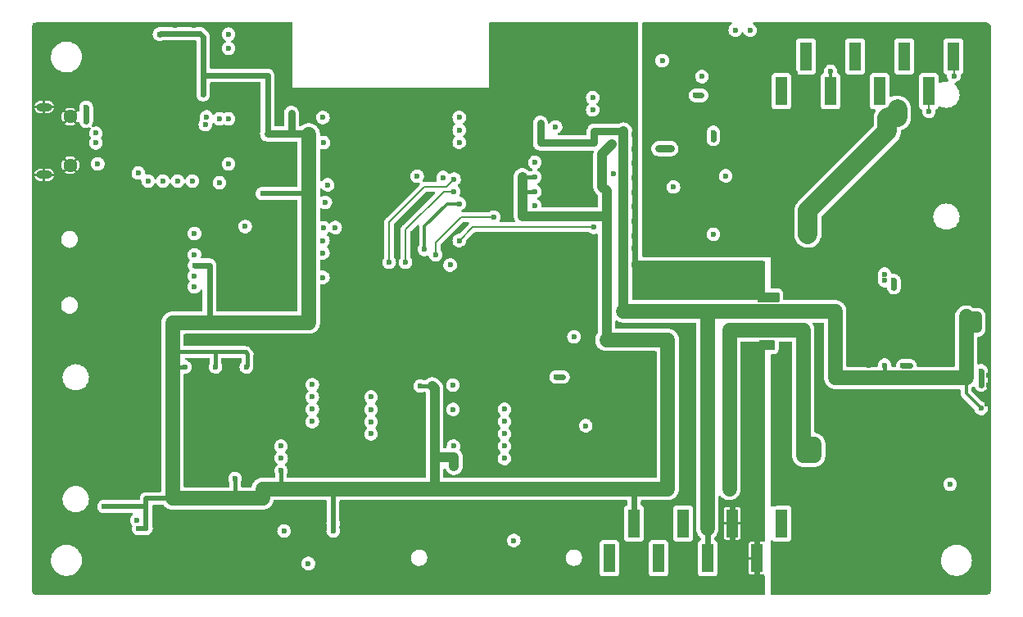
<source format=gbr>
G04 #@! TF.GenerationSoftware,KiCad,Pcbnew,(6.0.0-rc1-255-gd64ae52042)*
G04 #@! TF.CreationDate,2021-12-16T13:03:02+13:00*
G04 #@! TF.ProjectId,main_board,6d61696e-5f62-46f6-9172-642e6b696361,rev?*
G04 #@! TF.SameCoordinates,Original*
G04 #@! TF.FileFunction,Copper,L4,Bot*
G04 #@! TF.FilePolarity,Positive*
%FSLAX46Y46*%
G04 Gerber Fmt 4.6, Leading zero omitted, Abs format (unit mm)*
G04 Created by KiCad (PCBNEW (6.0.0-rc1-255-gd64ae52042)) date 2021-12-16 13:03:02*
%MOMM*%
%LPD*%
G01*
G04 APERTURE LIST*
G04 #@! TA.AperFunction,ComponentPad*
%ADD10C,1.450000*%
G04 #@! TD*
G04 #@! TA.AperFunction,ComponentPad*
%ADD11O,1.600000X0.900000*%
G04 #@! TD*
G04 #@! TA.AperFunction,SMDPad,CuDef*
%ADD12R,1.270000X2.960000*%
G04 #@! TD*
G04 #@! TA.AperFunction,ViaPad*
%ADD13C,0.600000*%
G04 #@! TD*
G04 #@! TA.AperFunction,ViaPad*
%ADD14C,1.000000*%
G04 #@! TD*
G04 #@! TA.AperFunction,Conductor*
%ADD15C,0.600000*%
G04 #@! TD*
G04 #@! TA.AperFunction,Conductor*
%ADD16C,0.300000*%
G04 #@! TD*
G04 #@! TA.AperFunction,Conductor*
%ADD17C,0.750000*%
G04 #@! TD*
G04 #@! TA.AperFunction,Conductor*
%ADD18C,0.200000*%
G04 #@! TD*
G04 #@! TA.AperFunction,Conductor*
%ADD19C,2.000000*%
G04 #@! TD*
G04 #@! TA.AperFunction,Conductor*
%ADD20C,0.400000*%
G04 #@! TD*
G04 #@! TA.AperFunction,Conductor*
%ADD21C,1.000000*%
G04 #@! TD*
G04 #@! TA.AperFunction,Conductor*
%ADD22C,1.500000*%
G04 #@! TD*
G04 #@! TA.AperFunction,Conductor*
%ADD23C,0.500000*%
G04 #@! TD*
G04 APERTURE END LIST*
D10*
G04 #@! TO.P,J100,6,Shield*
G04 #@! TO.N,GND*
X91347200Y-69409600D03*
D11*
X88647200Y-63409600D03*
D10*
X91347200Y-64409600D03*
D11*
X88647200Y-70409601D03*
G04 #@! TD*
D12*
G04 #@! TO.P,J106,1,1*
G04 #@! TO.N,unconnected-(J106-Pad1)*
X147081343Y-110025950D03*
G04 #@! TO.P,J106,2,2*
G04 #@! TO.N,+3V3*
X149621343Y-106425952D03*
G04 #@! TO.P,J106,3,3*
G04 #@! TO.N,unconnected-(J106-Pad3)*
X152161343Y-110025950D03*
G04 #@! TO.P,J106,4,4*
G04 #@! TO.N,unconnected-(J106-Pad4)*
X154701343Y-106425952D03*
G04 #@! TO.P,J106,5,5*
G04 #@! TO.N,+5V*
X157241343Y-110025950D03*
G04 #@! TO.P,J106,6,6*
G04 #@! TO.N,GND*
X159781343Y-106425952D03*
G04 #@! TO.P,J106,7,7*
X162321343Y-110025950D03*
G04 #@! TO.P,J106,8,8*
G04 #@! TO.N,unconnected-(J106-Pad8)*
X164861343Y-106425952D03*
G04 #@! TD*
G04 #@! TO.P,J105,1,1*
G04 #@! TO.N,unconnected-(J105-Pad1)*
X164861343Y-61765950D03*
G04 #@! TO.P,J105,2,2*
G04 #@! TO.N,unconnected-(J105-Pad2)*
X167401343Y-58165952D03*
G04 #@! TO.P,J105,3,3*
G04 #@! TO.N,/esp32_board/MOD_EN*
X169941343Y-61765950D03*
G04 #@! TO.P,J105,4,4*
G04 #@! TO.N,unconnected-(J105-Pad4)*
X172481343Y-58165952D03*
G04 #@! TO.P,J105,5,5*
G04 #@! TO.N,unconnected-(J105-Pad5)*
X175021343Y-61765950D03*
G04 #@! TO.P,J105,6,6*
G04 #@! TO.N,unconnected-(J105-Pad6)*
X177561343Y-58165952D03*
G04 #@! TO.P,J105,7,7*
G04 #@! TO.N,/esp32_board/MOD_RX*
X180101343Y-61765950D03*
G04 #@! TO.P,J105,8,8*
G04 #@! TO.N,/esp32_board/MOD_TX*
X182641343Y-58165952D03*
G04 #@! TD*
D13*
G04 #@! TO.N,GNDA*
X162450911Y-61558392D03*
X162450911Y-60908390D03*
G04 #@! TO.N,GND*
X105988918Y-54924620D03*
X108007812Y-54967048D03*
G04 #@! TO.N,/esp32_board/EN*
X109428200Y-75752600D03*
X117461158Y-64481779D03*
X94188200Y-69275600D03*
G04 #@! TO.N,/esp32_board/WIFI_EN*
X98219998Y-106105600D03*
X117461158Y-77198599D03*
G04 #@! TO.N,Net-(C201-Pad2)*
X157815200Y-66749600D03*
X157815200Y-66022561D03*
X155978958Y-62208390D03*
X156595294Y-62208390D03*
G04 #@! TO.N,RAIN_CLK*
X127944620Y-78114800D03*
X131587196Y-73388599D03*
G04 #@! TO.N,Net-(C304-Pad1)*
X178130242Y-90147801D03*
X176484200Y-82050124D03*
X176484200Y-81331019D03*
X177423997Y-90147801D03*
G04 #@! TO.N,VBUS*
X92996198Y-64140495D03*
X185501200Y-92101884D03*
X92996198Y-63421393D03*
X92996198Y-64859599D03*
X185501200Y-90663678D03*
X185501200Y-91382780D03*
G04 #@! TO.N,+12V*
X159085200Y-70513931D03*
X175509198Y-81331019D03*
X142269587Y-91305574D03*
X152812600Y-67708598D03*
X153442200Y-67708598D03*
X152182200Y-67708598D03*
X143410596Y-87150398D03*
X175516196Y-80674632D03*
X141579794Y-91305574D03*
G04 #@! TO.N,SDI_TX*
X131547241Y-64481779D03*
X145348397Y-62436180D03*
G04 #@! TO.N,SDI_RX*
X117514989Y-67092432D03*
X147520783Y-70317264D03*
G04 #@! TO.N,/esp32_board/USB_N*
X93996200Y-66100864D03*
X105413189Y-64433392D03*
G04 #@! TO.N,SDI_FOut*
X117708600Y-73263400D03*
X145348397Y-63706180D03*
G04 #@! TO.N,SDI_EN*
X130614426Y-79729285D03*
X144632600Y-96334774D03*
G04 #@! TO.N,/esp32_board/USB_P*
X105309200Y-65226601D03*
X93996200Y-67108276D03*
G04 #@! TO.N,/esp32_board/SD_CS*
X117461158Y-78468599D03*
X104189200Y-81964599D03*
G04 #@! TO.N,/esp32_board/SD_DI*
X104189200Y-80864599D03*
X129875200Y-70683601D03*
G04 #@! TO.N,/esp32_board/SD_CLK*
X104189200Y-78664601D03*
X117461158Y-81008599D03*
G04 #@! TO.N,/esp32_board/SD_DO*
X104189200Y-76464600D03*
X117954200Y-71442601D03*
G04 #@! TO.N,/esp32_board/MOD_EN*
X131547241Y-77198599D03*
X145445400Y-75823877D03*
X169941343Y-59735195D03*
G04 #@! TO.N,/esp32_board/MOD_RX*
X180091000Y-63840000D03*
X117514989Y-75879600D03*
G04 #@! TO.N,/esp32_board/MOD_TX*
X182681800Y-60182400D03*
X118728286Y-75856141D03*
G04 #@! TO.N,/sdi-12/SDI12*
X141513401Y-65451605D03*
X129113952Y-78664601D03*
X137190400Y-108188400D03*
X135120757Y-74778601D03*
G04 #@! TO.N,Net-(Q100-Pad1)*
X98379200Y-70225601D03*
X103967200Y-71053600D03*
G04 #@! TO.N,Net-(Q101-Pad1)*
X99395200Y-71053600D03*
X107709128Y-69287325D03*
G04 #@! TO.N,/esp32_board/IO0*
X127208200Y-70548371D03*
X106761203Y-71225601D03*
G04 #@! TO.N,Net-(IC200-Pad2)*
X156650910Y-60258392D03*
X157818289Y-76542982D03*
G04 #@! TO.N,-BATT*
X176712600Y-64629400D03*
X175712600Y-64629400D03*
X167594200Y-75823877D03*
X175712600Y-63829400D03*
X167594200Y-76542982D03*
X176712600Y-63829400D03*
G04 #@! TO.N,Net-(Q201-Pad3)*
X152536200Y-58607600D03*
X153706200Y-71668597D03*
G04 #@! TO.N,/esp32_board/RX_ESP*
X131547241Y-67038599D03*
X102443200Y-71053600D03*
G04 #@! TO.N,/esp32_board/TX_ESP*
X131547241Y-65768599D03*
X100919200Y-71053600D03*
G04 #@! TO.N,/esp32_board/LED_GREEN*
X106761200Y-64626600D03*
X107709128Y-57337600D03*
G04 #@! TO.N,/esp32_board/LED_RED*
X107709128Y-64626600D03*
X107709128Y-55883600D03*
G04 #@! TO.N,Net-(R206-Pad2)*
X161605200Y-55457934D03*
X139367200Y-69128597D03*
G04 #@! TO.N,Net-(R208-Pad2)*
X160081200Y-55457934D03*
X139367200Y-73593600D03*
G04 #@! TO.N,I2C_SDA*
X131018197Y-70863600D03*
X113140613Y-99674988D03*
X124312600Y-79454599D03*
X115956000Y-110576000D03*
G04 #@! TO.N,I2C_SCL*
X113119816Y-98444330D03*
X130979564Y-72125411D03*
X126004019Y-79454599D03*
X113441400Y-107197800D03*
G04 #@! TO.N,GND*
X101757400Y-64983000D03*
X123504200Y-66306779D03*
X119207200Y-61776601D03*
X155772095Y-98885269D03*
X96168160Y-113333599D03*
X140772100Y-80885275D03*
X145841602Y-91128320D03*
X113772108Y-68885278D03*
X120254198Y-69458599D03*
X149387460Y-113333599D03*
X121061400Y-110576000D03*
X162321343Y-107843813D03*
X87697200Y-56575600D03*
X127212752Y-113333599D03*
X149578915Y-59236341D03*
X118221787Y-79738599D03*
X146772098Y-104885267D03*
X122442004Y-99714330D03*
X116772107Y-104885267D03*
X92772114Y-86885273D03*
X102546197Y-64140495D03*
X143772099Y-104885267D03*
X143312600Y-56885282D03*
X149633697Y-67741684D03*
X121272106Y-77885275D03*
X92892200Y-113334542D03*
X137772101Y-56885282D03*
X87703783Y-99997692D03*
X144586397Y-65468602D03*
X149632336Y-64724601D03*
X139272100Y-89885272D03*
X130786613Y-61958599D03*
X144952518Y-113333599D03*
X94272114Y-101885268D03*
X113693226Y-60834956D03*
X87703783Y-77822984D03*
X120501868Y-113333599D03*
X158090200Y-79678729D03*
X105038044Y-113333599D03*
X109954732Y-54967048D03*
X131772102Y-104885267D03*
X162564441Y-100940581D03*
X125772104Y-98885269D03*
X143772099Y-68885278D03*
X162648383Y-79678729D03*
X107981375Y-89849600D03*
X130160099Y-108866684D03*
X133660100Y-108890057D03*
X148272097Y-89885272D03*
X158772094Y-110885265D03*
X94620000Y-106105600D03*
X135822607Y-65806778D03*
X113701402Y-54955304D03*
X111901652Y-54979139D03*
X97272113Y-89885272D03*
X109472985Y-113333599D03*
X125768223Y-61762768D03*
X131772102Y-86885273D03*
X149623436Y-54989279D03*
X125772104Y-62885280D03*
X97272113Y-107885266D03*
X100268493Y-54967048D03*
X97272113Y-101885268D03*
X94272114Y-59885281D03*
X149587815Y-57820667D03*
X144632600Y-99565407D03*
X95551403Y-64859599D03*
X162629729Y-90496751D03*
X135120757Y-54955304D03*
X147435317Y-54955304D03*
X95772114Y-62885280D03*
X149623436Y-62058391D03*
X87703783Y-93403751D03*
X149596390Y-73709587D03*
X136126943Y-63706180D03*
X149643024Y-66249708D03*
X127435845Y-61762768D03*
X126700200Y-69458599D03*
X160416343Y-113333599D03*
X108599202Y-87563600D03*
X87703783Y-111861484D03*
X130160099Y-108104684D03*
X124100601Y-61762768D03*
X87703783Y-84533868D03*
X125772104Y-104885267D03*
X96398833Y-54967048D03*
X155772095Y-92885271D03*
X108370681Y-105363600D03*
X124936810Y-113333599D03*
X133660100Y-108128057D03*
X143110673Y-54955304D03*
X128772103Y-104885267D03*
X109098445Y-61381597D03*
X162611076Y-93480703D03*
X120765358Y-61773253D03*
X144312600Y-58429400D03*
X120254198Y-71306747D03*
X87703783Y-113334542D03*
X122772105Y-104885267D03*
X89447200Y-54979139D03*
X119772106Y-104885267D03*
X162648383Y-82050124D03*
X162555114Y-102432557D03*
X162321343Y-112277800D03*
X117461158Y-61958599D03*
X127138149Y-99681523D03*
X122442004Y-98444330D03*
X94272114Y-89885272D03*
X159781343Y-108671000D03*
X87703783Y-91127809D03*
X136630442Y-54955304D03*
X104789200Y-90250602D03*
X151546460Y-113333599D03*
X162639056Y-89004776D03*
X104197324Y-77556478D03*
X121669200Y-72485599D03*
X121061400Y-109874602D03*
X128772103Y-62885280D03*
X104560681Y-101734331D03*
X110772109Y-98885269D03*
X151271876Y-79678729D03*
X149632336Y-63483425D03*
X151272097Y-107885266D03*
X87697200Y-59877600D03*
X133915205Y-97172801D03*
X122772105Y-62885280D03*
X162601749Y-94972678D03*
X162583095Y-97956630D03*
X159735200Y-79661068D03*
X120254198Y-67615603D03*
X92772114Y-98885269D03*
X139272100Y-83885274D03*
X142473600Y-100115574D03*
X149615044Y-70725635D03*
X149587063Y-75201562D03*
X92772114Y-74885276D03*
X136222708Y-90822801D03*
X94272114Y-77885275D03*
X127272104Y-65885279D03*
X149605636Y-56413873D03*
X131647693Y-113333599D03*
X121272106Y-95885270D03*
X149624371Y-69233660D03*
X162536461Y-105416508D03*
X95772114Y-92885271D03*
X149623436Y-60196179D03*
X135129370Y-56710601D03*
X100112600Y-101829400D03*
X87711200Y-54979139D03*
X102564200Y-65001600D03*
X93062600Y-92885271D03*
X145279731Y-54955304D03*
X97272113Y-59885281D03*
X100272112Y-59885281D03*
X121669200Y-66306779D03*
X98327160Y-113333599D03*
X131547241Y-61958599D03*
X127272104Y-107885266D03*
X135129370Y-58787673D03*
X148272097Y-107885266D03*
X149577736Y-79667007D03*
X100272112Y-83885274D03*
X106272110Y-107885266D03*
X121272106Y-83885274D03*
X100046156Y-99473602D03*
X140955086Y-54955304D03*
X119772106Y-62885280D03*
X154787804Y-79664037D03*
X94464003Y-54967048D03*
X98333663Y-54967048D03*
X111631985Y-113333599D03*
X153026162Y-79671373D03*
X113701402Y-58787673D03*
X87703783Y-88968809D03*
X124272105Y-107885266D03*
X89047200Y-113334542D03*
X87697200Y-71481598D03*
X153822401Y-113333599D03*
X151272097Y-89885272D03*
X142272099Y-83885274D03*
X142272099Y-107885266D03*
X104560681Y-96784333D03*
X104873325Y-77556478D03*
X122442004Y-100984330D03*
X162692284Y-113333599D03*
X145272098Y-107885266D03*
X95772114Y-56885282D03*
X87703783Y-75663984D03*
X110046403Y-65463799D03*
X143772099Y-80885275D03*
X87711200Y-61690022D03*
X138312600Y-59885281D03*
X94620000Y-113334542D03*
X162648383Y-80990872D03*
X135120757Y-60968599D03*
X109428200Y-100984330D03*
X147111518Y-113333599D03*
X100272112Y-77885275D03*
X134654205Y-97172801D03*
X109272109Y-95885270D03*
X105830681Y-101734331D03*
X162527134Y-106908484D03*
X108793200Y-63379216D03*
X128772103Y-86885273D03*
X126700200Y-67624600D03*
X125339200Y-72485599D03*
X92772114Y-80885275D03*
X141030397Y-70807604D03*
X161110200Y-79664037D03*
X87703783Y-95562751D03*
X98772113Y-92885271D03*
X125339200Y-66306779D03*
X98772113Y-56885282D03*
X151272097Y-95885270D03*
X95772114Y-86885273D03*
X140517576Y-113333599D03*
X158257343Y-113333599D03*
X87703783Y-86692868D03*
X127514572Y-94710528D03*
X159796400Y-104235428D03*
X109272109Y-107885266D03*
X156481944Y-79675760D03*
X87703783Y-82257926D03*
X138241635Y-113333599D03*
X87703783Y-97838692D03*
X123504200Y-72450600D03*
X149605717Y-72217611D03*
X95585200Y-68107200D03*
X162573768Y-99448605D03*
X129371752Y-113333599D03*
X118342868Y-113333599D03*
X162592422Y-96464654D03*
X149577736Y-76693538D03*
X133806693Y-113333599D03*
X99090400Y-66634000D03*
X142272099Y-71885277D03*
X149587063Y-78040873D03*
X155981401Y-113333599D03*
X152772096Y-104885267D03*
X119772106Y-98885269D03*
X104138152Y-54967048D03*
X136272101Y-59885281D03*
X87697200Y-64859599D03*
X103272111Y-59885281D03*
X94272114Y-83885274D03*
X107100681Y-101734331D03*
X117461158Y-79738599D03*
X162545787Y-103924532D03*
X94272114Y-71885277D03*
X98772113Y-62885280D03*
X87703783Y-68953101D03*
X139272100Y-77885275D03*
X87714106Y-66895986D03*
X102762102Y-113333599D03*
X87703783Y-80098926D03*
X101747200Y-64140495D03*
X122442004Y-92094330D03*
X88312600Y-107429400D03*
X92529174Y-54967048D03*
X136082635Y-113333599D03*
X105076873Y-87563600D03*
X102203322Y-54967048D03*
X118221787Y-61958599D03*
X110398442Y-63239056D03*
X129113952Y-61762768D03*
X116772107Y-98885269D03*
X87703783Y-106708576D03*
X162620402Y-91988727D03*
X122772105Y-80885275D03*
X122777810Y-113333599D03*
X91272115Y-95885270D03*
X109418197Y-71561600D03*
X87703783Y-73388043D03*
X110772109Y-80885275D03*
X87703783Y-102273634D03*
X139272100Y-107885266D03*
X110772109Y-56885282D03*
X121272106Y-107885266D03*
X87703783Y-104432634D03*
X94812600Y-58429400D03*
X142676576Y-113333599D03*
X98772113Y-86885273D03*
X142812600Y-64429400D03*
X122432980Y-61762768D03*
X138786028Y-54955304D03*
X107197044Y-113333599D03*
X113907927Y-113333599D03*
X115272108Y-107885266D03*
X113701402Y-56842600D03*
X145300396Y-56086180D03*
X144561396Y-56086180D03*
G04 #@! TO.N,GNDA*
X186239873Y-79154463D03*
X152235714Y-64048597D03*
X179772088Y-80885275D03*
X161772093Y-68885278D03*
X164197077Y-104421580D03*
X177643512Y-113426868D03*
D14*
X171150200Y-79300022D03*
X178600498Y-84740842D03*
D13*
X180627463Y-113445522D03*
X178239198Y-101607402D03*
X154099363Y-55017259D03*
X172326197Y-65527599D03*
D14*
X173058200Y-101026888D03*
D13*
X186249200Y-77662487D03*
X150830200Y-78505127D03*
D14*
X171150200Y-80490871D03*
D13*
X186211892Y-56873379D03*
X163051217Y-55073220D03*
X171675609Y-113389561D03*
X164187750Y-99982706D03*
X164197077Y-102922980D03*
X163272093Y-65885279D03*
X164206404Y-111857654D03*
X186076586Y-112035951D03*
X186193238Y-86614341D03*
X186183911Y-88106317D03*
X180954925Y-55185143D03*
X178239198Y-102391409D03*
X186076586Y-108182497D03*
X150820873Y-75521254D03*
X170183633Y-113380234D03*
X186221219Y-58358652D03*
X182446901Y-55194470D03*
X151097591Y-57820667D03*
X173058200Y-66274600D03*
D14*
X173058200Y-98626885D03*
D13*
X166035168Y-55091874D03*
X160272094Y-65885279D03*
D14*
X178603088Y-82310656D03*
D13*
X157083314Y-55035913D03*
X164543193Y-55082547D03*
X167199682Y-113361580D03*
X170772091Y-110885265D03*
X186174584Y-89598292D03*
X186230546Y-67249726D03*
X186239873Y-71688600D03*
D14*
X171744855Y-95363000D03*
D13*
X177970974Y-55166489D03*
X186221219Y-62810853D03*
X155591339Y-55026586D03*
X176772089Y-110885265D03*
X167527144Y-55101200D03*
X173772090Y-104885267D03*
X179135488Y-113436195D03*
X186221219Y-82138414D03*
X186239873Y-70233599D03*
X159435202Y-60908390D03*
X164178423Y-94045233D03*
X186146604Y-94074219D03*
X161121200Y-78505127D03*
X180312600Y-58429400D03*
X186305161Y-92101884D03*
X172326197Y-66274600D03*
X186202565Y-85122365D03*
D14*
X173061133Y-99785775D03*
D13*
X166272092Y-65885279D03*
X164206404Y-108860454D03*
X165707706Y-113352253D03*
D14*
X170039191Y-79300022D03*
D13*
X151115412Y-54998605D03*
X168691658Y-113370907D03*
X174659561Y-113408214D03*
X186239873Y-73187200D03*
X172003071Y-55129182D03*
X150820873Y-74022654D03*
X182772087Y-104885267D03*
D14*
X178600498Y-86039600D03*
D13*
X181272087Y-65885279D03*
D14*
X171742264Y-96553849D03*
D13*
X150820873Y-72567653D03*
X181272087Y-95885270D03*
X174987022Y-55147836D03*
X164062600Y-70179400D03*
X164105073Y-79982327D03*
X156682327Y-78514454D03*
X184654869Y-113445522D03*
X182298200Y-104062409D03*
X159085200Y-64827598D03*
X186211892Y-55374779D03*
X184272086Y-95885270D03*
X167772091Y-110885265D03*
X186123221Y-100722619D03*
X184112600Y-74629400D03*
X172272090Y-83885274D03*
X186230546Y-65751126D03*
X158772094Y-56885282D03*
X162619801Y-78505127D03*
X158812600Y-75929400D03*
X184272086Y-101885268D03*
X164187750Y-96985506D03*
X186061138Y-113251311D03*
X159622601Y-78505127D03*
X150820873Y-77019854D03*
X173058200Y-65527599D03*
X186239873Y-74685800D03*
X186104567Y-103706570D03*
X186095240Y-105198546D03*
X186221219Y-61312253D03*
X186132547Y-99230643D03*
X178272088Y-107885266D03*
X151115412Y-56413873D03*
X154272096Y-65885279D03*
X186249200Y-76171073D03*
D14*
X172855863Y-96553849D03*
D13*
X186230546Y-64296126D03*
X179462949Y-55175816D03*
X152235714Y-62208390D03*
X160812600Y-70929400D03*
X184272086Y-65885279D03*
X186305161Y-91119600D03*
D14*
X171150200Y-78019448D03*
D13*
X158167600Y-78505127D03*
X185501200Y-97776887D03*
X186230546Y-68748326D03*
X164178423Y-92546633D03*
X152230126Y-78514454D03*
X182772087Y-98885269D03*
X176478998Y-55157162D03*
D14*
X170036601Y-80490871D03*
D13*
X157818289Y-74689600D03*
X152235717Y-60258392D03*
X173495047Y-55138509D03*
X186221219Y-59813653D03*
X155183727Y-78514454D03*
X164206404Y-110359054D03*
X164187750Y-95530506D03*
X152607387Y-55007932D03*
X152536200Y-57210600D03*
X184272086Y-55194470D03*
X173167585Y-113398887D03*
X164197077Y-101467979D03*
X158575290Y-55045240D03*
X186230546Y-80646438D03*
D14*
X170039191Y-76828600D03*
X170036601Y-78019448D03*
D13*
X164187750Y-98484106D03*
X172272090Y-89885272D03*
D14*
X178600498Y-83501505D03*
X172858454Y-94172152D03*
D13*
X173772090Y-110885265D03*
X186113894Y-102214594D03*
X164062600Y-74429400D03*
X176772089Y-74885276D03*
X186211892Y-83630390D03*
X161772093Y-62885280D03*
X184272086Y-71885277D03*
X173941205Y-90084954D03*
X164178423Y-89593032D03*
X186085913Y-106690521D03*
X159435202Y-59608390D03*
X164215731Y-113342926D03*
D14*
X171150200Y-76828600D03*
X171747445Y-94172152D03*
D13*
X179312600Y-74629400D03*
X167594200Y-68024602D03*
D14*
X172858454Y-95363000D03*
D13*
X164178423Y-91048033D03*
X169019120Y-55110528D03*
X176151536Y-113417541D03*
X169272091Y-95885270D03*
X153685127Y-78514454D03*
X182772087Y-68885278D03*
X164105073Y-81480927D03*
X166272092Y-59885281D03*
X170511095Y-55119855D03*
G04 #@! TO.N,+3V3*
X147333397Y-67271222D03*
D14*
X168241200Y-99429624D03*
X167130190Y-98238775D03*
X153113609Y-102856059D03*
D13*
X103179683Y-90251606D03*
X105076873Y-62106595D03*
X113119816Y-100984330D03*
X104878200Y-79751599D03*
X139367200Y-70628600D03*
X104202200Y-79751599D03*
X111223170Y-72334598D03*
X127514572Y-92212755D03*
X94838001Y-104683200D03*
D14*
X150776809Y-102880483D03*
D13*
X100564202Y-55883600D03*
X99175947Y-106943800D03*
D14*
X149608409Y-102892696D03*
X159517000Y-102880483D03*
X167127599Y-99429624D03*
D13*
X114203400Y-64071600D03*
X106360198Y-90250602D03*
D14*
X151945209Y-102868271D03*
D13*
X114203400Y-65413599D03*
X182298200Y-102391409D03*
D14*
X159504788Y-101712083D03*
D13*
X114203400Y-64763597D03*
D14*
X159492575Y-100543683D03*
X168241200Y-98238775D03*
D13*
X105078737Y-61381597D03*
X108370681Y-101787600D03*
X131005340Y-100515492D03*
X118521400Y-106410400D03*
X118521400Y-107197800D03*
X139367200Y-72118599D03*
X109540200Y-90250602D03*
X131007204Y-99790495D03*
X98430000Y-106943800D03*
D14*
X159480363Y-99375283D03*
D13*
G04 #@! TO.N,/rain_gauge_logger/RAIN_CE*
X116370995Y-94634330D03*
X130910123Y-94650609D03*
G04 #@! TO.N,/rain_gauge_logger/RAIN_RESET*
X116370995Y-95904330D03*
X130889092Y-92135026D03*
G04 #@! TO.N,+5V*
X175516203Y-90084954D03*
X141030397Y-67118602D03*
X139948398Y-65081778D03*
X139938329Y-65798571D03*
D14*
X185068468Y-85063826D03*
D13*
X185501200Y-94551884D03*
D14*
X185068468Y-86254674D03*
X183954868Y-86254674D03*
X183957459Y-85063826D03*
D13*
G04 #@! TO.N,Net-(U400-Pad4)*
X122442004Y-97174330D03*
X130959203Y-98442801D03*
G04 #@! TO.N,Net-(U400-Pad5)*
X122442004Y-95939834D03*
X136222708Y-99712801D03*
G04 #@! TO.N,Net-(U400-Pad6)*
X122442004Y-94669834D03*
X136222708Y-98442801D03*
G04 #@! TO.N,Net-(U400-Pad7)*
X136222708Y-97172801D03*
X122442004Y-93364330D03*
G04 #@! TO.N,Net-(U400-Pad9)*
X116370995Y-92094330D03*
X136222708Y-95902801D03*
G04 #@! TO.N,Net-(U400-Pad10)*
X116370995Y-93364330D03*
X136222708Y-94632801D03*
G04 #@! TD*
D15*
G04 #@! TO.N,Net-(C201-Pad2)*
X157815200Y-66749600D02*
X157815200Y-66022561D01*
X155978958Y-62208390D02*
X156595294Y-62208390D01*
D16*
G04 #@! TO.N,RAIN_CLK*
X130304569Y-73388599D02*
X131587196Y-73388599D01*
X127944620Y-75748549D02*
X130304569Y-73388599D01*
X127944620Y-78114800D02*
X127944620Y-75748549D01*
D15*
G04 #@! TO.N,Net-(C304-Pad1)*
X177423997Y-90147801D02*
X178130242Y-90147801D01*
X176484200Y-82050124D02*
X176484200Y-81331019D01*
G04 #@! TO.N,VBUS*
X92996198Y-64140495D02*
X92996198Y-63421393D01*
X92996198Y-64859599D02*
X92996198Y-64140495D01*
X185501200Y-91382780D02*
X185501200Y-90663678D01*
X185501200Y-92101884D02*
X185501200Y-91382780D01*
D17*
G04 #@! TO.N,+12V*
X152182200Y-67708598D02*
X153442200Y-67708598D01*
D15*
X141579794Y-91305574D02*
X142269587Y-91305574D01*
D18*
G04 #@! TO.N,/esp32_board/MOD_EN*
X131547241Y-77198599D02*
X132921963Y-75823877D01*
X132921963Y-75823877D02*
X145445400Y-75823877D01*
D16*
X169941343Y-61765950D02*
X169941343Y-59735195D01*
D18*
G04 #@! TO.N,/esp32_board/MOD_RX*
X180091000Y-63840000D02*
X180101343Y-63829657D01*
X180101343Y-63829657D02*
X180101343Y-61765950D01*
G04 #@! TO.N,/esp32_board/MOD_TX*
X182681800Y-60182400D02*
X182681800Y-58206410D01*
X182641343Y-58165952D02*
X182681800Y-58206410D01*
G04 #@! TO.N,/sdi-12/SDI12*
X129113952Y-77386066D02*
X131721417Y-74778601D01*
X131721417Y-74778601D02*
X135120757Y-74778601D01*
X129113952Y-78664601D02*
X129113952Y-77386066D01*
D19*
G04 #@! TO.N,-BATT*
X175812600Y-65929400D02*
X175812600Y-64529400D01*
D15*
X167594200Y-76542982D02*
X167594200Y-75823877D01*
D19*
X167594200Y-76542982D02*
X167594200Y-74147800D01*
X175896539Y-64445461D02*
X176855854Y-64445461D01*
X167594200Y-74147800D02*
X175812600Y-65929400D01*
X175812600Y-64529400D02*
X175896539Y-64445461D01*
X176855854Y-64445461D02*
X176855854Y-63629400D01*
D18*
G04 #@! TO.N,I2C_SDA*
X130258200Y-71623599D02*
X131018197Y-70863600D01*
X127975600Y-71623599D02*
X130258200Y-71623599D01*
X124312600Y-75286599D02*
X127975600Y-71623599D01*
X124312600Y-79454599D02*
X124312600Y-75286599D01*
G04 #@! TO.N,I2C_SCL*
X129946389Y-72125411D02*
X130979564Y-72125411D01*
X126004019Y-79454599D02*
X126004019Y-76067781D01*
X126004019Y-76067781D02*
X129946389Y-72125411D01*
D15*
G04 #@! TO.N,GND*
X159781343Y-106425952D02*
X159796400Y-106410895D01*
X162321343Y-112277800D02*
X162321343Y-110025950D01*
X162321343Y-110025950D02*
X162321343Y-107817743D01*
X159796400Y-106410895D02*
X159796400Y-104235428D01*
X130160099Y-108866684D02*
X130160099Y-108104684D01*
X159781343Y-108671000D02*
X159781343Y-106425952D01*
X133660100Y-108890057D02*
X133660100Y-108128057D01*
D20*
G04 #@! TO.N,+3V3*
X113119816Y-102854400D02*
X113119816Y-100984330D01*
D21*
X131007202Y-99586070D02*
X131007204Y-99586073D01*
D20*
X138079200Y-70628600D02*
X139367200Y-70628600D01*
D15*
X100634202Y-55813600D02*
X104727265Y-55813600D01*
D22*
X150776809Y-102854400D02*
X151945209Y-102854400D01*
D20*
X109673470Y-89358217D02*
X109682200Y-89349487D01*
D23*
X94838001Y-104683200D02*
X99175947Y-104683200D01*
D17*
X114203400Y-65413599D02*
X114203400Y-64763597D01*
D22*
X153116200Y-102854400D02*
X153116200Y-87462000D01*
D20*
X101910803Y-90251606D02*
X103179683Y-90251606D01*
D22*
X149621343Y-102854400D02*
X150776809Y-102854400D01*
X113119816Y-102854400D02*
X118343600Y-102854400D01*
D21*
X146319800Y-71654973D02*
X146778397Y-72113570D01*
D15*
X100564202Y-55883600D02*
X100634202Y-55813600D01*
X111725200Y-66190663D02*
X111725200Y-60131600D01*
X115972261Y-66190663D02*
X116000200Y-66218601D01*
D22*
X167130190Y-98238775D02*
X168241200Y-98238775D01*
D23*
X115972670Y-72334598D02*
X116000200Y-72362127D01*
X118521400Y-106410400D02*
X118521400Y-103032200D01*
D21*
X131007204Y-99790495D02*
X131007204Y-99586073D01*
D22*
X159477869Y-86479000D02*
X167130190Y-86479000D01*
X167127599Y-99429624D02*
X168241200Y-99429624D01*
X101909800Y-103845000D02*
X108370681Y-103845000D01*
D20*
X106360198Y-90250602D02*
X106360198Y-88707601D01*
X106360198Y-88707601D02*
X106361198Y-88706600D01*
D21*
X129011600Y-99586070D02*
X131007202Y-99586070D01*
X146778397Y-74658599D02*
X146778400Y-74658599D01*
X146778397Y-74658599D02*
X146778397Y-72113570D01*
D20*
X109682200Y-89349487D02*
X109682200Y-88940915D01*
D15*
X105078737Y-60131600D02*
X111725200Y-60131600D01*
D22*
X108456376Y-103845000D02*
X111225202Y-103845000D01*
X167130190Y-98238775D02*
X167130190Y-86479000D01*
X101909800Y-103845000D02*
X101909800Y-92897600D01*
D20*
X101909800Y-90250602D02*
X101910803Y-90251606D01*
X101909800Y-88706600D02*
X106361198Y-88706600D01*
D22*
X159478704Y-99373625D02*
X159480363Y-99375283D01*
X101909800Y-90250602D02*
X101909800Y-88706600D01*
D23*
X111223170Y-72334598D02*
X115972670Y-72334598D01*
D20*
X108370681Y-103845000D02*
X108456376Y-103845000D01*
D23*
X99175947Y-106943800D02*
X99175947Y-104683200D01*
X99175947Y-104683200D02*
X99175947Y-103845000D01*
X118521400Y-107197800D02*
X118521400Y-106410400D01*
D20*
X127514572Y-92212755D02*
X128744572Y-92212755D01*
D15*
X104878200Y-79751599D02*
X105725200Y-79751599D01*
D21*
X138079200Y-74658599D02*
X138079200Y-72118599D01*
D22*
X167130190Y-99427033D02*
X167130190Y-98238775D01*
X111225202Y-102854400D02*
X113119816Y-102854400D01*
D17*
X114203400Y-66190663D02*
X115972261Y-66190663D01*
D20*
X109447885Y-88706600D02*
X109682200Y-88940915D01*
D22*
X168241200Y-99429624D02*
X168241200Y-98238775D01*
D21*
X146319800Y-68284820D02*
X147333397Y-67271222D01*
D20*
X109673470Y-90117334D02*
X109673470Y-89358217D01*
D22*
X111225202Y-103845000D02*
X111225202Y-102854400D01*
D21*
X131007204Y-100513627D02*
X131007204Y-99790495D01*
X146319800Y-71654973D02*
X146319800Y-68284820D01*
D15*
X149621343Y-106425952D02*
X149621343Y-102854400D01*
D23*
X118343600Y-102854400D02*
X118521400Y-103032200D01*
D17*
X114203400Y-66190663D02*
X114203400Y-65413599D01*
D21*
X146778400Y-87462000D02*
X146778400Y-74658599D01*
D22*
X159478704Y-99373625D02*
X159478704Y-99372692D01*
D15*
X105078737Y-60131600D02*
X105078737Y-56165072D01*
D20*
X108370681Y-103845000D02*
X108370681Y-101787600D01*
D23*
X99175947Y-103845000D02*
X101909800Y-103845000D01*
D21*
X129011600Y-99586070D02*
X129011600Y-92479783D01*
D22*
X101909800Y-85695603D02*
X105725200Y-85695603D01*
X116000200Y-72362127D02*
X116000200Y-66218601D01*
D15*
X104202200Y-79751599D02*
X104878200Y-79751599D01*
X105076873Y-61383462D02*
X105078737Y-61381597D01*
D22*
X118343600Y-102854400D02*
X129011600Y-102854400D01*
D20*
X138079200Y-72118599D02*
X139367200Y-72118599D01*
X106361198Y-88706600D02*
X109447885Y-88706600D01*
D21*
X138079200Y-72118599D02*
X138079200Y-70628600D01*
D20*
X109540200Y-90250602D02*
X109673470Y-90117334D01*
D21*
X138079200Y-74658599D02*
X146778397Y-74658599D01*
D22*
X146778400Y-87462000D02*
X153116200Y-87462000D01*
X129011600Y-102854400D02*
X149621343Y-102854400D01*
X101909800Y-92897600D02*
X101909800Y-90250602D01*
X159477869Y-99372789D02*
X159477869Y-86479000D01*
D15*
X131005340Y-100515492D02*
X131007204Y-100513627D01*
D22*
X159478704Y-102867550D02*
X159478704Y-99373625D01*
D15*
X105076873Y-62106595D02*
X105076873Y-61383462D01*
D22*
X151945209Y-102854400D02*
X153116200Y-102854400D01*
D17*
X114203400Y-64763597D02*
X114203400Y-64071600D01*
D22*
X159477869Y-99372789D02*
X159478704Y-99373625D01*
D17*
X111725200Y-66190663D02*
X114203400Y-66190663D01*
D22*
X101909800Y-88706600D02*
X101909800Y-85695603D01*
D15*
X105725200Y-85695603D02*
X105725200Y-79751599D01*
D23*
X98430000Y-106943800D02*
X99175947Y-106943800D01*
D15*
X105078737Y-61381597D02*
X105078737Y-60131600D01*
D22*
X116000200Y-85695603D02*
X116000200Y-72362127D01*
D15*
X104727265Y-55813600D02*
X105078737Y-56165072D01*
D22*
X105725200Y-85695603D02*
X116000200Y-85695603D01*
D21*
X129011600Y-102854400D02*
X129011600Y-99586070D01*
X128744572Y-92212755D02*
X129011600Y-92479783D01*
D17*
G04 #@! TO.N,+5V*
X145484049Y-67118602D02*
X145484049Y-65904700D01*
D21*
X183954868Y-86254674D02*
X185068468Y-86254674D01*
D16*
X183954868Y-93005553D02*
X185501200Y-94551884D01*
D15*
X157241343Y-110025950D02*
X157241343Y-107004943D01*
D21*
X185068468Y-86254674D02*
X185068468Y-85063826D01*
D22*
X183954868Y-91397801D02*
X183954868Y-86254674D01*
D21*
X148533397Y-84515600D02*
X148533397Y-65904700D01*
D16*
X183954868Y-93005553D02*
X183954868Y-91397801D01*
D22*
X170426198Y-91397801D02*
X175509198Y-91397801D01*
D15*
X157205600Y-106969200D02*
X157241343Y-107004943D01*
D17*
X139938329Y-67118602D02*
X139938329Y-65798571D01*
X139938329Y-67118602D02*
X141030397Y-67118602D01*
D22*
X157205600Y-106969200D02*
X157205600Y-84515600D01*
X183954868Y-86254674D02*
X183957459Y-86252084D01*
X183957459Y-86252084D02*
X183957459Y-85063826D01*
X175509198Y-91397801D02*
X183954868Y-91397801D01*
D20*
X175509198Y-91397801D02*
X175516203Y-91390796D01*
D22*
X170426198Y-91397801D02*
X170426198Y-84515600D01*
X148533397Y-84515600D02*
X157205600Y-84515600D01*
D17*
X145484049Y-65904700D02*
X148533397Y-65904700D01*
D20*
X175516203Y-91390796D02*
X175516203Y-90084954D01*
D17*
X141030397Y-67118602D02*
X145484049Y-67118602D01*
D21*
X183957459Y-85063826D02*
X185068468Y-85063826D01*
D17*
X139948398Y-65798571D02*
X139948398Y-65081778D01*
D22*
X157205600Y-84515600D02*
X170426198Y-84515600D01*
G04 #@! TD*
G04 #@! TA.AperFunction,Conductor*
G04 #@! TO.N,GNDA*
G36*
X159700213Y-54653603D02*
G01*
X159746706Y-54707259D01*
X159756810Y-54777533D01*
X159727316Y-54842113D01*
X159697132Y-54865861D01*
X159697603Y-54866554D01*
X159691316Y-54870826D01*
X159684569Y-54874309D01*
X159556804Y-54985765D01*
X159552437Y-54991979D01*
X159466543Y-55114194D01*
X159459313Y-55124481D01*
X159397724Y-55282447D01*
X159375594Y-55450545D01*
X159394199Y-55619069D01*
X159426330Y-55706871D01*
X159443677Y-55754272D01*
X159452466Y-55778290D01*
X159456702Y-55784593D01*
X159456702Y-55784594D01*
X159467306Y-55800374D01*
X159547030Y-55919017D01*
X159552642Y-55924124D01*
X159552645Y-55924127D01*
X159666812Y-56028011D01*
X159666816Y-56028014D01*
X159672433Y-56033125D01*
X159679106Y-56036748D01*
X159679110Y-56036751D01*
X159814758Y-56110401D01*
X159814760Y-56110402D01*
X159821435Y-56114026D01*
X159828784Y-56115954D01*
X159978083Y-56155122D01*
X159978085Y-56155122D01*
X159985433Y-56157050D01*
X160071809Y-56158407D01*
X160147361Y-56159594D01*
X160147364Y-56159594D01*
X160154960Y-56159713D01*
X160162365Y-56158017D01*
X160162366Y-56158017D01*
X160222786Y-56144179D01*
X160320229Y-56121862D01*
X160471698Y-56045681D01*
X160600623Y-55935568D01*
X160699561Y-55797881D01*
X160725836Y-55732519D01*
X160769803Y-55676776D01*
X160836927Y-55653651D01*
X160905899Y-55670488D01*
X160954819Y-55721941D01*
X160961069Y-55736216D01*
X160967677Y-55754272D01*
X160976466Y-55778290D01*
X160980702Y-55784593D01*
X160980702Y-55784594D01*
X160991306Y-55800374D01*
X161071030Y-55919017D01*
X161076642Y-55924124D01*
X161076645Y-55924127D01*
X161190812Y-56028011D01*
X161190816Y-56028014D01*
X161196433Y-56033125D01*
X161203106Y-56036748D01*
X161203110Y-56036751D01*
X161338758Y-56110401D01*
X161338760Y-56110402D01*
X161345435Y-56114026D01*
X161352784Y-56115954D01*
X161502083Y-56155122D01*
X161502085Y-56155122D01*
X161509433Y-56157050D01*
X161595809Y-56158407D01*
X161671361Y-56159594D01*
X161671364Y-56159594D01*
X161678960Y-56159713D01*
X161686365Y-56158017D01*
X161686366Y-56158017D01*
X161746786Y-56144179D01*
X161844229Y-56121862D01*
X161995698Y-56045681D01*
X162124623Y-55935568D01*
X162223561Y-55797881D01*
X162231437Y-55778290D01*
X162283966Y-55647621D01*
X162283967Y-55647619D01*
X162286801Y-55640568D01*
X162299953Y-55548155D01*
X162310109Y-55476796D01*
X162310109Y-55476793D01*
X162310690Y-55472712D01*
X162310845Y-55457934D01*
X162309040Y-55443014D01*
X162291388Y-55297154D01*
X162290476Y-55289614D01*
X162230545Y-55131011D01*
X162157819Y-55025194D01*
X162138814Y-54997542D01*
X162138813Y-54997541D01*
X162134512Y-54991283D01*
X162093317Y-54954579D01*
X162013592Y-54883546D01*
X162013588Y-54883544D01*
X162007921Y-54878494D01*
X161993684Y-54870956D01*
X161942841Y-54821403D01*
X161926859Y-54752229D01*
X161950812Y-54685395D01*
X162007096Y-54642121D01*
X162052643Y-54633601D01*
X185907802Y-54633601D01*
X185927511Y-54635152D01*
X185949200Y-54638587D01*
X185958994Y-54637036D01*
X185968908Y-54637036D01*
X185968908Y-54637934D01*
X185984551Y-54637585D01*
X186068607Y-54647055D01*
X186096111Y-54653332D01*
X186196133Y-54688331D01*
X186221550Y-54700571D01*
X186311277Y-54756951D01*
X186333335Y-54774543D01*
X186408258Y-54849466D01*
X186425849Y-54871523D01*
X186430230Y-54878494D01*
X186482230Y-54961251D01*
X186494470Y-54986668D01*
X186529469Y-55086690D01*
X186535746Y-55114194D01*
X186545216Y-55198250D01*
X186544867Y-55213893D01*
X186545765Y-55213893D01*
X186545765Y-55223807D01*
X186544214Y-55233601D01*
X186545765Y-55243393D01*
X186547649Y-55255288D01*
X186549200Y-55274999D01*
X186549200Y-113192169D01*
X186547649Y-113211879D01*
X186544209Y-113233599D01*
X186545760Y-113243393D01*
X186545760Y-113253307D01*
X186544862Y-113253307D01*
X186545211Y-113268950D01*
X186535741Y-113353006D01*
X186529464Y-113380510D01*
X186494465Y-113480532D01*
X186482225Y-113505949D01*
X186425845Y-113595676D01*
X186408253Y-113617734D01*
X186333330Y-113692657D01*
X186311273Y-113710248D01*
X186297721Y-113718764D01*
X186221545Y-113766629D01*
X186196128Y-113778869D01*
X186096106Y-113813868D01*
X186068602Y-113820145D01*
X185984546Y-113829615D01*
X185968903Y-113829266D01*
X185968903Y-113830164D01*
X185958989Y-113830164D01*
X185949195Y-113828613D01*
X185927506Y-113832048D01*
X185907797Y-113833599D01*
X163863197Y-113833599D01*
X163795076Y-113813597D01*
X163748583Y-113759941D01*
X163737197Y-113707599D01*
X163737197Y-110233600D01*
X181343751Y-110233600D01*
X181363517Y-110484748D01*
X181364671Y-110489555D01*
X181364672Y-110489561D01*
X181367534Y-110501482D01*
X181422327Y-110729711D01*
X181424220Y-110734282D01*
X181424221Y-110734284D01*
X181482891Y-110875925D01*
X181518734Y-110962459D01*
X181650364Y-111177259D01*
X181653576Y-111181019D01*
X181653579Y-111181024D01*
X181760800Y-111306563D01*
X181813976Y-111368824D01*
X181817738Y-111372037D01*
X182001776Y-111529221D01*
X182001781Y-111529224D01*
X182005541Y-111532436D01*
X182220341Y-111664066D01*
X182224911Y-111665959D01*
X182224915Y-111665961D01*
X182448516Y-111758579D01*
X182453089Y-111760473D01*
X182537489Y-111780735D01*
X182693239Y-111818128D01*
X182693245Y-111818129D01*
X182698052Y-111819283D01*
X182786349Y-111826232D01*
X182883861Y-111833907D01*
X182883870Y-111833907D01*
X182886318Y-111834100D01*
X183012082Y-111834100D01*
X183014530Y-111833907D01*
X183014539Y-111833907D01*
X183112051Y-111826232D01*
X183200348Y-111819283D01*
X183205155Y-111818129D01*
X183205161Y-111818128D01*
X183360911Y-111780735D01*
X183445311Y-111760473D01*
X183449884Y-111758579D01*
X183673485Y-111665961D01*
X183673489Y-111665959D01*
X183678059Y-111664066D01*
X183892859Y-111532436D01*
X183896619Y-111529224D01*
X183896624Y-111529221D01*
X184080662Y-111372037D01*
X184084424Y-111368824D01*
X184137600Y-111306563D01*
X184244821Y-111181024D01*
X184244824Y-111181019D01*
X184248036Y-111177259D01*
X184379666Y-110962459D01*
X184415510Y-110875925D01*
X184474179Y-110734284D01*
X184474180Y-110734282D01*
X184476073Y-110729711D01*
X184530866Y-110501482D01*
X184533728Y-110489561D01*
X184533729Y-110489555D01*
X184534883Y-110484748D01*
X184554649Y-110233600D01*
X184534883Y-109982452D01*
X184514972Y-109899514D01*
X184492278Y-109804988D01*
X184476073Y-109737489D01*
X184474179Y-109732916D01*
X184381561Y-109509315D01*
X184381559Y-109509311D01*
X184379666Y-109504741D01*
X184248036Y-109289941D01*
X184244824Y-109286181D01*
X184244821Y-109286176D01*
X184087637Y-109102138D01*
X184084424Y-109098376D01*
X184057538Y-109075413D01*
X183896624Y-108937979D01*
X183896619Y-108937976D01*
X183892859Y-108934764D01*
X183678059Y-108803134D01*
X183673489Y-108801241D01*
X183673485Y-108801239D01*
X183449884Y-108708621D01*
X183449882Y-108708620D01*
X183445311Y-108706727D01*
X183360911Y-108686465D01*
X183205161Y-108649072D01*
X183205155Y-108649071D01*
X183200348Y-108647917D01*
X183112051Y-108640968D01*
X183014539Y-108633293D01*
X183014530Y-108633293D01*
X183012082Y-108633100D01*
X182886318Y-108633100D01*
X182883870Y-108633293D01*
X182883861Y-108633293D01*
X182786349Y-108640968D01*
X182698052Y-108647917D01*
X182693245Y-108649071D01*
X182693239Y-108649072D01*
X182537489Y-108686465D01*
X182453089Y-108706727D01*
X182448518Y-108708620D01*
X182448516Y-108708621D01*
X182224915Y-108801239D01*
X182224911Y-108801241D01*
X182220341Y-108803134D01*
X182005541Y-108934764D01*
X182001781Y-108937976D01*
X182001776Y-108937979D01*
X181840862Y-109075413D01*
X181813976Y-109098376D01*
X181810763Y-109102138D01*
X181653579Y-109286176D01*
X181653576Y-109286181D01*
X181650364Y-109289941D01*
X181518734Y-109504741D01*
X181516841Y-109509311D01*
X181516839Y-109509315D01*
X181424221Y-109732916D01*
X181422327Y-109737489D01*
X181406122Y-109804988D01*
X181383429Y-109899514D01*
X181363517Y-109982452D01*
X181343751Y-110233600D01*
X163737197Y-110233600D01*
X163737197Y-108287388D01*
X163757199Y-108219267D01*
X163810855Y-108172774D01*
X163881129Y-108162670D01*
X163945709Y-108192164D01*
X163952292Y-108198293D01*
X163988001Y-108234002D01*
X164101039Y-108291598D01*
X164110828Y-108293148D01*
X164110830Y-108293149D01*
X164138192Y-108297482D01*
X164194824Y-108306452D01*
X164861208Y-108306452D01*
X165527861Y-108306451D01*
X165532755Y-108305676D01*
X165611849Y-108293150D01*
X165611851Y-108293149D01*
X165621647Y-108291598D01*
X165734685Y-108234002D01*
X165824393Y-108144294D01*
X165881989Y-108031256D01*
X165896843Y-107937471D01*
X165896842Y-104914434D01*
X165881989Y-104820648D01*
X165824393Y-104707610D01*
X165734685Y-104617902D01*
X165621647Y-104560306D01*
X165611858Y-104558756D01*
X165611856Y-104558755D01*
X165584494Y-104554422D01*
X165527862Y-104545452D01*
X164861478Y-104545452D01*
X164194825Y-104545453D01*
X164189932Y-104546228D01*
X164189931Y-104546228D01*
X164110837Y-104558754D01*
X164110835Y-104558755D01*
X164101039Y-104560306D01*
X164092202Y-104564809D01*
X164092201Y-104564809D01*
X164076008Y-104573060D01*
X163988001Y-104617902D01*
X163952292Y-104653611D01*
X163889980Y-104687637D01*
X163819165Y-104682572D01*
X163762329Y-104640025D01*
X163737518Y-104573505D01*
X163737197Y-104564516D01*
X163737197Y-102384020D01*
X181592594Y-102384020D01*
X181611199Y-102552544D01*
X181669466Y-102711765D01*
X181673702Y-102718068D01*
X181673702Y-102718069D01*
X181684155Y-102733625D01*
X181764030Y-102852492D01*
X181769642Y-102857599D01*
X181769645Y-102857602D01*
X181883812Y-102961486D01*
X181883816Y-102961489D01*
X181889433Y-102966600D01*
X181896106Y-102970223D01*
X181896110Y-102970226D01*
X182031758Y-103043876D01*
X182031760Y-103043877D01*
X182038435Y-103047501D01*
X182045784Y-103049429D01*
X182195083Y-103088597D01*
X182195085Y-103088597D01*
X182202433Y-103090525D01*
X182288809Y-103091882D01*
X182364361Y-103093069D01*
X182364364Y-103093069D01*
X182371960Y-103093188D01*
X182379365Y-103091492D01*
X182379366Y-103091492D01*
X182439786Y-103077654D01*
X182537229Y-103055337D01*
X182688698Y-102979156D01*
X182817623Y-102869043D01*
X182916561Y-102731356D01*
X182926808Y-102705866D01*
X182976966Y-102581096D01*
X182976967Y-102581094D01*
X182979801Y-102574043D01*
X183003690Y-102406187D01*
X183003845Y-102391409D01*
X183002040Y-102376489D01*
X182987582Y-102257020D01*
X182983476Y-102223089D01*
X182923545Y-102064486D01*
X182880242Y-102001480D01*
X182831814Y-101931017D01*
X182831813Y-101931016D01*
X182827512Y-101924758D01*
X182815714Y-101914246D01*
X182706592Y-101817021D01*
X182706588Y-101817019D01*
X182700921Y-101811969D01*
X182551081Y-101732633D01*
X182386641Y-101691328D01*
X182379043Y-101691288D01*
X182379041Y-101691288D01*
X182301868Y-101690884D01*
X182217095Y-101690440D01*
X182209708Y-101692214D01*
X182209704Y-101692214D01*
X182100973Y-101718319D01*
X182052232Y-101730021D01*
X182045488Y-101733502D01*
X182045485Y-101733503D01*
X181943007Y-101786396D01*
X181901569Y-101807784D01*
X181773804Y-101919240D01*
X181732675Y-101977760D01*
X181707145Y-102014087D01*
X181676313Y-102057956D01*
X181614724Y-102215922D01*
X181613732Y-102223455D01*
X181613732Y-102223456D01*
X181594443Y-102369977D01*
X181592594Y-102384020D01*
X163737197Y-102384020D01*
X163737196Y-89055676D01*
X163757198Y-88987555D01*
X163810854Y-88941062D01*
X163863196Y-88929676D01*
X164040622Y-88929676D01*
X164125646Y-88920535D01*
X164128930Y-88919821D01*
X164128934Y-88919820D01*
X164158309Y-88913430D01*
X164177988Y-88909149D01*
X164248671Y-88886740D01*
X164354908Y-88820590D01*
X164408564Y-88774097D01*
X164476809Y-88697574D01*
X164530417Y-88584489D01*
X164550419Y-88516368D01*
X164551154Y-88511260D01*
X164565980Y-88408139D01*
X164566622Y-88403676D01*
X164566622Y-87755500D01*
X164586624Y-87687379D01*
X164640280Y-87640886D01*
X164692622Y-87629500D01*
X165853690Y-87629500D01*
X165921811Y-87649502D01*
X165968304Y-87703158D01*
X165979690Y-87755500D01*
X165979690Y-98224204D01*
X165979679Y-98225853D01*
X165978323Y-98329429D01*
X165979302Y-98335124D01*
X165979690Y-98345010D01*
X165979690Y-99295982D01*
X165979200Y-99305328D01*
X165978500Y-99308849D01*
X165978424Y-99314625D01*
X165978424Y-99314629D01*
X165978030Y-99344753D01*
X165975732Y-99520278D01*
X165991225Y-99610440D01*
X165992514Y-99620237D01*
X165994109Y-99637593D01*
X165996877Y-99647410D01*
X165999783Y-99660253D01*
X166007804Y-99706927D01*
X166010001Y-99719712D01*
X166011540Y-99728671D01*
X166013542Y-99734097D01*
X166013542Y-99734098D01*
X166044874Y-99819029D01*
X166047930Y-99828433D01*
X166049936Y-99835544D01*
X166051504Y-99841102D01*
X166054053Y-99846271D01*
X166054056Y-99846279D01*
X166054594Y-99847369D01*
X166059800Y-99859486D01*
X166082727Y-99921633D01*
X166082731Y-99921641D01*
X166084726Y-99927049D01*
X166135756Y-100012823D01*
X166140465Y-100021497D01*
X166145025Y-100030743D01*
X166148484Y-100035375D01*
X166149146Y-100036455D01*
X166155250Y-100045589D01*
X166189885Y-100103807D01*
X166189888Y-100103811D01*
X166192837Y-100108768D01*
X166196645Y-100113110D01*
X166259954Y-100185301D01*
X166266174Y-100192981D01*
X166271539Y-100200166D01*
X166275785Y-100204092D01*
X166277508Y-100206005D01*
X166283556Y-100212214D01*
X166325263Y-100259771D01*
X166332254Y-100267743D01*
X166336788Y-100271317D01*
X166336795Y-100271324D01*
X166412546Y-100331040D01*
X166420069Y-100337466D01*
X166426809Y-100343696D01*
X166431701Y-100346783D01*
X166433570Y-100348217D01*
X166440958Y-100353438D01*
X166498307Y-100398648D01*
X166503415Y-100401336D01*
X166503419Y-100401338D01*
X166587794Y-100445729D01*
X166596366Y-100450679D01*
X166600749Y-100453445D01*
X166600754Y-100453448D01*
X166605636Y-100456528D01*
X166611001Y-100458669D01*
X166611516Y-100458931D01*
X166622573Y-100464029D01*
X166674097Y-100491136D01*
X166685435Y-100497101D01*
X166779495Y-100526308D01*
X166788794Y-100529601D01*
X166796667Y-100532742D01*
X166796672Y-100532744D01*
X166802030Y-100534881D01*
X166809677Y-100536402D01*
X166822448Y-100539645D01*
X166887372Y-100559804D01*
X166981142Y-100570903D01*
X166990878Y-100572445D01*
X167009415Y-100576132D01*
X167015194Y-100576208D01*
X167015198Y-100576208D01*
X167020699Y-100576280D01*
X167033854Y-100577142D01*
X167055361Y-100579687D01*
X167055363Y-100579687D01*
X167059054Y-100580124D01*
X168226629Y-100580124D01*
X168228278Y-100580135D01*
X168331854Y-100581491D01*
X168337549Y-100580512D01*
X168337554Y-100580512D01*
X168386626Y-100572080D01*
X168396433Y-100570789D01*
X168446004Y-100566234D01*
X168446005Y-100566234D01*
X168451760Y-100565705D01*
X168489128Y-100555166D01*
X168501976Y-100552259D01*
X168513864Y-100550216D01*
X168534552Y-100546662D01*
X168534556Y-100546661D01*
X168540247Y-100545683D01*
X168545666Y-100543684D01*
X168545669Y-100543683D01*
X168592378Y-100526451D01*
X168601788Y-100523394D01*
X168649702Y-100509881D01*
X168649712Y-100509877D01*
X168655269Y-100508310D01*
X168687503Y-100492414D01*
X168690094Y-100491136D01*
X168702213Y-100485930D01*
X168733206Y-100474496D01*
X168738625Y-100472497D01*
X168743582Y-100469548D01*
X168743588Y-100469545D01*
X168786382Y-100444084D01*
X168795060Y-100439372D01*
X168844910Y-100414789D01*
X168876018Y-100391560D01*
X168886975Y-100384239D01*
X168920344Y-100364386D01*
X168962129Y-100327742D01*
X168969795Y-100321533D01*
X169014333Y-100288275D01*
X169018246Y-100284042D01*
X169018255Y-100284034D01*
X169040683Y-100259771D01*
X169050123Y-100250574D01*
X169079319Y-100224969D01*
X169113723Y-100181328D01*
X169120146Y-100173807D01*
X169157863Y-100133005D01*
X169178580Y-100100171D01*
X169186191Y-100089402D01*
X169206645Y-100063456D01*
X169210224Y-100058916D01*
X169220222Y-100039914D01*
X169233924Y-100013869D01*
X169236100Y-100009733D01*
X169241046Y-100001168D01*
X169263900Y-99964948D01*
X169270695Y-99954178D01*
X169285086Y-99918106D01*
X169290597Y-99906151D01*
X169308677Y-99871788D01*
X169325156Y-99818717D01*
X169328459Y-99809391D01*
X169346906Y-99763153D01*
X169349048Y-99757784D01*
X169356621Y-99719711D01*
X169359868Y-99706927D01*
X169369668Y-99675366D01*
X169369669Y-99675362D01*
X169371380Y-99669851D01*
X169372058Y-99664122D01*
X169372060Y-99664113D01*
X169377915Y-99614651D01*
X169379462Y-99604880D01*
X169389172Y-99556066D01*
X169389172Y-99556063D01*
X169390299Y-99550399D01*
X169390450Y-99538862D01*
X169390808Y-99511577D01*
X169391197Y-99505563D01*
X169391046Y-99505554D01*
X169391264Y-99501852D01*
X169391700Y-99498169D01*
X169391700Y-99444195D01*
X169391711Y-99442546D01*
X169392361Y-99392899D01*
X169393067Y-99338970D01*
X169392088Y-99333271D01*
X169391700Y-99323389D01*
X169391700Y-98253346D01*
X169391711Y-98251697D01*
X169392384Y-98200275D01*
X169393067Y-98148121D01*
X169392062Y-98142271D01*
X169383656Y-98093349D01*
X169382365Y-98083542D01*
X169377810Y-98033971D01*
X169377810Y-98033970D01*
X169377281Y-98028215D01*
X169366742Y-97990847D01*
X169363834Y-97977994D01*
X169358238Y-97945423D01*
X169358237Y-97945419D01*
X169357259Y-97939728D01*
X169355259Y-97934306D01*
X169338027Y-97887597D01*
X169334970Y-97878187D01*
X169321457Y-97830273D01*
X169321453Y-97830263D01*
X169319886Y-97824706D01*
X169302712Y-97789881D01*
X169297506Y-97777762D01*
X169286072Y-97746769D01*
X169284073Y-97741350D01*
X169281124Y-97736393D01*
X169281121Y-97736387D01*
X169255660Y-97693593D01*
X169250948Y-97684915D01*
X169226365Y-97635065D01*
X169203136Y-97603957D01*
X169195815Y-97593000D01*
X169175962Y-97559631D01*
X169139318Y-97517846D01*
X169133109Y-97510180D01*
X169107136Y-97475398D01*
X169103302Y-97470263D01*
X169103300Y-97470261D01*
X169099851Y-97465642D01*
X169095618Y-97461729D01*
X169095610Y-97461720D01*
X169071347Y-97439292D01*
X169062150Y-97429852D01*
X169036545Y-97400656D01*
X168992904Y-97366252D01*
X168985383Y-97359829D01*
X168948816Y-97326027D01*
X168944581Y-97322112D01*
X168939079Y-97318640D01*
X168911747Y-97301395D01*
X168900978Y-97293784D01*
X168875032Y-97273330D01*
X168870492Y-97269751D01*
X168865384Y-97267063D01*
X168865380Y-97267061D01*
X168821313Y-97243877D01*
X168812744Y-97238929D01*
X168770640Y-97212363D01*
X168765754Y-97209280D01*
X168729682Y-97194889D01*
X168717727Y-97189378D01*
X168683364Y-97171298D01*
X168647303Y-97160101D01*
X168630293Y-97154819D01*
X168620967Y-97151516D01*
X168574729Y-97133069D01*
X168569360Y-97130927D01*
X168531287Y-97123354D01*
X168518503Y-97120107D01*
X168486949Y-97110309D01*
X168486943Y-97110308D01*
X168481427Y-97108595D01*
X168426237Y-97102063D01*
X168416480Y-97100518D01*
X168382106Y-97093680D01*
X168319198Y-97060773D01*
X168284067Y-96999077D01*
X168280690Y-96970102D01*
X168280690Y-86493571D01*
X168280701Y-86491922D01*
X168281300Y-86446148D01*
X168282057Y-86388346D01*
X168281078Y-86382646D01*
X168272646Y-86333574D01*
X168271355Y-86323767D01*
X168266800Y-86274196D01*
X168266800Y-86274195D01*
X168266271Y-86268440D01*
X168255732Y-86231072D01*
X168252824Y-86218219D01*
X168251702Y-86211685D01*
X168248902Y-86195392D01*
X168247228Y-86185648D01*
X168247227Y-86185644D01*
X168246249Y-86179953D01*
X168244249Y-86174531D01*
X168227017Y-86127822D01*
X168223960Y-86118412D01*
X168210447Y-86070498D01*
X168210443Y-86070488D01*
X168208876Y-86064931D01*
X168191702Y-86030106D01*
X168186496Y-86017987D01*
X168175062Y-85986994D01*
X168173063Y-85981575D01*
X168170114Y-85976618D01*
X168170111Y-85976612D01*
X168144650Y-85933818D01*
X168139938Y-85925140D01*
X168115355Y-85875290D01*
X168109530Y-85867489D01*
X168084798Y-85800939D01*
X168099973Y-85731583D01*
X168150235Y-85681441D01*
X168210488Y-85666100D01*
X169149698Y-85666100D01*
X169217819Y-85686102D01*
X169264312Y-85739758D01*
X169275698Y-85792100D01*
X169275698Y-91383230D01*
X169275687Y-91384879D01*
X169274331Y-91488455D01*
X169275310Y-91494150D01*
X169275310Y-91494155D01*
X169283742Y-91543227D01*
X169285033Y-91553034D01*
X169289295Y-91599416D01*
X169290117Y-91608361D01*
X169300656Y-91645729D01*
X169303563Y-91658577D01*
X169310139Y-91696848D01*
X169312138Y-91702267D01*
X169312139Y-91702270D01*
X169329371Y-91748979D01*
X169332428Y-91758389D01*
X169345941Y-91806303D01*
X169345945Y-91806313D01*
X169347512Y-91811870D01*
X169350066Y-91817049D01*
X169364686Y-91846695D01*
X169369892Y-91858814D01*
X169383325Y-91895226D01*
X169386274Y-91900183D01*
X169386277Y-91900189D01*
X169411738Y-91942983D01*
X169416450Y-91951661D01*
X169441033Y-92001511D01*
X169444486Y-92006135D01*
X169464262Y-92032619D01*
X169471583Y-92043576D01*
X169491436Y-92076945D01*
X169528080Y-92118730D01*
X169534289Y-92126396D01*
X169547751Y-92144424D01*
X169561964Y-92163457D01*
X169567547Y-92170934D01*
X169571780Y-92174847D01*
X169571788Y-92174856D01*
X169596051Y-92197284D01*
X169605248Y-92206724D01*
X169630853Y-92235920D01*
X169640701Y-92243683D01*
X169674492Y-92270322D01*
X169682012Y-92276744D01*
X169722817Y-92314464D01*
X169727696Y-92317542D01*
X169727698Y-92317544D01*
X169755651Y-92335181D01*
X169766419Y-92342792D01*
X169796906Y-92366825D01*
X169802014Y-92369513D01*
X169802018Y-92369515D01*
X169846085Y-92392699D01*
X169854649Y-92397644D01*
X169901644Y-92427296D01*
X169937716Y-92441687D01*
X169949671Y-92447198D01*
X169984034Y-92465278D01*
X170006137Y-92472141D01*
X170037105Y-92481757D01*
X170046431Y-92485060D01*
X170072965Y-92495646D01*
X170098038Y-92505649D01*
X170110999Y-92508227D01*
X170136110Y-92513222D01*
X170148895Y-92516469D01*
X170180449Y-92526267D01*
X170180455Y-92526268D01*
X170185971Y-92527981D01*
X170241161Y-92534513D01*
X170250918Y-92536058D01*
X170305423Y-92546900D01*
X170311199Y-92546976D01*
X170311202Y-92546976D01*
X170344245Y-92547409D01*
X170350259Y-92547798D01*
X170350268Y-92547647D01*
X170353970Y-92547865D01*
X170357653Y-92548301D01*
X170411627Y-92548301D01*
X170413276Y-92548312D01*
X170516852Y-92549668D01*
X170522551Y-92548689D01*
X170532433Y-92548301D01*
X183278368Y-92548301D01*
X183346489Y-92568303D01*
X183392982Y-92621959D01*
X183404368Y-92674301D01*
X183404368Y-92990560D01*
X183404257Y-92995836D01*
X183401658Y-93057847D01*
X183403620Y-93066212D01*
X183411595Y-93100215D01*
X183413758Y-93111886D01*
X183419662Y-93154985D01*
X183423074Y-93162869D01*
X183423074Y-93162870D01*
X183425633Y-93168783D01*
X183432667Y-93190052D01*
X183436100Y-93204689D01*
X183440239Y-93212217D01*
X183440239Y-93212218D01*
X183457062Y-93242818D01*
X183462285Y-93253480D01*
X183479563Y-93293408D01*
X183484967Y-93300081D01*
X183489026Y-93305094D01*
X183501517Y-93323682D01*
X183508762Y-93336861D01*
X183515765Y-93344975D01*
X183540301Y-93369511D01*
X183549126Y-93379312D01*
X183569074Y-93403945D01*
X183574482Y-93410623D01*
X183581480Y-93415596D01*
X183581485Y-93415601D01*
X183589816Y-93421521D01*
X183605922Y-93435132D01*
X184198164Y-94027373D01*
X184774271Y-94603480D01*
X184808296Y-94665792D01*
X184810415Y-94678747D01*
X184814199Y-94713019D01*
X184816808Y-94720150D01*
X184816809Y-94720152D01*
X184869855Y-94865106D01*
X184872466Y-94872240D01*
X184876702Y-94878543D01*
X184876702Y-94878544D01*
X184889352Y-94897369D01*
X184967030Y-95012967D01*
X184972642Y-95018074D01*
X184972645Y-95018077D01*
X185086812Y-95121961D01*
X185086816Y-95121964D01*
X185092433Y-95127075D01*
X185099106Y-95130698D01*
X185099110Y-95130701D01*
X185234758Y-95204351D01*
X185234760Y-95204352D01*
X185241435Y-95207976D01*
X185248784Y-95209904D01*
X185398083Y-95249072D01*
X185398085Y-95249072D01*
X185405433Y-95251000D01*
X185491809Y-95252357D01*
X185567361Y-95253544D01*
X185567364Y-95253544D01*
X185574960Y-95253663D01*
X185582365Y-95251967D01*
X185582366Y-95251967D01*
X185642786Y-95238129D01*
X185740229Y-95215812D01*
X185891698Y-95139631D01*
X186020623Y-95029518D01*
X186119561Y-94891831D01*
X186127437Y-94872240D01*
X186179966Y-94741571D01*
X186179967Y-94741569D01*
X186182801Y-94734518D01*
X186202721Y-94594550D01*
X186206109Y-94570746D01*
X186206109Y-94570743D01*
X186206690Y-94566662D01*
X186206845Y-94551884D01*
X186186476Y-94383564D01*
X186126545Y-94224961D01*
X186062651Y-94131995D01*
X186034814Y-94091492D01*
X186034813Y-94091491D01*
X186030512Y-94085233D01*
X185965572Y-94027373D01*
X185909592Y-93977496D01*
X185909588Y-93977494D01*
X185903921Y-93972444D01*
X185754081Y-93893108D01*
X185652884Y-93867689D01*
X185610065Y-93856933D01*
X185551666Y-93823825D01*
X184808429Y-93080589D01*
X184542273Y-92814434D01*
X184508248Y-92752121D01*
X184505368Y-92725338D01*
X184505368Y-92485517D01*
X184525370Y-92417396D01*
X184559409Y-92384079D01*
X184558578Y-92382966D01*
X184589686Y-92359737D01*
X184600643Y-92352416D01*
X184634012Y-92332563D01*
X184638354Y-92328755D01*
X184638357Y-92328753D01*
X184651464Y-92317258D01*
X184715868Y-92287380D01*
X184786201Y-92297066D01*
X184840132Y-92343238D01*
X184852868Y-92368687D01*
X184872466Y-92422240D01*
X184874540Y-92425326D01*
X184875855Y-92428807D01*
X184880160Y-92435070D01*
X184880160Y-92435071D01*
X184921438Y-92495131D01*
X184922179Y-92496222D01*
X184967030Y-92562967D01*
X184969783Y-92565472D01*
X184971888Y-92568535D01*
X184977561Y-92573590D01*
X184977565Y-92573594D01*
X185031951Y-92622050D01*
X185032870Y-92622877D01*
X185092433Y-92677075D01*
X185095702Y-92678850D01*
X185098479Y-92681324D01*
X185120613Y-92693043D01*
X185169605Y-92718983D01*
X185170737Y-92719590D01*
X185241435Y-92757976D01*
X185245032Y-92758920D01*
X185248319Y-92760660D01*
X185326365Y-92780264D01*
X185327573Y-92780573D01*
X185405433Y-92801000D01*
X185409150Y-92801058D01*
X185412759Y-92801965D01*
X185420361Y-92802005D01*
X185420363Y-92802005D01*
X185493287Y-92802387D01*
X185494606Y-92802401D01*
X185567364Y-92803544D01*
X185567367Y-92803544D01*
X185574960Y-92803663D01*
X185578582Y-92802833D01*
X185582305Y-92802853D01*
X185589692Y-92801080D01*
X185589697Y-92801079D01*
X185660555Y-92784067D01*
X185661790Y-92783777D01*
X185740229Y-92765812D01*
X185743554Y-92764140D01*
X185747168Y-92763272D01*
X185818623Y-92726391D01*
X185819751Y-92725817D01*
X185884914Y-92693043D01*
X185891698Y-92689631D01*
X185894528Y-92687214D01*
X185897831Y-92685509D01*
X185903550Y-92680520D01*
X185903553Y-92680518D01*
X185958502Y-92632583D01*
X185959501Y-92631721D01*
X186014841Y-92584456D01*
X186020623Y-92579518D01*
X186022793Y-92576498D01*
X186025596Y-92574053D01*
X186031627Y-92565472D01*
X186071861Y-92508227D01*
X186072624Y-92507153D01*
X186115128Y-92448002D01*
X186115132Y-92447995D01*
X186119561Y-92441831D01*
X186120948Y-92438380D01*
X186123087Y-92435337D01*
X186126441Y-92426736D01*
X186137782Y-92397647D01*
X186152346Y-92360292D01*
X186152803Y-92359139D01*
X186159196Y-92343238D01*
X186166815Y-92324285D01*
X186179969Y-92291564D01*
X186179970Y-92291561D01*
X186182801Y-92284518D01*
X186183325Y-92280836D01*
X186184676Y-92277371D01*
X186195179Y-92197593D01*
X186195356Y-92196302D01*
X186196320Y-92189532D01*
X186203729Y-92137471D01*
X186206109Y-92120746D01*
X186206109Y-92120743D01*
X186206690Y-92116662D01*
X186206845Y-92101884D01*
X186205548Y-92091162D01*
X186202613Y-92066913D01*
X186201700Y-92051776D01*
X186201700Y-91441541D01*
X186202957Y-91423788D01*
X186206109Y-91401642D01*
X186206109Y-91401638D01*
X186206690Y-91397558D01*
X186206845Y-91382780D01*
X186202613Y-91347808D01*
X186201700Y-91332672D01*
X186201700Y-90722439D01*
X186202957Y-90704686D01*
X186206109Y-90682540D01*
X186206109Y-90682536D01*
X186206690Y-90678456D01*
X186206845Y-90663678D01*
X186191326Y-90535432D01*
X186187413Y-90503098D01*
X186187389Y-90502900D01*
X186187389Y-90502898D01*
X186186476Y-90495358D01*
X186126545Y-90336755D01*
X186080298Y-90269465D01*
X186034814Y-90203286D01*
X186034813Y-90203285D01*
X186030512Y-90197027D01*
X186024841Y-90191974D01*
X185909592Y-90089290D01*
X185909588Y-90089288D01*
X185903921Y-90084238D01*
X185885133Y-90074290D01*
X185798206Y-90028265D01*
X185754081Y-90004902D01*
X185589641Y-89963597D01*
X185582043Y-89963557D01*
X185582041Y-89963557D01*
X185504868Y-89963153D01*
X185420095Y-89962709D01*
X185260781Y-90000958D01*
X185189875Y-89997411D01*
X185132140Y-89956091D01*
X185105910Y-89890118D01*
X185105368Y-89878439D01*
X185105368Y-87269707D01*
X185125370Y-87201586D01*
X185179026Y-87155093D01*
X185218198Y-87144397D01*
X185250161Y-87141038D01*
X185250163Y-87141037D01*
X185256724Y-87140348D01*
X185295577Y-87127724D01*
X185308310Y-87124312D01*
X185341813Y-87117191D01*
X185341816Y-87117190D01*
X185348271Y-87115818D01*
X185385594Y-87099201D01*
X185397903Y-87094476D01*
X185430475Y-87083893D01*
X185430479Y-87083891D01*
X185436752Y-87081853D01*
X185472137Y-87061424D01*
X185483886Y-87055438D01*
X185515166Y-87041511D01*
X185515168Y-87041510D01*
X185521198Y-87038825D01*
X185554244Y-87014815D01*
X185565296Y-87007638D01*
X185600684Y-86987207D01*
X185631042Y-86959873D01*
X185641290Y-86951575D01*
X185668994Y-86931447D01*
X185669003Y-86931439D01*
X185674339Y-86927562D01*
X185701689Y-86897186D01*
X185710980Y-86887895D01*
X185741356Y-86860545D01*
X185745233Y-86855209D01*
X185745241Y-86855200D01*
X185765369Y-86827496D01*
X185773667Y-86817248D01*
X185796581Y-86791799D01*
X185801001Y-86786890D01*
X185821432Y-86751502D01*
X185828611Y-86740448D01*
X185852619Y-86707404D01*
X185869232Y-86670092D01*
X185875218Y-86658343D01*
X185892347Y-86628674D01*
X185895647Y-86622958D01*
X185908271Y-86584107D01*
X185912996Y-86571797D01*
X185926927Y-86540508D01*
X185926927Y-86540507D01*
X185929612Y-86534477D01*
X185938106Y-86494516D01*
X185941520Y-86481775D01*
X185952103Y-86449205D01*
X185954142Y-86442930D01*
X185956851Y-86417154D01*
X185958413Y-86402295D01*
X185960476Y-86389270D01*
X185968968Y-86349320D01*
X185968968Y-86308471D01*
X185969658Y-86295301D01*
X185973238Y-86261239D01*
X185973928Y-86254674D01*
X185969658Y-86214047D01*
X185968968Y-86200877D01*
X185968968Y-85117623D01*
X185969658Y-85104453D01*
X185973238Y-85070391D01*
X185973928Y-85063826D01*
X185969658Y-85023199D01*
X185968968Y-85010029D01*
X185968968Y-84969180D01*
X185960475Y-84929226D01*
X185958413Y-84916205D01*
X185954832Y-84882133D01*
X185954831Y-84882131D01*
X185954142Y-84875570D01*
X185941518Y-84836717D01*
X185938106Y-84823984D01*
X185930985Y-84790481D01*
X185930984Y-84790478D01*
X185929612Y-84784023D01*
X185912995Y-84746700D01*
X185908270Y-84734391D01*
X185907945Y-84733389D01*
X185895647Y-84695542D01*
X185875218Y-84660157D01*
X185869232Y-84648408D01*
X185855305Y-84617128D01*
X185855304Y-84617126D01*
X185852619Y-84611096D01*
X185828609Y-84578050D01*
X185821432Y-84566998D01*
X185801001Y-84531610D01*
X185773667Y-84501252D01*
X185765369Y-84491004D01*
X185745241Y-84463300D01*
X185745233Y-84463291D01*
X185741356Y-84457955D01*
X185710980Y-84430605D01*
X185701689Y-84421314D01*
X185674339Y-84390938D01*
X185669003Y-84387061D01*
X185668994Y-84387053D01*
X185641290Y-84366925D01*
X185631042Y-84358627D01*
X185605593Y-84335713D01*
X185600684Y-84331293D01*
X185565296Y-84310862D01*
X185554242Y-84303683D01*
X185548456Y-84299479D01*
X185521198Y-84279675D01*
X185515168Y-84276990D01*
X185515166Y-84276989D01*
X185483886Y-84263062D01*
X185472137Y-84257076D01*
X185442468Y-84239947D01*
X185436752Y-84236647D01*
X185430479Y-84234609D01*
X185430475Y-84234607D01*
X185397903Y-84224024D01*
X185385591Y-84219298D01*
X185354302Y-84205367D01*
X185354301Y-84205367D01*
X185348271Y-84202682D01*
X185341816Y-84201310D01*
X185341813Y-84201309D01*
X185308310Y-84194188D01*
X185295577Y-84190776D01*
X185256724Y-84178152D01*
X185250163Y-84177463D01*
X185250161Y-84177462D01*
X185216089Y-84173881D01*
X185203068Y-84171819D01*
X185163114Y-84163326D01*
X184722885Y-84163326D01*
X184655649Y-84143887D01*
X184486901Y-84037414D01*
X184486892Y-84037409D01*
X184482013Y-84034331D01*
X184285619Y-83955978D01*
X184279962Y-83954853D01*
X184279956Y-83954851D01*
X184083901Y-83915854D01*
X184083899Y-83915854D01*
X184078234Y-83914727D01*
X184072459Y-83914651D01*
X184072455Y-83914651D01*
X183966435Y-83913263D01*
X183866805Y-83911959D01*
X183861108Y-83912938D01*
X183861107Y-83912938D01*
X183664109Y-83946788D01*
X183664108Y-83946788D01*
X183658412Y-83947767D01*
X183460034Y-84020953D01*
X183455073Y-84023905D01*
X183455072Y-84023905D01*
X183315237Y-84107098D01*
X183278315Y-84129064D01*
X183119340Y-84268481D01*
X182988435Y-84434534D01*
X182985746Y-84439645D01*
X182985744Y-84439648D01*
X182953333Y-84501252D01*
X182889982Y-84621662D01*
X182827279Y-84823599D01*
X182826600Y-84829336D01*
X182808862Y-84979204D01*
X182806959Y-84995281D01*
X182806959Y-86144071D01*
X182805652Y-86162175D01*
X182801034Y-86193981D01*
X182803390Y-86254233D01*
X182804272Y-86276797D01*
X182804368Y-86281720D01*
X182804368Y-90121301D01*
X182784366Y-90189422D01*
X182730710Y-90235915D01*
X182678368Y-90247301D01*
X178959599Y-90247301D01*
X178891478Y-90227299D01*
X178844985Y-90173643D01*
X178834512Y-90136441D01*
X178832680Y-90121301D01*
X178831949Y-90115260D01*
X178831039Y-90099472D01*
X178831060Y-90095607D01*
X178831211Y-90066696D01*
X178822545Y-90030598D01*
X178819977Y-90016324D01*
X178816431Y-89987023D01*
X178816431Y-89987021D01*
X178815518Y-89979481D01*
X178811552Y-89968985D01*
X178803934Y-89948823D01*
X178799282Y-89933702D01*
X178793403Y-89909217D01*
X178793402Y-89909215D01*
X178791630Y-89901833D01*
X178788150Y-89895091D01*
X178788148Y-89895085D01*
X178774608Y-89868852D01*
X178768708Y-89855602D01*
X178765989Y-89848406D01*
X178755587Y-89820878D01*
X178737023Y-89793868D01*
X178728896Y-89780288D01*
X178717353Y-89757924D01*
X178717353Y-89757923D01*
X178713867Y-89751170D01*
X178689469Y-89723202D01*
X178680578Y-89711740D01*
X178663856Y-89687409D01*
X178663855Y-89687407D01*
X178659554Y-89681150D01*
X178635083Y-89659347D01*
X178623958Y-89648105D01*
X178619468Y-89642958D01*
X178602411Y-89623405D01*
X178595417Y-89618489D01*
X178580194Y-89607791D01*
X178572037Y-89602058D01*
X178560675Y-89593052D01*
X178538636Y-89573415D01*
X178538634Y-89573413D01*
X178532963Y-89568361D01*
X178504001Y-89553026D01*
X178490512Y-89544760D01*
X178469908Y-89530280D01*
X178469905Y-89530278D01*
X178463695Y-89525914D01*
X178429117Y-89512432D01*
X178415929Y-89506394D01*
X178389838Y-89492579D01*
X178389828Y-89492575D01*
X178383123Y-89489025D01*
X178375761Y-89487176D01*
X178375759Y-89487175D01*
X178351338Y-89481041D01*
X178336269Y-89476232D01*
X178305729Y-89464325D01*
X178292057Y-89462525D01*
X178268930Y-89459480D01*
X178254683Y-89456762D01*
X178226056Y-89449572D01*
X178218683Y-89447720D01*
X178211084Y-89447680D01*
X178211082Y-89447680D01*
X178179008Y-89447512D01*
X178177655Y-89447464D01*
X178176416Y-89447301D01*
X178138961Y-89447301D01*
X178138301Y-89447299D01*
X178049137Y-89446832D01*
X178047633Y-89447193D01*
X178045761Y-89447301D01*
X177432716Y-89447301D01*
X177432056Y-89447299D01*
X177342892Y-89446832D01*
X177313542Y-89453878D01*
X177306794Y-89455498D01*
X177292520Y-89458066D01*
X177263219Y-89461612D01*
X177263217Y-89461612D01*
X177255677Y-89462525D01*
X177248570Y-89465210D01*
X177248568Y-89465211D01*
X177225019Y-89474109D01*
X177209898Y-89478761D01*
X177185413Y-89484640D01*
X177185411Y-89484641D01*
X177178029Y-89486413D01*
X177171287Y-89489893D01*
X177171281Y-89489895D01*
X177145048Y-89503435D01*
X177131798Y-89509335D01*
X177097074Y-89522456D01*
X177074461Y-89537998D01*
X177070064Y-89541020D01*
X177056484Y-89549147D01*
X177048969Y-89553026D01*
X177027366Y-89564176D01*
X177021641Y-89569171D01*
X177021640Y-89569171D01*
X176999398Y-89588574D01*
X176987936Y-89597465D01*
X176964969Y-89613250D01*
X176957346Y-89618489D01*
X176935545Y-89642958D01*
X176924302Y-89654084D01*
X176899601Y-89675632D01*
X176878254Y-89706006D01*
X176869251Y-89717364D01*
X176844557Y-89745080D01*
X176841002Y-89751794D01*
X176829222Y-89774042D01*
X176820956Y-89787531D01*
X176816503Y-89793868D01*
X176802110Y-89814348D01*
X176789167Y-89847545D01*
X176788629Y-89848925D01*
X176782590Y-89862114D01*
X176768775Y-89888205D01*
X176768771Y-89888215D01*
X176765221Y-89894920D01*
X176763372Y-89902282D01*
X176763371Y-89902284D01*
X176757237Y-89926705D01*
X176752428Y-89941774D01*
X176740521Y-89972314D01*
X176739530Y-89979841D01*
X176735676Y-90009113D01*
X176732958Y-90023360D01*
X176726589Y-90048717D01*
X176723916Y-90059360D01*
X176723876Y-90066959D01*
X176723876Y-90066961D01*
X176723744Y-90092136D01*
X176722668Y-90107919D01*
X176718742Y-90137745D01*
X176690021Y-90202672D01*
X176630757Y-90241765D01*
X176593820Y-90247301D01*
X176345893Y-90247301D01*
X176277772Y-90227299D01*
X176231279Y-90173643D01*
X176221793Y-90108004D01*
X176220799Y-90107928D01*
X176221112Y-90103817D01*
X176221693Y-90099732D01*
X176221848Y-90084954D01*
X176221332Y-90080685D01*
X176212590Y-90008454D01*
X176201479Y-89916634D01*
X176141548Y-89758031D01*
X176085238Y-89676100D01*
X176049817Y-89624562D01*
X176049816Y-89624561D01*
X176045515Y-89618303D01*
X176017174Y-89593052D01*
X175924595Y-89510566D01*
X175924591Y-89510564D01*
X175918924Y-89505514D01*
X175882849Y-89486413D01*
X175824460Y-89455498D01*
X175769084Y-89426178D01*
X175604644Y-89384873D01*
X175597046Y-89384833D01*
X175597044Y-89384833D01*
X175519871Y-89384429D01*
X175435098Y-89383985D01*
X175427711Y-89385759D01*
X175427707Y-89385759D01*
X175307180Y-89414696D01*
X175270235Y-89423566D01*
X175263491Y-89427047D01*
X175263488Y-89427048D01*
X175141725Y-89489895D01*
X175119572Y-89501329D01*
X175113850Y-89506321D01*
X175113848Y-89506322D01*
X175074073Y-89541020D01*
X174991807Y-89612785D01*
X174987440Y-89618999D01*
X174898829Y-89745080D01*
X174894316Y-89751501D01*
X174832727Y-89909467D01*
X174831735Y-89917000D01*
X174831735Y-89917001D01*
X174811994Y-90066957D01*
X174810597Y-90077565D01*
X174813016Y-90099472D01*
X174813899Y-90107475D01*
X174801493Y-90177379D01*
X174753263Y-90229479D01*
X174688660Y-90247301D01*
X171702698Y-90247301D01*
X171634577Y-90227299D01*
X171588084Y-90173643D01*
X171576698Y-90121301D01*
X171576698Y-84530171D01*
X171576709Y-84528522D01*
X171577633Y-84457955D01*
X171578065Y-84424946D01*
X171573064Y-84395840D01*
X171568654Y-84370174D01*
X171567363Y-84360367D01*
X171562808Y-84310796D01*
X171562808Y-84310795D01*
X171562279Y-84305040D01*
X171551740Y-84267672D01*
X171548832Y-84254819D01*
X171543236Y-84222248D01*
X171543235Y-84222244D01*
X171542257Y-84216553D01*
X171540257Y-84211131D01*
X171523025Y-84164422D01*
X171519968Y-84155012D01*
X171506455Y-84107098D01*
X171506451Y-84107088D01*
X171504884Y-84101531D01*
X171487710Y-84066706D01*
X171482504Y-84054587D01*
X171471070Y-84023594D01*
X171469071Y-84018175D01*
X171466122Y-84013218D01*
X171466119Y-84013212D01*
X171440658Y-83970418D01*
X171435946Y-83961740D01*
X171411363Y-83911890D01*
X171388134Y-83880782D01*
X171380813Y-83869825D01*
X171360960Y-83836456D01*
X171324316Y-83794671D01*
X171318107Y-83787005D01*
X171284849Y-83742467D01*
X171280616Y-83738554D01*
X171280608Y-83738545D01*
X171256345Y-83716117D01*
X171247148Y-83706677D01*
X171221543Y-83677481D01*
X171177902Y-83643077D01*
X171170381Y-83636654D01*
X171134590Y-83603569D01*
X171129579Y-83598937D01*
X171096745Y-83578220D01*
X171085976Y-83570609D01*
X171060030Y-83550155D01*
X171055490Y-83546576D01*
X171050382Y-83543888D01*
X171050378Y-83543886D01*
X171006311Y-83520702D01*
X170997742Y-83515754D01*
X170955638Y-83489188D01*
X170950752Y-83486105D01*
X170914680Y-83471714D01*
X170902725Y-83466203D01*
X170868362Y-83448123D01*
X170832263Y-83436914D01*
X170815291Y-83431644D01*
X170805965Y-83428341D01*
X170759727Y-83409894D01*
X170754358Y-83407752D01*
X170716285Y-83400179D01*
X170703501Y-83396932D01*
X170671947Y-83387134D01*
X170671941Y-83387133D01*
X170666425Y-83385420D01*
X170611235Y-83378888D01*
X170601478Y-83377343D01*
X170546973Y-83366501D01*
X170541197Y-83366425D01*
X170541194Y-83366425D01*
X170508151Y-83365992D01*
X170502137Y-83365603D01*
X170502128Y-83365754D01*
X170498426Y-83365536D01*
X170494743Y-83365100D01*
X170440769Y-83365100D01*
X170439120Y-83365089D01*
X170438173Y-83365077D01*
X170335544Y-83363733D01*
X170329845Y-83364712D01*
X170319963Y-83365100D01*
X165173800Y-83365100D01*
X165105679Y-83345098D01*
X165059186Y-83291442D01*
X165047800Y-83239100D01*
X165047800Y-82685800D01*
X165038659Y-82600776D01*
X165027273Y-82548434D01*
X165004864Y-82477751D01*
X164938714Y-82371514D01*
X164892221Y-82317858D01*
X164815698Y-82249613D01*
X164807554Y-82245752D01*
X164807552Y-82245751D01*
X164707084Y-82198124D01*
X164707079Y-82198122D01*
X164702613Y-82196005D01*
X164697866Y-82194611D01*
X164697863Y-82194610D01*
X164672155Y-82187062D01*
X164634492Y-82176003D01*
X164630033Y-82175362D01*
X164630029Y-82175361D01*
X164578146Y-82167901D01*
X164521800Y-82159800D01*
X163863195Y-82159800D01*
X163795074Y-82139798D01*
X163748581Y-82086142D01*
X163737195Y-82033800D01*
X163737195Y-81323630D01*
X174803592Y-81323630D01*
X174822197Y-81492154D01*
X174880464Y-81651375D01*
X174884700Y-81657678D01*
X174884700Y-81657679D01*
X174899815Y-81680172D01*
X174975028Y-81792102D01*
X174980640Y-81797209D01*
X174980643Y-81797212D01*
X175094810Y-81901096D01*
X175094814Y-81901099D01*
X175100431Y-81906210D01*
X175107104Y-81909833D01*
X175107108Y-81909836D01*
X175242756Y-81983486D01*
X175242758Y-81983487D01*
X175249433Y-81987111D01*
X175256782Y-81989039D01*
X175406081Y-82028207D01*
X175406083Y-82028207D01*
X175413431Y-82030135D01*
X175499807Y-82031492D01*
X175575359Y-82032679D01*
X175575362Y-82032679D01*
X175582958Y-82032798D01*
X175590363Y-82031102D01*
X175590364Y-82031102D01*
X175634834Y-82020917D01*
X175705701Y-82025207D01*
X175762999Y-82067129D01*
X175788048Y-82128578D01*
X175788223Y-82130022D01*
X175788377Y-82131354D01*
X175797199Y-82211259D01*
X175798477Y-82214752D01*
X175798924Y-82218444D01*
X175801606Y-82225541D01*
X175801607Y-82225546D01*
X175827354Y-82293684D01*
X175827814Y-82294919D01*
X175855466Y-82370480D01*
X175857540Y-82373566D01*
X175858855Y-82377047D01*
X175863160Y-82383310D01*
X175863160Y-82383311D01*
X175904438Y-82443371D01*
X175905179Y-82444462D01*
X175950030Y-82511207D01*
X175952783Y-82513712D01*
X175954888Y-82516775D01*
X175960561Y-82521830D01*
X175960565Y-82521834D01*
X176014951Y-82570290D01*
X176015870Y-82571117D01*
X176075433Y-82625315D01*
X176078702Y-82627090D01*
X176081479Y-82629564D01*
X176103613Y-82641283D01*
X176152605Y-82667223D01*
X176153737Y-82667830D01*
X176224435Y-82706216D01*
X176228032Y-82707160D01*
X176231319Y-82708900D01*
X176309365Y-82728504D01*
X176310573Y-82728813D01*
X176388433Y-82749240D01*
X176392150Y-82749298D01*
X176395759Y-82750205D01*
X176403361Y-82750245D01*
X176403363Y-82750245D01*
X176476287Y-82750627D01*
X176477606Y-82750641D01*
X176550364Y-82751784D01*
X176550367Y-82751784D01*
X176557960Y-82751903D01*
X176561582Y-82751073D01*
X176565305Y-82751093D01*
X176572692Y-82749320D01*
X176572697Y-82749319D01*
X176643555Y-82732307D01*
X176644790Y-82732017D01*
X176723229Y-82714052D01*
X176726554Y-82712380D01*
X176730168Y-82711512D01*
X176801623Y-82674631D01*
X176802751Y-82674057D01*
X176867914Y-82641283D01*
X176874698Y-82637871D01*
X176877528Y-82635454D01*
X176880831Y-82633749D01*
X176886550Y-82628760D01*
X176886553Y-82628758D01*
X176941502Y-82580823D01*
X176942501Y-82579961D01*
X176997841Y-82532696D01*
X177003623Y-82527758D01*
X177005793Y-82524738D01*
X177008596Y-82522293D01*
X177014627Y-82513712D01*
X177054861Y-82456467D01*
X177055624Y-82455393D01*
X177098128Y-82396242D01*
X177098132Y-82396235D01*
X177102561Y-82390071D01*
X177103948Y-82386620D01*
X177106087Y-82383577D01*
X177109852Y-82373922D01*
X177120350Y-82346994D01*
X177135346Y-82308532D01*
X177135803Y-82307379D01*
X177162969Y-82239804D01*
X177162970Y-82239801D01*
X177165801Y-82232758D01*
X177166325Y-82229076D01*
X177167676Y-82225611D01*
X177178179Y-82145833D01*
X177178356Y-82144542D01*
X177180423Y-82130022D01*
X177189690Y-82064902D01*
X177189845Y-82050124D01*
X177187441Y-82030254D01*
X177185613Y-82015153D01*
X177184700Y-82000016D01*
X177184700Y-81389780D01*
X177185957Y-81372027D01*
X177189109Y-81349881D01*
X177189109Y-81349877D01*
X177189690Y-81345797D01*
X177189845Y-81331019D01*
X177188040Y-81316099D01*
X177177795Y-81231445D01*
X177169476Y-81162699D01*
X177109545Y-81004096D01*
X177013512Y-80864368D01*
X176989416Y-80842899D01*
X176892592Y-80756631D01*
X176892588Y-80756629D01*
X176886921Y-80751579D01*
X176737081Y-80672243D01*
X176572641Y-80630938D01*
X176565043Y-80630898D01*
X176565041Y-80630898D01*
X176487868Y-80630494D01*
X176403095Y-80630050D01*
X176395707Y-80631824D01*
X176395705Y-80631824D01*
X176377654Y-80636158D01*
X176359227Y-80640582D01*
X176288320Y-80637036D01*
X176230586Y-80595717D01*
X176204726Y-80533202D01*
X176202384Y-80513851D01*
X176201472Y-80506312D01*
X176141541Y-80347709D01*
X176045508Y-80207981D01*
X176033710Y-80197469D01*
X175924588Y-80100244D01*
X175924584Y-80100242D01*
X175918917Y-80095192D01*
X175769077Y-80015856D01*
X175604637Y-79974551D01*
X175597039Y-79974511D01*
X175597037Y-79974511D01*
X175519864Y-79974107D01*
X175435091Y-79973663D01*
X175427704Y-79975437D01*
X175427700Y-79975437D01*
X175284358Y-80009852D01*
X175270228Y-80013244D01*
X175263484Y-80016725D01*
X175263481Y-80016726D01*
X175193049Y-80053079D01*
X175119565Y-80091007D01*
X174991800Y-80202463D01*
X174894309Y-80341179D01*
X174832720Y-80499145D01*
X174831728Y-80506678D01*
X174831728Y-80506679D01*
X174814100Y-80640582D01*
X174810590Y-80667243D01*
X174829195Y-80835767D01*
X174831805Y-80842899D01*
X174871513Y-80951407D01*
X174876139Y-81022253D01*
X174870580Y-81040478D01*
X174831066Y-81141826D01*
X174825722Y-81155532D01*
X174824730Y-81163065D01*
X174824730Y-81163066D01*
X174805581Y-81308524D01*
X174803592Y-81323630D01*
X163737195Y-81323630D01*
X163737195Y-78910775D01*
X163016660Y-78910775D01*
X163015013Y-78910716D01*
X163014198Y-78910599D01*
X163011734Y-78910599D01*
X151337284Y-78910604D01*
X150594190Y-78910604D01*
X150526069Y-78890602D01*
X150479576Y-78836946D01*
X150468190Y-78784604D01*
X150468191Y-78546951D01*
X150468194Y-76535593D01*
X157112683Y-76535593D01*
X157131288Y-76704117D01*
X157158986Y-76779805D01*
X157183187Y-76845936D01*
X157189555Y-76863338D01*
X157193791Y-76869641D01*
X157193791Y-76869642D01*
X157204977Y-76886288D01*
X157284119Y-77004065D01*
X157289731Y-77009172D01*
X157289734Y-77009175D01*
X157403901Y-77113059D01*
X157403905Y-77113062D01*
X157409522Y-77118173D01*
X157416195Y-77121796D01*
X157416199Y-77121799D01*
X157551847Y-77195449D01*
X157551849Y-77195450D01*
X157558524Y-77199074D01*
X157565873Y-77201002D01*
X157715172Y-77240170D01*
X157715174Y-77240170D01*
X157722522Y-77242098D01*
X157808898Y-77243455D01*
X157884450Y-77244642D01*
X157884453Y-77244642D01*
X157892049Y-77244761D01*
X157899454Y-77243065D01*
X157899455Y-77243065D01*
X157995255Y-77221124D01*
X158057318Y-77206910D01*
X158208787Y-77130729D01*
X158293537Y-77058345D01*
X158331940Y-77025546D01*
X158331941Y-77025545D01*
X158337712Y-77020616D01*
X158436650Y-76882929D01*
X158444526Y-76863338D01*
X158497055Y-76732669D01*
X158497056Y-76732667D01*
X158499890Y-76725616D01*
X158519176Y-76590105D01*
X158523198Y-76561844D01*
X158523198Y-76561841D01*
X158523779Y-76557760D01*
X158523934Y-76542982D01*
X158522129Y-76528062D01*
X158517586Y-76490523D01*
X158503565Y-76374662D01*
X158443634Y-76216059D01*
X158392027Y-76140971D01*
X158351903Y-76082590D01*
X158351902Y-76082589D01*
X158347601Y-76076331D01*
X158341408Y-76070813D01*
X158226681Y-75968594D01*
X158226677Y-75968592D01*
X158221010Y-75963542D01*
X158205533Y-75955347D01*
X158141956Y-75921685D01*
X158071170Y-75884206D01*
X157906730Y-75842901D01*
X157899132Y-75842861D01*
X157899130Y-75842861D01*
X157821957Y-75842457D01*
X157737184Y-75842013D01*
X157729797Y-75843787D01*
X157729793Y-75843787D01*
X157647336Y-75863584D01*
X157572321Y-75881594D01*
X157565577Y-75885075D01*
X157565574Y-75885076D01*
X157429427Y-75955347D01*
X157421658Y-75959357D01*
X157415936Y-75964349D01*
X157415934Y-75964350D01*
X157370877Y-76003656D01*
X157293893Y-76070813D01*
X157254545Y-76126799D01*
X157206532Y-76195116D01*
X157196402Y-76209529D01*
X157134813Y-76367495D01*
X157133821Y-76375028D01*
X157133821Y-76375029D01*
X157121612Y-76467772D01*
X157112683Y-76535593D01*
X150468194Y-76535593D01*
X150468197Y-74233607D01*
X166191258Y-74233607D01*
X166192033Y-74238886D01*
X166192033Y-74238889D01*
X166192364Y-74241141D01*
X166193700Y-74259439D01*
X166193700Y-76602662D01*
X166197748Y-76650363D01*
X166206154Y-76749430D01*
X166208731Y-76779805D01*
X166210069Y-76784960D01*
X166210070Y-76784966D01*
X166240831Y-76903484D01*
X166268440Y-77009856D01*
X166270634Y-77014726D01*
X166363611Y-77221127D01*
X166366057Y-77226558D01*
X166498791Y-77423714D01*
X166662845Y-77595687D01*
X166853530Y-77737561D01*
X167065393Y-77845277D01*
X167070484Y-77846858D01*
X167070487Y-77846859D01*
X167287281Y-77914175D01*
X167292376Y-77915757D01*
X167297665Y-77916458D01*
X167522706Y-77946286D01*
X167522709Y-77946286D01*
X167527989Y-77946986D01*
X167533318Y-77946786D01*
X167533319Y-77946786D01*
X167650777Y-77942376D01*
X167765495Y-77938069D01*
X167998104Y-77889263D01*
X168003063Y-77887305D01*
X168003065Y-77887304D01*
X168214198Y-77803923D01*
X168214200Y-77803922D01*
X168219163Y-77801962D01*
X168237802Y-77790652D01*
X168417793Y-77681430D01*
X168417792Y-77681430D01*
X168422353Y-77678663D01*
X168426383Y-77675166D01*
X168597831Y-77526392D01*
X168597833Y-77526390D01*
X168601864Y-77522892D01*
X168605247Y-77518766D01*
X168605251Y-77518762D01*
X168749177Y-77343230D01*
X168752562Y-77339102D01*
X168763250Y-77320327D01*
X168867502Y-77137181D01*
X168870139Y-77132549D01*
X168951234Y-76909138D01*
X168970324Y-76803568D01*
X168992788Y-76679341D01*
X168992789Y-76679334D01*
X168993526Y-76675257D01*
X168994700Y-76650363D01*
X168994700Y-74780096D01*
X169009586Y-74729400D01*
X180556941Y-74729400D01*
X180577537Y-74964808D01*
X180578961Y-74970122D01*
X180578961Y-74970123D01*
X180633227Y-75172647D01*
X180638697Y-75193063D01*
X180641019Y-75198043D01*
X180641020Y-75198045D01*
X180713239Y-75352917D01*
X180738565Y-75407229D01*
X180874105Y-75600801D01*
X181041199Y-75767895D01*
X181045707Y-75771052D01*
X181045710Y-75771054D01*
X181212381Y-75887758D01*
X181234770Y-75903435D01*
X181239752Y-75905758D01*
X181239757Y-75905761D01*
X181440481Y-75999360D01*
X181448937Y-76003303D01*
X181454245Y-76004725D01*
X181454247Y-76004726D01*
X181664458Y-76061051D01*
X181677192Y-76064463D01*
X181912600Y-76085059D01*
X182148008Y-76064463D01*
X182160742Y-76061051D01*
X182370953Y-76004726D01*
X182370955Y-76004725D01*
X182376263Y-76003303D01*
X182384719Y-75999360D01*
X182585443Y-75905761D01*
X182585448Y-75905758D01*
X182590430Y-75903435D01*
X182612819Y-75887758D01*
X182779490Y-75771054D01*
X182779493Y-75771052D01*
X182784001Y-75767895D01*
X182951095Y-75600801D01*
X183086635Y-75407229D01*
X183111962Y-75352917D01*
X183184180Y-75198045D01*
X183184181Y-75198043D01*
X183186503Y-75193063D01*
X183191974Y-75172647D01*
X183246239Y-74970123D01*
X183246239Y-74970122D01*
X183247663Y-74964808D01*
X183268259Y-74729400D01*
X183247663Y-74493992D01*
X183186503Y-74265737D01*
X183175034Y-74241141D01*
X183088958Y-74056552D01*
X183088956Y-74056549D01*
X183086635Y-74051571D01*
X182951095Y-73857999D01*
X182784001Y-73690905D01*
X182779493Y-73687748D01*
X182779490Y-73687746D01*
X182594939Y-73558522D01*
X182594936Y-73558520D01*
X182590430Y-73555365D01*
X182585448Y-73553042D01*
X182585443Y-73553039D01*
X182381245Y-73457820D01*
X182381244Y-73457819D01*
X182376263Y-73455497D01*
X182370955Y-73454075D01*
X182370953Y-73454074D01*
X182153323Y-73395761D01*
X182153322Y-73395761D01*
X182148008Y-73394337D01*
X181912600Y-73373741D01*
X181677192Y-73394337D01*
X181671878Y-73395761D01*
X181671877Y-73395761D01*
X181454247Y-73454074D01*
X181454245Y-73454075D01*
X181448937Y-73455497D01*
X181443957Y-73457819D01*
X181443955Y-73457820D01*
X181239752Y-73553042D01*
X181239749Y-73553044D01*
X181234771Y-73555365D01*
X181041199Y-73690905D01*
X180874105Y-73857999D01*
X180738565Y-74051571D01*
X180736244Y-74056549D01*
X180736242Y-74056552D01*
X180650166Y-74241141D01*
X180638697Y-74265737D01*
X180577537Y-74493992D01*
X180556941Y-74729400D01*
X169009586Y-74729400D01*
X169014702Y-74711975D01*
X169031605Y-74691001D01*
X176764417Y-66958189D01*
X176770932Y-66952118D01*
X176816231Y-66912810D01*
X176816233Y-66912808D01*
X176820264Y-66909310D01*
X176845439Y-66878607D01*
X176888853Y-66825660D01*
X176889977Y-66824308D01*
X176956290Y-66745698D01*
X176956292Y-66745696D01*
X176959734Y-66741615D01*
X176962441Y-66737011D01*
X176965046Y-66733331D01*
X176967577Y-66729649D01*
X176970962Y-66725520D01*
X177024480Y-66631501D01*
X177025325Y-66630042D01*
X177077476Y-66541332D01*
X177077480Y-66541323D01*
X177080184Y-66536724D01*
X177082076Y-66531731D01*
X177084010Y-66527694D01*
X177085901Y-66523602D01*
X177088539Y-66518967D01*
X177125463Y-66417247D01*
X177126035Y-66415705D01*
X177164390Y-66314467D01*
X177165412Y-66309233D01*
X177166631Y-66304955D01*
X177167814Y-66300572D01*
X177169634Y-66295556D01*
X177188879Y-66189128D01*
X177189204Y-66187400D01*
X177208920Y-66086438D01*
X177208920Y-66086437D01*
X177209943Y-66081199D01*
X177210069Y-66075864D01*
X177210645Y-66070560D01*
X177211020Y-66070601D01*
X177211089Y-66069925D01*
X177210719Y-66069883D01*
X177211187Y-66065764D01*
X177211926Y-66061675D01*
X177213100Y-66036781D01*
X177213100Y-65948707D01*
X177213135Y-65945740D01*
X177213782Y-65918267D01*
X177214357Y-65893862D01*
X177235958Y-65826232D01*
X177290693Y-65781016D01*
X177308666Y-65774871D01*
X177310093Y-65774500D01*
X177322728Y-65771221D01*
X177335584Y-65765430D01*
X177398296Y-65737180D01*
X177403755Y-65734874D01*
X177480817Y-65704441D01*
X177485381Y-65701671D01*
X177485384Y-65701670D01*
X177502585Y-65691232D01*
X177516199Y-65684069D01*
X177534568Y-65675794D01*
X177539430Y-65673604D01*
X177608203Y-65627303D01*
X177613169Y-65624128D01*
X177679439Y-65583914D01*
X177684007Y-65581142D01*
X177703253Y-65564442D01*
X177715449Y-65555101D01*
X177736586Y-65540870D01*
X177740446Y-65537188D01*
X177740452Y-65537183D01*
X177796549Y-65483670D01*
X177800939Y-65479675D01*
X177859484Y-65428872D01*
X177859487Y-65428869D01*
X177863518Y-65425371D01*
X177866905Y-65421240D01*
X177866909Y-65421236D01*
X177879668Y-65405675D01*
X177890133Y-65394393D01*
X177904694Y-65380503D01*
X177908559Y-65376816D01*
X177958034Y-65310319D01*
X177961680Y-65305653D01*
X177962253Y-65304955D01*
X178006157Y-65251410D01*
X178010830Y-65245711D01*
X178010832Y-65245708D01*
X178014216Y-65241581D01*
X178016854Y-65236947D01*
X178016858Y-65236941D01*
X178026816Y-65219446D01*
X178035221Y-65206577D01*
X178050433Y-65186131D01*
X178056666Y-65173873D01*
X178082956Y-65122162D01*
X178087993Y-65112256D01*
X178090804Y-65107035D01*
X178105015Y-65082071D01*
X178131793Y-65035028D01*
X178140485Y-65011082D01*
X178146606Y-64996971D01*
X178155728Y-64979029D01*
X178158149Y-64974268D01*
X178182730Y-64895106D01*
X178184597Y-64889559D01*
X178212888Y-64811617D01*
X178217422Y-64786545D01*
X178221078Y-64771604D01*
X178227049Y-64752374D01*
X178227049Y-64752373D01*
X178228629Y-64747285D01*
X178239519Y-64665126D01*
X178240436Y-64659270D01*
X178245396Y-64631845D01*
X178255180Y-64577736D01*
X178256354Y-64552842D01*
X178256354Y-64546425D01*
X178257446Y-64529869D01*
X178259158Y-64516955D01*
X178259158Y-64516952D01*
X178259858Y-64511672D01*
X178259346Y-64498020D01*
X178256443Y-64420713D01*
X178256354Y-64415986D01*
X178256354Y-63569720D01*
X178244851Y-63434150D01*
X178241774Y-63397888D01*
X178241773Y-63397884D01*
X178241323Y-63392577D01*
X178239985Y-63387422D01*
X178239984Y-63387416D01*
X178183817Y-63171014D01*
X178181614Y-63162526D01*
X178130344Y-63048711D01*
X178086187Y-62950685D01*
X178086186Y-62950682D01*
X178083997Y-62945824D01*
X177951263Y-62748668D01*
X177940279Y-62737153D01*
X177869705Y-62663173D01*
X177787209Y-62576695D01*
X177780113Y-62571415D01*
X177703660Y-62514533D01*
X177596524Y-62434821D01*
X177384661Y-62327105D01*
X177379570Y-62325524D01*
X177379567Y-62325523D01*
X177162773Y-62258207D01*
X177157678Y-62256625D01*
X177131594Y-62253168D01*
X176927348Y-62226096D01*
X176927345Y-62226096D01*
X176922065Y-62225396D01*
X176916736Y-62225596D01*
X176916735Y-62225596D01*
X176819695Y-62229239D01*
X176684559Y-62234313D01*
X176451950Y-62283119D01*
X176446991Y-62285077D01*
X176446989Y-62285078D01*
X176230891Y-62370420D01*
X176230135Y-62368506D01*
X176168977Y-62379340D01*
X176103471Y-62351962D01*
X176063165Y-62293516D01*
X176056843Y-62254105D01*
X176056842Y-60259387D01*
X176056842Y-60254432D01*
X176056842Y-60254431D01*
X179065843Y-60254431D01*
X179065844Y-63277468D01*
X179066619Y-63282359D01*
X179066619Y-63282362D01*
X179073433Y-63325384D01*
X179080697Y-63371254D01*
X179138293Y-63484292D01*
X179228001Y-63574000D01*
X179313729Y-63617681D01*
X179328064Y-63624985D01*
X179379679Y-63673734D01*
X179396745Y-63742649D01*
X179395783Y-63753695D01*
X179385394Y-63832611D01*
X179403999Y-64001135D01*
X179421014Y-64047631D01*
X179458349Y-64149651D01*
X179462266Y-64160356D01*
X179466502Y-64166659D01*
X179466502Y-64166660D01*
X179476178Y-64181059D01*
X179556830Y-64301083D01*
X179562442Y-64306190D01*
X179562445Y-64306193D01*
X179676612Y-64410077D01*
X179676616Y-64410080D01*
X179682233Y-64415191D01*
X179688906Y-64418814D01*
X179688910Y-64418817D01*
X179824558Y-64492467D01*
X179824560Y-64492468D01*
X179831235Y-64496092D01*
X179838584Y-64498020D01*
X179987883Y-64537188D01*
X179987885Y-64537188D01*
X179995233Y-64539116D01*
X180081609Y-64540473D01*
X180157161Y-64541660D01*
X180157164Y-64541660D01*
X180164760Y-64541779D01*
X180172165Y-64540083D01*
X180172166Y-64540083D01*
X180273149Y-64516955D01*
X180330029Y-64503928D01*
X180481498Y-64427747D01*
X180579575Y-64343981D01*
X180604651Y-64322564D01*
X180604652Y-64322563D01*
X180610423Y-64317634D01*
X180709361Y-64179947D01*
X180719808Y-64153960D01*
X180769766Y-64029687D01*
X180769767Y-64029685D01*
X180772601Y-64022634D01*
X180789486Y-63903991D01*
X180795909Y-63858862D01*
X180795909Y-63858859D01*
X180796490Y-63854778D01*
X180796645Y-63840000D01*
X180796148Y-63835892D01*
X180787105Y-63761163D01*
X180798778Y-63691132D01*
X180846460Y-63638530D01*
X180861456Y-63631626D01*
X180861647Y-63631596D01*
X180974685Y-63574000D01*
X181064393Y-63484292D01*
X181116322Y-63382376D01*
X181165070Y-63330761D01*
X181233985Y-63313695D01*
X181281839Y-63325384D01*
X181443955Y-63400980D01*
X181448937Y-63403303D01*
X181454245Y-63404725D01*
X181454247Y-63404726D01*
X181671877Y-63463039D01*
X181677192Y-63464463D01*
X181912600Y-63485059D01*
X182148008Y-63464463D01*
X182153323Y-63463039D01*
X182370953Y-63404726D01*
X182370955Y-63404725D01*
X182376263Y-63403303D01*
X182381245Y-63400980D01*
X182585443Y-63305761D01*
X182585448Y-63305758D01*
X182590430Y-63303435D01*
X182594939Y-63300278D01*
X182779490Y-63171054D01*
X182779493Y-63171052D01*
X182784001Y-63167895D01*
X182951095Y-63000801D01*
X183086635Y-62807229D01*
X183090218Y-62799547D01*
X183184180Y-62598045D01*
X183184181Y-62598043D01*
X183186503Y-62593063D01*
X183192136Y-62572042D01*
X183246239Y-62370123D01*
X183246239Y-62370122D01*
X183247663Y-62364808D01*
X183268259Y-62129400D01*
X183247663Y-61893992D01*
X183244307Y-61881467D01*
X183187926Y-61671047D01*
X183187925Y-61671045D01*
X183186503Y-61665737D01*
X183181002Y-61653940D01*
X183088958Y-61456552D01*
X183088956Y-61456549D01*
X183086635Y-61451571D01*
X182951095Y-61257999D01*
X182784001Y-61090905D01*
X182779496Y-61087750D01*
X182777790Y-61086319D01*
X182738465Y-61027208D01*
X182737341Y-60956220D01*
X182774774Y-60895894D01*
X182830654Y-60866980D01*
X182920829Y-60846328D01*
X183072298Y-60770147D01*
X183201223Y-60660034D01*
X183300161Y-60522347D01*
X183308037Y-60502756D01*
X183360566Y-60372087D01*
X183360567Y-60372085D01*
X183363401Y-60365034D01*
X183384600Y-60216081D01*
X183386709Y-60201262D01*
X183386709Y-60201259D01*
X183387290Y-60197178D01*
X183387445Y-60182400D01*
X183381660Y-60134597D01*
X183393333Y-60064567D01*
X183441014Y-60011965D01*
X183449544Y-60007193D01*
X183505853Y-59978502D01*
X183505852Y-59978502D01*
X183514685Y-59974002D01*
X183604393Y-59884294D01*
X183661989Y-59771256D01*
X183676843Y-59677471D01*
X183676842Y-56654434D01*
X183661989Y-56560648D01*
X183604393Y-56447610D01*
X183514685Y-56357902D01*
X183401647Y-56300306D01*
X183391858Y-56298756D01*
X183391856Y-56298755D01*
X183364494Y-56294422D01*
X183307862Y-56285452D01*
X182641478Y-56285452D01*
X181974825Y-56285453D01*
X181969932Y-56286228D01*
X181969931Y-56286228D01*
X181890837Y-56298754D01*
X181890835Y-56298755D01*
X181881039Y-56300306D01*
X181768001Y-56357902D01*
X181678293Y-56447610D01*
X181620697Y-56560648D01*
X181605843Y-56654433D01*
X181605844Y-59677470D01*
X181620697Y-59771256D01*
X181625198Y-59780089D01*
X181625200Y-59780094D01*
X181628323Y-59786223D01*
X181678293Y-59884294D01*
X181768001Y-59974002D01*
X181823170Y-60002112D01*
X181871617Y-60026797D01*
X181881039Y-60031598D01*
X181890831Y-60033149D01*
X181890939Y-60033184D01*
X181949545Y-60073258D01*
X181977181Y-60138655D01*
X181977005Y-60159881D01*
X181977265Y-60159884D01*
X181977186Y-60167479D01*
X181976194Y-60175011D01*
X181994799Y-60343535D01*
X182002667Y-60365034D01*
X182040459Y-60468305D01*
X182053066Y-60502756D01*
X182057302Y-60509059D01*
X182057302Y-60509060D01*
X182108301Y-60584955D01*
X182129693Y-60652653D01*
X182111089Y-60721168D01*
X182058396Y-60768750D01*
X181992737Y-60780752D01*
X181918075Y-60774220D01*
X181912600Y-60773741D01*
X181677192Y-60794337D01*
X181671878Y-60795761D01*
X181671877Y-60795761D01*
X181454247Y-60854074D01*
X181454245Y-60854075D01*
X181448937Y-60855497D01*
X181443957Y-60857819D01*
X181443955Y-60857820D01*
X181316092Y-60917444D01*
X181245901Y-60928105D01*
X181181088Y-60899125D01*
X181142231Y-60839706D01*
X181136842Y-60803249D01*
X181136842Y-60254432D01*
X181128533Y-60201967D01*
X181123541Y-60170444D01*
X181123540Y-60170442D01*
X181121989Y-60160646D01*
X181064393Y-60047608D01*
X180974685Y-59957900D01*
X180861647Y-59900304D01*
X180851858Y-59898754D01*
X180851856Y-59898753D01*
X180824494Y-59894420D01*
X180767862Y-59885450D01*
X180101478Y-59885450D01*
X179434825Y-59885451D01*
X179429932Y-59886226D01*
X179429931Y-59886226D01*
X179350837Y-59898752D01*
X179350835Y-59898753D01*
X179341039Y-59900304D01*
X179332202Y-59904807D01*
X179332201Y-59904807D01*
X179328013Y-59906941D01*
X179228001Y-59957900D01*
X179138293Y-60047608D01*
X179080697Y-60160646D01*
X179079147Y-60170435D01*
X179079146Y-60170437D01*
X179075564Y-60193053D01*
X179065843Y-60254431D01*
X176056842Y-60254431D01*
X176048533Y-60201967D01*
X176043541Y-60170444D01*
X176043540Y-60170442D01*
X176041989Y-60160646D01*
X175984393Y-60047608D01*
X175894685Y-59957900D01*
X175781647Y-59900304D01*
X175771858Y-59898754D01*
X175771856Y-59898753D01*
X175744494Y-59894420D01*
X175687862Y-59885450D01*
X175021478Y-59885450D01*
X174354825Y-59885451D01*
X174349932Y-59886226D01*
X174349931Y-59886226D01*
X174270837Y-59898752D01*
X174270835Y-59898753D01*
X174261039Y-59900304D01*
X174252202Y-59904807D01*
X174252201Y-59904807D01*
X174248013Y-59906941D01*
X174148001Y-59957900D01*
X174058293Y-60047608D01*
X174000697Y-60160646D01*
X173999147Y-60170435D01*
X173999146Y-60170437D01*
X173995564Y-60193053D01*
X173985843Y-60254431D01*
X173985844Y-63277468D01*
X173986619Y-63282359D01*
X173986619Y-63282362D01*
X173993433Y-63325384D01*
X174000697Y-63371254D01*
X174058293Y-63484292D01*
X174148001Y-63574000D01*
X174261039Y-63631596D01*
X174270828Y-63633146D01*
X174270830Y-63633147D01*
X174298192Y-63637480D01*
X174354824Y-63646450D01*
X174486817Y-63646450D01*
X174554938Y-63666452D01*
X174601431Y-63720108D01*
X174611535Y-63790382D01*
X174595438Y-63836305D01*
X174547720Y-63917475D01*
X174547716Y-63917482D01*
X174545016Y-63922076D01*
X174543128Y-63927059D01*
X174541214Y-63931055D01*
X174539298Y-63935201D01*
X174536661Y-63939833D01*
X174534843Y-63944842D01*
X174534840Y-63944848D01*
X174499736Y-64041558D01*
X174499135Y-64043177D01*
X174460811Y-64144333D01*
X174459787Y-64149575D01*
X174458538Y-64153960D01*
X174457386Y-64158229D01*
X174455566Y-64163244D01*
X174441509Y-64240987D01*
X174436320Y-64269682D01*
X174436011Y-64271329D01*
X174415257Y-64377600D01*
X174415131Y-64382937D01*
X174414555Y-64388239D01*
X174414177Y-64388198D01*
X174414109Y-64388875D01*
X174414481Y-64388917D01*
X174414013Y-64393036D01*
X174413274Y-64397125D01*
X174413079Y-64401269D01*
X174413078Y-64401274D01*
X174412273Y-64418342D01*
X174412100Y-64422019D01*
X174412100Y-64510092D01*
X174412065Y-64513060D01*
X174409658Y-64615207D01*
X174410433Y-64620486D01*
X174410433Y-64620489D01*
X174410764Y-64622741D01*
X174412100Y-64641039D01*
X174412100Y-65297104D01*
X174392098Y-65365225D01*
X174375195Y-65386199D01*
X166642383Y-73119011D01*
X166635868Y-73125082D01*
X166586536Y-73167890D01*
X166583149Y-73172021D01*
X166517947Y-73251540D01*
X166516823Y-73252892D01*
X166447066Y-73335585D01*
X166444359Y-73340189D01*
X166441754Y-73343869D01*
X166439223Y-73347551D01*
X166435838Y-73351680D01*
X166382320Y-73445699D01*
X166381475Y-73447158D01*
X166329322Y-73535872D01*
X166329319Y-73535877D01*
X166326616Y-73540476D01*
X166324728Y-73545461D01*
X166322814Y-73549455D01*
X166320898Y-73553601D01*
X166318261Y-73558233D01*
X166316443Y-73563242D01*
X166316440Y-73563248D01*
X166281336Y-73659958D01*
X166280735Y-73661577D01*
X166242411Y-73762733D01*
X166241387Y-73767975D01*
X166240138Y-73772360D01*
X166238986Y-73776629D01*
X166237166Y-73781644D01*
X166222544Y-73862511D01*
X166217920Y-73888082D01*
X166217611Y-73889729D01*
X166196857Y-73996000D01*
X166196731Y-74001337D01*
X166196155Y-74006639D01*
X166195777Y-74006598D01*
X166195709Y-74007275D01*
X166196081Y-74007317D01*
X166195613Y-74011436D01*
X166194874Y-74015525D01*
X166193700Y-74040419D01*
X166193700Y-74128492D01*
X166193665Y-74131460D01*
X166191258Y-74233607D01*
X150468197Y-74233607D01*
X150468201Y-71661208D01*
X153000594Y-71661208D01*
X153019199Y-71829732D01*
X153038384Y-71882157D01*
X153073585Y-71978347D01*
X153077466Y-71988953D01*
X153081702Y-71995256D01*
X153081702Y-71995257D01*
X153091495Y-72009831D01*
X153172030Y-72129680D01*
X153177642Y-72134787D01*
X153177645Y-72134790D01*
X153291812Y-72238674D01*
X153291816Y-72238677D01*
X153297433Y-72243788D01*
X153304106Y-72247411D01*
X153304110Y-72247414D01*
X153439758Y-72321064D01*
X153439760Y-72321065D01*
X153446435Y-72324689D01*
X153453784Y-72326617D01*
X153603083Y-72365785D01*
X153603085Y-72365785D01*
X153610433Y-72367713D01*
X153696809Y-72369070D01*
X153772361Y-72370257D01*
X153772364Y-72370257D01*
X153779960Y-72370376D01*
X153787365Y-72368680D01*
X153787366Y-72368680D01*
X153847786Y-72354842D01*
X153945229Y-72332525D01*
X154096698Y-72256344D01*
X154225623Y-72146231D01*
X154324561Y-72008544D01*
X154334913Y-71982792D01*
X154384966Y-71858284D01*
X154384967Y-71858282D01*
X154387801Y-71851231D01*
X154399200Y-71771138D01*
X154411109Y-71687459D01*
X154411109Y-71687456D01*
X154411690Y-71683375D01*
X154411845Y-71668597D01*
X154410945Y-71661155D01*
X154396221Y-71539488D01*
X154391476Y-71500277D01*
X154331545Y-71341674D01*
X154304517Y-71302348D01*
X154239814Y-71208205D01*
X154239813Y-71208204D01*
X154235512Y-71201946D01*
X154221806Y-71189734D01*
X154114592Y-71094209D01*
X154114588Y-71094207D01*
X154108921Y-71089157D01*
X154101726Y-71085347D01*
X153988516Y-71025406D01*
X153959081Y-71009821D01*
X153794641Y-70968516D01*
X153787043Y-70968476D01*
X153787041Y-70968476D01*
X153709868Y-70968072D01*
X153625095Y-70967628D01*
X153617708Y-70969402D01*
X153617704Y-70969402D01*
X153504858Y-70996495D01*
X153460232Y-71007209D01*
X153453488Y-71010690D01*
X153453485Y-71010691D01*
X153341465Y-71068509D01*
X153309569Y-71084972D01*
X153303847Y-71089964D01*
X153303845Y-71089965D01*
X153234662Y-71150317D01*
X153181804Y-71196428D01*
X153149491Y-71242405D01*
X153104974Y-71305747D01*
X153084313Y-71335144D01*
X153022724Y-71493110D01*
X153021732Y-71500643D01*
X153021732Y-71500644D01*
X153005868Y-71621150D01*
X153000594Y-71661208D01*
X150468201Y-71661208D01*
X150468203Y-70506542D01*
X158379594Y-70506542D01*
X158398199Y-70675066D01*
X158410101Y-70707590D01*
X158431647Y-70766465D01*
X158456466Y-70834287D01*
X158460702Y-70840590D01*
X158460702Y-70840591D01*
X158473774Y-70860044D01*
X158551030Y-70975014D01*
X158556642Y-70980121D01*
X158556645Y-70980124D01*
X158670812Y-71084008D01*
X158670816Y-71084011D01*
X158676433Y-71089122D01*
X158683106Y-71092745D01*
X158683110Y-71092748D01*
X158818758Y-71166398D01*
X158818760Y-71166399D01*
X158825435Y-71170023D01*
X158832784Y-71171951D01*
X158982083Y-71211119D01*
X158982085Y-71211119D01*
X158989433Y-71213047D01*
X159075809Y-71214404D01*
X159151361Y-71215591D01*
X159151364Y-71215591D01*
X159158960Y-71215710D01*
X159166365Y-71214014D01*
X159166366Y-71214014D01*
X159246753Y-71195603D01*
X159324229Y-71177859D01*
X159475698Y-71101678D01*
X159581649Y-71011187D01*
X159598851Y-70996495D01*
X159598852Y-70996494D01*
X159604623Y-70991565D01*
X159703561Y-70853878D01*
X159713225Y-70829839D01*
X159763966Y-70703618D01*
X159763967Y-70703616D01*
X159766801Y-70696565D01*
X159777205Y-70623459D01*
X159790109Y-70532793D01*
X159790109Y-70532790D01*
X159790690Y-70528709D01*
X159790845Y-70513931D01*
X159789040Y-70499011D01*
X159779091Y-70416803D01*
X159770476Y-70345611D01*
X159710545Y-70187008D01*
X159676781Y-70137881D01*
X159618814Y-70053539D01*
X159618813Y-70053538D01*
X159614512Y-70047280D01*
X159589957Y-70025402D01*
X159493592Y-69939543D01*
X159493588Y-69939541D01*
X159487921Y-69934491D01*
X159338081Y-69855155D01*
X159173641Y-69813850D01*
X159166043Y-69813810D01*
X159166041Y-69813810D01*
X159088868Y-69813406D01*
X159004095Y-69812962D01*
X158996708Y-69814736D01*
X158996704Y-69814736D01*
X158853362Y-69849151D01*
X158839232Y-69852543D01*
X158832488Y-69856024D01*
X158832485Y-69856025D01*
X158695317Y-69926823D01*
X158688569Y-69930306D01*
X158682847Y-69935298D01*
X158682845Y-69935299D01*
X158635022Y-69977018D01*
X158560804Y-70041762D01*
X158556437Y-70047976D01*
X158493251Y-70137881D01*
X158463313Y-70180478D01*
X158401724Y-70338444D01*
X158400732Y-70345977D01*
X158400732Y-70345978D01*
X158383594Y-70476162D01*
X158379594Y-70506542D01*
X150468203Y-70506542D01*
X150468207Y-67703150D01*
X151401812Y-67703150D01*
X151419998Y-67876179D01*
X151422267Y-67882845D01*
X151422268Y-67882848D01*
X151471448Y-68027310D01*
X151476067Y-68040879D01*
X151567231Y-68189065D01*
X151688960Y-68313370D01*
X151835204Y-68407618D01*
X151841827Y-68410029D01*
X151841830Y-68410030D01*
X151992070Y-68464713D01*
X151992075Y-68464714D01*
X151998693Y-68467123D01*
X152133063Y-68484098D01*
X153485946Y-68484098D01*
X153615098Y-68469611D01*
X153629164Y-68464713D01*
X153768729Y-68416111D01*
X153779403Y-68412394D01*
X153926948Y-68320198D01*
X153972431Y-68275032D01*
X154004250Y-68243434D01*
X154050401Y-68197604D01*
X154078272Y-68153687D01*
X154094167Y-68128640D01*
X154143625Y-68050706D01*
X154201988Y-67886805D01*
X154202821Y-67879819D01*
X154202822Y-67879815D01*
X154221754Y-67721039D01*
X154222588Y-67714046D01*
X154204402Y-67541017D01*
X154189072Y-67495986D01*
X154150603Y-67382984D01*
X154150602Y-67382981D01*
X154148333Y-67376317D01*
X154057169Y-67228131D01*
X153974721Y-67143938D01*
X153940368Y-67108858D01*
X153940367Y-67108857D01*
X153935440Y-67103826D01*
X153789196Y-67009578D01*
X153782573Y-67007167D01*
X153782570Y-67007166D01*
X153632330Y-66952483D01*
X153632325Y-66952482D01*
X153625707Y-66950073D01*
X153491337Y-66933098D01*
X152138454Y-66933098D01*
X152009302Y-66947585D01*
X152002649Y-66949902D01*
X152002648Y-66949902D01*
X151958667Y-66965218D01*
X151844997Y-67004802D01*
X151785834Y-67041771D01*
X151711233Y-67088387D01*
X151697452Y-67096998D01*
X151692454Y-67101961D01*
X151692453Y-67101962D01*
X151638635Y-67155406D01*
X151573999Y-67219592D01*
X151570225Y-67225538D01*
X151570224Y-67225540D01*
X151559481Y-67242468D01*
X151480775Y-67366490D01*
X151444804Y-67467508D01*
X151438092Y-67486358D01*
X151422412Y-67530391D01*
X151421579Y-67537377D01*
X151421578Y-67537381D01*
X151407892Y-67652160D01*
X151401812Y-67703150D01*
X150468207Y-67703150D01*
X150468208Y-66742211D01*
X157109594Y-66742211D01*
X157113338Y-66776120D01*
X157114374Y-66785505D01*
X157114700Y-66789329D01*
X157114700Y-66792116D01*
X157115155Y-66795875D01*
X157115155Y-66795878D01*
X157119226Y-66829521D01*
X157119377Y-66830830D01*
X157120213Y-66838400D01*
X157128199Y-66910735D01*
X157129477Y-66914228D01*
X157129924Y-66917920D01*
X157132606Y-66925017D01*
X157132607Y-66925022D01*
X157158354Y-66993160D01*
X157158814Y-66994395D01*
X157165768Y-67013398D01*
X157186466Y-67069956D01*
X157188540Y-67073042D01*
X157189855Y-67076523D01*
X157194160Y-67082786D01*
X157194160Y-67082787D01*
X157235438Y-67142847D01*
X157236179Y-67143938D01*
X157243524Y-67154869D01*
X157281030Y-67210683D01*
X157283783Y-67213188D01*
X157285888Y-67216251D01*
X157291561Y-67221306D01*
X157291565Y-67221310D01*
X157345951Y-67269766D01*
X157346870Y-67270593D01*
X157363098Y-67285359D01*
X157397103Y-67316301D01*
X157406433Y-67324791D01*
X157409702Y-67326566D01*
X157412479Y-67329040D01*
X157471750Y-67360422D01*
X157483605Y-67366699D01*
X157484737Y-67367306D01*
X157555435Y-67405692D01*
X157559032Y-67406636D01*
X157562319Y-67408376D01*
X157640365Y-67427980D01*
X157641573Y-67428289D01*
X157719433Y-67448716D01*
X157723150Y-67448774D01*
X157726759Y-67449681D01*
X157734361Y-67449721D01*
X157734363Y-67449721D01*
X157807287Y-67450103D01*
X157808606Y-67450117D01*
X157881364Y-67451260D01*
X157881367Y-67451260D01*
X157888960Y-67451379D01*
X157892582Y-67450549D01*
X157896305Y-67450569D01*
X157903692Y-67448796D01*
X157903697Y-67448795D01*
X157974555Y-67431783D01*
X157975790Y-67431493D01*
X158054229Y-67413528D01*
X158057554Y-67411856D01*
X158061168Y-67410988D01*
X158132623Y-67374107D01*
X158133751Y-67373533D01*
X158198914Y-67340759D01*
X158205698Y-67337347D01*
X158208528Y-67334930D01*
X158211831Y-67333225D01*
X158217550Y-67328236D01*
X158217553Y-67328234D01*
X158272502Y-67280299D01*
X158273501Y-67279437D01*
X158301258Y-67255730D01*
X158334623Y-67227234D01*
X158336793Y-67224214D01*
X158339596Y-67221769D01*
X158343968Y-67215549D01*
X158385861Y-67155943D01*
X158386624Y-67154869D01*
X158429128Y-67095718D01*
X158429132Y-67095711D01*
X158433561Y-67089547D01*
X158434948Y-67086096D01*
X158437087Y-67083053D01*
X158440852Y-67073398D01*
X158456605Y-67032992D01*
X158466346Y-67008008D01*
X158466803Y-67006855D01*
X158467629Y-67004802D01*
X158483070Y-66966390D01*
X158493969Y-66939280D01*
X158493970Y-66939277D01*
X158496801Y-66932234D01*
X158497325Y-66928552D01*
X158498676Y-66925087D01*
X158509179Y-66845309D01*
X158509356Y-66844018D01*
X158509381Y-66843847D01*
X158520690Y-66764378D01*
X158520845Y-66749600D01*
X158519040Y-66734680D01*
X158516613Y-66714629D01*
X158515700Y-66699492D01*
X158515700Y-66081322D01*
X158516957Y-66063569D01*
X158520109Y-66041423D01*
X158520109Y-66041419D01*
X158520690Y-66037339D01*
X158520845Y-66022561D01*
X158519040Y-66007641D01*
X158511728Y-65947224D01*
X158500476Y-65854241D01*
X158440545Y-65695638D01*
X158391397Y-65624128D01*
X158348814Y-65562169D01*
X158348813Y-65562168D01*
X158344512Y-65555910D01*
X158338319Y-65550392D01*
X158223592Y-65448173D01*
X158223588Y-65448171D01*
X158217921Y-65443121D01*
X158193943Y-65430425D01*
X158132360Y-65397819D01*
X158068081Y-65363785D01*
X157903641Y-65322480D01*
X157896043Y-65322440D01*
X157896041Y-65322440D01*
X157818868Y-65322036D01*
X157734095Y-65321592D01*
X157726708Y-65323366D01*
X157726704Y-65323366D01*
X157643997Y-65343223D01*
X157569232Y-65361173D01*
X157562488Y-65364654D01*
X157562485Y-65364655D01*
X157425317Y-65435453D01*
X157418569Y-65438936D01*
X157412847Y-65443928D01*
X157412845Y-65443929D01*
X157368896Y-65482268D01*
X157290804Y-65550392D01*
X157266775Y-65584582D01*
X157209003Y-65666784D01*
X157193313Y-65689108D01*
X157131724Y-65847074D01*
X157130732Y-65854607D01*
X157130732Y-65854608D01*
X157111148Y-66003370D01*
X157109594Y-66015172D01*
X157111980Y-66036781D01*
X157113939Y-66054529D01*
X157114700Y-66068355D01*
X157114700Y-66695168D01*
X157113622Y-66711614D01*
X157110790Y-66733130D01*
X157109594Y-66742211D01*
X150468208Y-66742211D01*
X150468215Y-62201001D01*
X155273352Y-62201001D01*
X155275197Y-62217712D01*
X155277424Y-62237889D01*
X155278183Y-62252372D01*
X155277989Y-62289495D01*
X155285642Y-62321372D01*
X155288360Y-62336947D01*
X155291957Y-62369525D01*
X155304719Y-62404398D01*
X155308901Y-62418252D01*
X155317570Y-62454358D01*
X155321055Y-62461110D01*
X155332601Y-62483479D01*
X155338961Y-62497967D01*
X155350224Y-62528746D01*
X155354460Y-62535050D01*
X155370928Y-62559558D01*
X155378309Y-62572039D01*
X155395333Y-62605021D01*
X155400323Y-62610741D01*
X155400327Y-62610747D01*
X155416876Y-62629717D01*
X155426502Y-62642260D01*
X155444788Y-62669473D01*
X155450406Y-62674585D01*
X155472243Y-62694455D01*
X155482393Y-62704820D01*
X155506789Y-62732786D01*
X155512999Y-62737151D01*
X155513002Y-62737153D01*
X155533599Y-62751628D01*
X155545949Y-62761523D01*
X155564569Y-62778466D01*
X155564573Y-62778469D01*
X155570191Y-62783581D01*
X155584229Y-62791203D01*
X155602812Y-62801293D01*
X155615136Y-62808935D01*
X155639283Y-62825905D01*
X155639288Y-62825907D01*
X155645505Y-62830277D01*
X155676040Y-62842182D01*
X155690390Y-62848844D01*
X155712516Y-62860858D01*
X155712525Y-62860862D01*
X155719193Y-62864482D01*
X155726537Y-62866409D01*
X155726538Y-62866409D01*
X155755086Y-62873898D01*
X155768885Y-62878381D01*
X155796394Y-62889107D01*
X155796396Y-62889108D01*
X155803471Y-62891866D01*
X155829438Y-62895285D01*
X155835970Y-62896145D01*
X155851487Y-62899189D01*
X155883191Y-62907506D01*
X155922929Y-62908130D01*
X155928831Y-62908370D01*
X155932784Y-62908890D01*
X155970337Y-62908890D01*
X155972316Y-62908906D01*
X156045123Y-62910050D01*
X156045126Y-62910050D01*
X156052718Y-62910169D01*
X156056980Y-62909193D01*
X156062760Y-62908890D01*
X156586673Y-62908890D01*
X156588652Y-62908906D01*
X156661455Y-62910050D01*
X156661458Y-62910050D01*
X156669054Y-62910169D01*
X156709476Y-62900911D01*
X156722438Y-62898649D01*
X156763614Y-62893666D01*
X156790207Y-62883617D01*
X156806612Y-62878665D01*
X156834323Y-62872318D01*
X156871359Y-62853690D01*
X156883438Y-62848388D01*
X156899862Y-62842182D01*
X156922217Y-62833735D01*
X156928474Y-62829434D01*
X156928477Y-62829433D01*
X156945645Y-62817634D01*
X156960393Y-62808911D01*
X156985792Y-62796137D01*
X156991565Y-62791206D01*
X156991570Y-62791203D01*
X157017317Y-62769213D01*
X157027779Y-62761185D01*
X157055680Y-62742009D01*
X157055686Y-62742004D01*
X157061945Y-62737702D01*
X157080856Y-62716477D01*
X157093101Y-62704486D01*
X157114717Y-62686024D01*
X157138903Y-62652364D01*
X157147150Y-62642070D01*
X157169686Y-62616777D01*
X157169687Y-62616775D01*
X157174734Y-62611111D01*
X157178287Y-62604401D01*
X157188041Y-62585980D01*
X157197067Y-62571422D01*
X157213655Y-62548337D01*
X157229117Y-62509874D01*
X157234670Y-62497911D01*
X157250515Y-62467985D01*
X157254070Y-62461271D01*
X157255922Y-62453900D01*
X157260998Y-62433694D01*
X157266293Y-62417397D01*
X157276895Y-62391024D01*
X157282737Y-62349979D01*
X157285276Y-62337040D01*
X157293523Y-62304205D01*
X157293523Y-62304204D01*
X157295375Y-62296831D01*
X157295524Y-62268403D01*
X157296779Y-62251310D01*
X157300203Y-62227252D01*
X157300203Y-62227249D01*
X157300784Y-62223168D01*
X157300856Y-62216322D01*
X157300896Y-62212525D01*
X157300896Y-62212519D01*
X157300939Y-62208390D01*
X157297001Y-62175851D01*
X157296091Y-62160061D01*
X157296130Y-62152725D01*
X157296263Y-62127285D01*
X157287597Y-62091187D01*
X157285029Y-62076913D01*
X157281483Y-62047612D01*
X157281483Y-62047610D01*
X157280570Y-62040070D01*
X157277862Y-62032903D01*
X157268986Y-62009412D01*
X157264334Y-61994291D01*
X157258455Y-61969806D01*
X157258454Y-61969804D01*
X157256682Y-61962422D01*
X157253202Y-61955680D01*
X157253200Y-61955674D01*
X157239660Y-61929441D01*
X157233760Y-61916191D01*
X157223322Y-61888568D01*
X157220639Y-61881467D01*
X157202075Y-61854457D01*
X157193948Y-61840877D01*
X157182405Y-61818513D01*
X157182405Y-61818512D01*
X157178919Y-61811759D01*
X157154521Y-61783791D01*
X157145630Y-61772329D01*
X157128908Y-61747998D01*
X157128907Y-61747996D01*
X157124606Y-61741739D01*
X157100135Y-61719936D01*
X157089010Y-61708694D01*
X157084520Y-61703547D01*
X157067463Y-61683994D01*
X157060469Y-61679078D01*
X157049041Y-61671047D01*
X157037089Y-61662647D01*
X157025727Y-61653641D01*
X157003688Y-61634004D01*
X157003686Y-61634002D01*
X156998015Y-61628950D01*
X156969053Y-61613615D01*
X156955564Y-61605349D01*
X156934960Y-61590869D01*
X156934957Y-61590867D01*
X156928747Y-61586503D01*
X156894169Y-61573021D01*
X156880981Y-61566983D01*
X156854890Y-61553168D01*
X156854880Y-61553164D01*
X156848175Y-61549614D01*
X156840813Y-61547765D01*
X156840811Y-61547764D01*
X156816390Y-61541630D01*
X156801321Y-61536821D01*
X156770781Y-61524914D01*
X156757109Y-61523114D01*
X156733982Y-61520069D01*
X156719735Y-61517351D01*
X156691108Y-61510161D01*
X156683735Y-61508309D01*
X156676136Y-61508269D01*
X156676134Y-61508269D01*
X156644060Y-61508101D01*
X156642707Y-61508053D01*
X156641468Y-61507890D01*
X156604013Y-61507890D01*
X156603353Y-61507888D01*
X156514189Y-61507421D01*
X156512685Y-61507782D01*
X156510813Y-61507890D01*
X155987677Y-61507890D01*
X155987017Y-61507888D01*
X155897853Y-61507421D01*
X155868503Y-61514467D01*
X155861755Y-61516087D01*
X155847481Y-61518655D01*
X155818180Y-61522201D01*
X155818178Y-61522201D01*
X155810638Y-61523114D01*
X155803531Y-61525799D01*
X155803529Y-61525800D01*
X155779980Y-61534698D01*
X155764859Y-61539350D01*
X155740374Y-61545229D01*
X155740372Y-61545230D01*
X155732990Y-61547002D01*
X155726248Y-61550482D01*
X155726242Y-61550484D01*
X155700009Y-61564024D01*
X155686759Y-61569924D01*
X155652035Y-61583045D01*
X155629422Y-61598587D01*
X155625025Y-61601609D01*
X155611445Y-61609736D01*
X155603930Y-61613615D01*
X155582327Y-61624765D01*
X155576602Y-61629760D01*
X155576601Y-61629760D01*
X155554359Y-61649163D01*
X155542897Y-61658054D01*
X155542285Y-61658475D01*
X155512307Y-61679078D01*
X155490506Y-61703547D01*
X155479263Y-61714673D01*
X155454562Y-61736221D01*
X155433215Y-61766595D01*
X155424212Y-61777953D01*
X155399518Y-61805669D01*
X155395963Y-61812383D01*
X155384183Y-61834631D01*
X155375917Y-61848120D01*
X155371464Y-61854457D01*
X155357071Y-61874937D01*
X155351714Y-61888677D01*
X155343590Y-61909514D01*
X155337551Y-61922703D01*
X155323736Y-61948794D01*
X155323732Y-61948804D01*
X155320182Y-61955509D01*
X155318333Y-61962871D01*
X155318332Y-61962873D01*
X155312198Y-61987294D01*
X155307389Y-62002363D01*
X155295482Y-62032903D01*
X155294491Y-62040430D01*
X155290637Y-62069702D01*
X155287919Y-62083949D01*
X155281760Y-62108473D01*
X155278877Y-62119949D01*
X155278837Y-62127548D01*
X155278837Y-62127550D01*
X155278705Y-62152725D01*
X155277629Y-62168509D01*
X155274343Y-62193467D01*
X155274343Y-62193474D01*
X155273352Y-62201001D01*
X150468215Y-62201001D01*
X150468218Y-60251003D01*
X155945304Y-60251003D01*
X155963909Y-60419527D01*
X156022176Y-60578748D01*
X156026412Y-60585051D01*
X156026412Y-60585052D01*
X156039484Y-60604505D01*
X156116740Y-60719475D01*
X156122352Y-60724582D01*
X156122355Y-60724585D01*
X156236522Y-60828469D01*
X156236526Y-60828472D01*
X156242143Y-60833583D01*
X156248816Y-60837206D01*
X156248820Y-60837209D01*
X156384468Y-60910859D01*
X156384470Y-60910860D01*
X156391145Y-60914484D01*
X156398494Y-60916412D01*
X156547793Y-60955580D01*
X156547795Y-60955580D01*
X156555143Y-60957508D01*
X156641519Y-60958865D01*
X156717071Y-60960052D01*
X156717074Y-60960052D01*
X156724670Y-60960171D01*
X156732075Y-60958475D01*
X156732076Y-60958475D01*
X156792496Y-60944637D01*
X156889939Y-60922320D01*
X157041408Y-60846139D01*
X157170333Y-60736026D01*
X157269271Y-60598339D01*
X157277147Y-60578748D01*
X157329676Y-60448079D01*
X157329677Y-60448077D01*
X157332511Y-60441026D01*
X157356400Y-60273170D01*
X157356555Y-60258392D01*
X157356076Y-60254431D01*
X163825843Y-60254431D01*
X163825844Y-63277468D01*
X163826619Y-63282359D01*
X163826619Y-63282362D01*
X163833433Y-63325384D01*
X163840697Y-63371254D01*
X163898293Y-63484292D01*
X163988001Y-63574000D01*
X164101039Y-63631596D01*
X164110828Y-63633146D01*
X164110830Y-63633147D01*
X164138192Y-63637480D01*
X164194824Y-63646450D01*
X164861208Y-63646450D01*
X165527861Y-63646449D01*
X165532755Y-63645674D01*
X165611849Y-63633148D01*
X165611851Y-63633147D01*
X165621647Y-63631596D01*
X165734685Y-63574000D01*
X165824393Y-63484292D01*
X165881989Y-63371254D01*
X165896843Y-63277469D01*
X165896842Y-60254432D01*
X165896842Y-60254431D01*
X168905843Y-60254431D01*
X168905844Y-63277468D01*
X168906619Y-63282359D01*
X168906619Y-63282362D01*
X168913433Y-63325384D01*
X168920697Y-63371254D01*
X168978293Y-63484292D01*
X169068001Y-63574000D01*
X169181039Y-63631596D01*
X169190828Y-63633146D01*
X169190830Y-63633147D01*
X169218192Y-63637480D01*
X169274824Y-63646450D01*
X169941208Y-63646450D01*
X170607861Y-63646449D01*
X170612755Y-63645674D01*
X170691849Y-63633148D01*
X170691851Y-63633147D01*
X170701647Y-63631596D01*
X170814685Y-63574000D01*
X170904393Y-63484292D01*
X170961989Y-63371254D01*
X170976843Y-63277469D01*
X170976842Y-60254432D01*
X170968533Y-60201967D01*
X170963541Y-60170444D01*
X170963540Y-60170442D01*
X170961989Y-60160646D01*
X170904393Y-60047608D01*
X170814685Y-59957900D01*
X170805851Y-59953399D01*
X170805850Y-59953398D01*
X170710818Y-59904977D01*
X170659202Y-59856229D01*
X170642136Y-59787314D01*
X170643276Y-59774967D01*
X170646833Y-59749973D01*
X170646988Y-59735195D01*
X170645183Y-59720275D01*
X170639254Y-59671284D01*
X170626619Y-59566875D01*
X170566688Y-59408272D01*
X170541876Y-59372171D01*
X170474957Y-59274803D01*
X170474956Y-59274802D01*
X170470655Y-59268544D01*
X170458857Y-59258032D01*
X170349735Y-59160807D01*
X170349731Y-59160805D01*
X170344064Y-59155755D01*
X170194224Y-59076419D01*
X170029784Y-59035114D01*
X170022186Y-59035074D01*
X170022184Y-59035074D01*
X169945011Y-59034670D01*
X169860238Y-59034226D01*
X169852851Y-59036000D01*
X169852847Y-59036000D01*
X169709505Y-59070415D01*
X169695375Y-59073807D01*
X169688631Y-59077288D01*
X169688628Y-59077289D01*
X169551460Y-59148087D01*
X169544712Y-59151570D01*
X169538990Y-59156562D01*
X169538988Y-59156563D01*
X169504766Y-59186417D01*
X169416947Y-59263026D01*
X169408670Y-59274803D01*
X169328609Y-59388719D01*
X169319456Y-59401742D01*
X169257867Y-59559708D01*
X169256875Y-59567241D01*
X169256875Y-59567242D01*
X169241504Y-59684004D01*
X169235737Y-59727806D01*
X169241298Y-59778172D01*
X169228892Y-59848077D01*
X169180663Y-59900177D01*
X169173271Y-59904262D01*
X169068001Y-59957900D01*
X168978293Y-60047608D01*
X168920697Y-60160646D01*
X168919147Y-60170435D01*
X168919146Y-60170437D01*
X168915564Y-60193053D01*
X168905843Y-60254431D01*
X165896842Y-60254431D01*
X165888533Y-60201967D01*
X165883541Y-60170444D01*
X165883540Y-60170442D01*
X165881989Y-60160646D01*
X165824393Y-60047608D01*
X165734685Y-59957900D01*
X165621647Y-59900304D01*
X165611858Y-59898754D01*
X165611856Y-59898753D01*
X165584494Y-59894420D01*
X165527862Y-59885450D01*
X164861478Y-59885450D01*
X164194825Y-59885451D01*
X164189932Y-59886226D01*
X164189931Y-59886226D01*
X164110837Y-59898752D01*
X164110835Y-59898753D01*
X164101039Y-59900304D01*
X164092202Y-59904807D01*
X164092201Y-59904807D01*
X164088013Y-59906941D01*
X163988001Y-59957900D01*
X163898293Y-60047608D01*
X163840697Y-60160646D01*
X163839147Y-60170435D01*
X163839146Y-60170437D01*
X163835564Y-60193053D01*
X163825843Y-60254431D01*
X157356076Y-60254431D01*
X157354750Y-60243472D01*
X157343657Y-60151808D01*
X157336186Y-60090072D01*
X157276255Y-59931469D01*
X157259397Y-59906941D01*
X157184524Y-59798000D01*
X157184523Y-59797999D01*
X157180222Y-59791741D01*
X157167150Y-59780094D01*
X157059302Y-59684004D01*
X157059298Y-59684002D01*
X157053631Y-59678952D01*
X157041480Y-59672518D01*
X156941130Y-59619386D01*
X156903791Y-59599616D01*
X156739351Y-59558311D01*
X156731753Y-59558271D01*
X156731751Y-59558271D01*
X156654578Y-59557867D01*
X156569805Y-59557423D01*
X156562418Y-59559197D01*
X156562414Y-59559197D01*
X156419072Y-59593612D01*
X156404942Y-59597004D01*
X156398198Y-59600485D01*
X156398195Y-59600486D01*
X156261027Y-59671284D01*
X156254279Y-59674767D01*
X156248557Y-59679759D01*
X156248555Y-59679760D01*
X156245570Y-59682364D01*
X156126514Y-59786223D01*
X156122147Y-59792437D01*
X156046337Y-59900304D01*
X156029023Y-59924939D01*
X155967434Y-60082905D01*
X155966442Y-60090438D01*
X155966442Y-60090439D01*
X155951760Y-60201967D01*
X155945304Y-60251003D01*
X150468218Y-60251003D01*
X150468221Y-58600211D01*
X151830594Y-58600211D01*
X151849199Y-58768735D01*
X151907466Y-58927956D01*
X151911702Y-58934259D01*
X151911702Y-58934260D01*
X151924774Y-58953713D01*
X152002030Y-59068683D01*
X152007642Y-59073790D01*
X152007645Y-59073793D01*
X152121812Y-59177677D01*
X152121816Y-59177680D01*
X152127433Y-59182791D01*
X152134106Y-59186414D01*
X152134110Y-59186417D01*
X152269758Y-59260067D01*
X152269760Y-59260068D01*
X152276435Y-59263692D01*
X152283784Y-59265620D01*
X152433083Y-59304788D01*
X152433085Y-59304788D01*
X152440433Y-59306716D01*
X152526809Y-59308073D01*
X152602361Y-59309260D01*
X152602364Y-59309260D01*
X152609960Y-59309379D01*
X152617365Y-59307683D01*
X152617366Y-59307683D01*
X152677786Y-59293845D01*
X152775229Y-59271528D01*
X152926698Y-59195347D01*
X153055623Y-59085234D01*
X153154561Y-58947547D01*
X153162437Y-58927956D01*
X153214966Y-58797287D01*
X153214967Y-58797285D01*
X153217801Y-58790234D01*
X153241690Y-58622378D01*
X153241845Y-58607600D01*
X153240040Y-58592680D01*
X153222388Y-58446820D01*
X153221476Y-58439280D01*
X153161545Y-58280677D01*
X153065512Y-58140949D01*
X153053714Y-58130437D01*
X152944592Y-58033212D01*
X152944588Y-58033210D01*
X152938921Y-58028160D01*
X152921106Y-58018727D01*
X152871280Y-57992346D01*
X152789081Y-57948824D01*
X152624641Y-57907519D01*
X152617043Y-57907479D01*
X152617041Y-57907479D01*
X152539868Y-57907075D01*
X152455095Y-57906631D01*
X152447708Y-57908405D01*
X152447704Y-57908405D01*
X152304362Y-57942820D01*
X152290232Y-57946212D01*
X152283488Y-57949693D01*
X152283485Y-57949694D01*
X152149737Y-58018727D01*
X152139569Y-58023975D01*
X152133847Y-58028967D01*
X152133845Y-58028968D01*
X152115212Y-58045223D01*
X152011804Y-58135431D01*
X151914313Y-58274147D01*
X151852724Y-58432113D01*
X151830594Y-58600211D01*
X150468221Y-58600211D01*
X150468224Y-56654433D01*
X166365843Y-56654433D01*
X166365844Y-59677470D01*
X166380697Y-59771256D01*
X166385198Y-59780089D01*
X166385200Y-59780094D01*
X166388323Y-59786223D01*
X166438293Y-59884294D01*
X166528001Y-59974002D01*
X166641039Y-60031598D01*
X166650828Y-60033148D01*
X166650830Y-60033149D01*
X166663282Y-60035121D01*
X166734824Y-60046452D01*
X167401208Y-60046452D01*
X168067861Y-60046451D01*
X168072755Y-60045676D01*
X168151849Y-60033150D01*
X168151851Y-60033149D01*
X168161647Y-60031598D01*
X168171070Y-60026797D01*
X168219516Y-60002112D01*
X168274685Y-59974002D01*
X168364393Y-59884294D01*
X168421989Y-59771256D01*
X168436843Y-59677471D01*
X168436842Y-56654434D01*
X168436842Y-56654433D01*
X171445843Y-56654433D01*
X171445844Y-59677470D01*
X171460697Y-59771256D01*
X171465198Y-59780089D01*
X171465200Y-59780094D01*
X171468323Y-59786223D01*
X171518293Y-59884294D01*
X171608001Y-59974002D01*
X171721039Y-60031598D01*
X171730828Y-60033148D01*
X171730830Y-60033149D01*
X171743282Y-60035121D01*
X171814824Y-60046452D01*
X172481208Y-60046452D01*
X173147861Y-60046451D01*
X173152755Y-60045676D01*
X173231849Y-60033150D01*
X173231851Y-60033149D01*
X173241647Y-60031598D01*
X173251070Y-60026797D01*
X173299516Y-60002112D01*
X173354685Y-59974002D01*
X173444393Y-59884294D01*
X173501989Y-59771256D01*
X173516843Y-59677471D01*
X173516842Y-56654434D01*
X173516842Y-56654433D01*
X176525843Y-56654433D01*
X176525844Y-59677470D01*
X176540697Y-59771256D01*
X176545198Y-59780089D01*
X176545200Y-59780094D01*
X176548323Y-59786223D01*
X176598293Y-59884294D01*
X176688001Y-59974002D01*
X176801039Y-60031598D01*
X176810828Y-60033148D01*
X176810830Y-60033149D01*
X176823282Y-60035121D01*
X176894824Y-60046452D01*
X177561208Y-60046452D01*
X178227861Y-60046451D01*
X178232755Y-60045676D01*
X178311849Y-60033150D01*
X178311851Y-60033149D01*
X178321647Y-60031598D01*
X178331070Y-60026797D01*
X178379516Y-60002112D01*
X178434685Y-59974002D01*
X178524393Y-59884294D01*
X178581989Y-59771256D01*
X178596843Y-59677471D01*
X178596842Y-56654434D01*
X178581989Y-56560648D01*
X178524393Y-56447610D01*
X178434685Y-56357902D01*
X178321647Y-56300306D01*
X178311858Y-56298756D01*
X178311856Y-56298755D01*
X178284494Y-56294422D01*
X178227862Y-56285452D01*
X177561478Y-56285452D01*
X176894825Y-56285453D01*
X176889932Y-56286228D01*
X176889931Y-56286228D01*
X176810837Y-56298754D01*
X176810835Y-56298755D01*
X176801039Y-56300306D01*
X176688001Y-56357902D01*
X176598293Y-56447610D01*
X176540697Y-56560648D01*
X176525843Y-56654433D01*
X173516842Y-56654433D01*
X173501989Y-56560648D01*
X173444393Y-56447610D01*
X173354685Y-56357902D01*
X173241647Y-56300306D01*
X173231858Y-56298756D01*
X173231856Y-56298755D01*
X173204494Y-56294422D01*
X173147862Y-56285452D01*
X172481478Y-56285452D01*
X171814825Y-56285453D01*
X171809932Y-56286228D01*
X171809931Y-56286228D01*
X171730837Y-56298754D01*
X171730835Y-56298755D01*
X171721039Y-56300306D01*
X171608001Y-56357902D01*
X171518293Y-56447610D01*
X171460697Y-56560648D01*
X171445843Y-56654433D01*
X168436842Y-56654433D01*
X168421989Y-56560648D01*
X168364393Y-56447610D01*
X168274685Y-56357902D01*
X168161647Y-56300306D01*
X168151858Y-56298756D01*
X168151856Y-56298755D01*
X168124494Y-56294422D01*
X168067862Y-56285452D01*
X167401478Y-56285452D01*
X166734825Y-56285453D01*
X166729932Y-56286228D01*
X166729931Y-56286228D01*
X166650837Y-56298754D01*
X166650835Y-56298755D01*
X166641039Y-56300306D01*
X166528001Y-56357902D01*
X166438293Y-56447610D01*
X166380697Y-56560648D01*
X166365843Y-56654433D01*
X150468224Y-56654433D01*
X150468227Y-54759602D01*
X150468227Y-54759600D01*
X150488229Y-54691480D01*
X150541885Y-54644987D01*
X150594227Y-54633601D01*
X159632092Y-54633601D01*
X159700213Y-54653603D01*
G37*
G04 #@! TD.AperFunction*
G04 #@! TD*
G04 #@! TA.AperFunction,Conductor*
G04 #@! TO.N,GND*
G36*
X164589921Y-82579802D02*
G01*
X164636414Y-82633458D01*
X164647800Y-82685800D01*
X164647800Y-83424400D01*
X164627798Y-83492521D01*
X164574142Y-83539014D01*
X164521800Y-83550400D01*
X162361800Y-83550400D01*
X162361800Y-82559800D01*
X164521800Y-82559800D01*
X164589921Y-82579802D01*
G37*
G04 #@! TD.AperFunction*
G04 #@! TD*
G04 #@! TA.AperFunction,Conductor*
G04 #@! TO.N,GND*
G36*
X164108743Y-87482002D02*
G01*
X164155236Y-87535658D01*
X164166622Y-87588000D01*
X164166622Y-88403676D01*
X164146620Y-88471797D01*
X164092964Y-88518290D01*
X164040622Y-88529676D01*
X162592422Y-88529676D01*
X162592422Y-87462000D01*
X164040622Y-87462000D01*
X164108743Y-87482002D01*
G37*
G04 #@! TD.AperFunction*
G04 #@! TD*
G04 #@! TA.AperFunction,Conductor*
G04 #@! TO.N,GND*
G36*
X114286308Y-54653603D02*
G01*
X114332801Y-54707259D01*
X114344187Y-54759601D01*
X114344194Y-60139659D01*
X114344195Y-61381597D01*
X123026895Y-61381598D01*
X134618394Y-61381600D01*
X134636509Y-61381600D01*
X134636506Y-54759601D01*
X134656508Y-54691480D01*
X134710164Y-54644987D01*
X134762506Y-54633601D01*
X149942227Y-54633601D01*
X150010348Y-54653603D01*
X150056841Y-54707259D01*
X150068227Y-54759601D01*
X150068190Y-78982318D01*
X150068190Y-79310604D01*
X151337284Y-79310604D01*
X163014198Y-79310599D01*
X163082319Y-79330601D01*
X163128812Y-79384257D01*
X163140198Y-79436599D01*
X163140198Y-82559800D01*
X162361800Y-82559800D01*
X162361800Y-83365100D01*
X157220171Y-83365100D01*
X157218522Y-83365089D01*
X157217575Y-83365077D01*
X157114946Y-83363733D01*
X157109247Y-83364712D01*
X157099365Y-83365100D01*
X149559897Y-83365100D01*
X149491776Y-83345098D01*
X149445283Y-83291442D01*
X149433897Y-83239100D01*
X149433897Y-65857508D01*
X149424906Y-65771961D01*
X149419761Y-65723007D01*
X149419761Y-65723005D01*
X149419071Y-65716444D01*
X149360576Y-65536416D01*
X149351921Y-65521424D01*
X149269233Y-65378205D01*
X149265930Y-65372484D01*
X149261511Y-65367576D01*
X149143683Y-65236715D01*
X149143681Y-65236714D01*
X149139268Y-65231812D01*
X149121926Y-65219212D01*
X148991469Y-65124430D01*
X148991468Y-65124429D01*
X148986127Y-65120549D01*
X148813200Y-65043556D01*
X148705830Y-65020734D01*
X148634500Y-65005572D01*
X148634496Y-65005572D01*
X148628043Y-65004200D01*
X148438751Y-65004200D01*
X148432298Y-65005572D01*
X148432294Y-65005572D01*
X148360964Y-65020734D01*
X148253594Y-65043556D01*
X148088966Y-65116854D01*
X148085705Y-65118306D01*
X148034456Y-65129200D01*
X145537979Y-65129200D01*
X145523061Y-65128314D01*
X145496491Y-65125146D01*
X145489497Y-65124312D01*
X145445088Y-65128980D01*
X145442344Y-65129200D01*
X145440303Y-65129200D01*
X145400601Y-65133654D01*
X145400004Y-65133718D01*
X145316468Y-65142498D01*
X145313872Y-65143382D01*
X145311151Y-65143687D01*
X145301264Y-65147130D01*
X145232107Y-65171213D01*
X145231276Y-65171500D01*
X145159029Y-65196095D01*
X145151768Y-65198567D01*
X145149434Y-65200003D01*
X145146846Y-65200904D01*
X145105723Y-65226601D01*
X145075699Y-65245362D01*
X145074950Y-65245826D01*
X145042250Y-65265943D01*
X145003582Y-65289731D01*
X145001624Y-65291648D01*
X144999301Y-65293100D01*
X144994721Y-65297648D01*
X144994720Y-65297649D01*
X144939781Y-65352206D01*
X144939155Y-65352823D01*
X144883890Y-65406942D01*
X144883888Y-65406945D01*
X144879277Y-65411460D01*
X144877793Y-65413762D01*
X144875848Y-65415694D01*
X144832616Y-65483817D01*
X144830973Y-65486406D01*
X144830500Y-65487146D01*
X144803284Y-65529377D01*
X144785029Y-65557704D01*
X144784092Y-65560279D01*
X144782624Y-65562592D01*
X144780452Y-65568692D01*
X144754501Y-65641571D01*
X144754203Y-65642399D01*
X144725524Y-65721193D01*
X144725181Y-65723910D01*
X144724261Y-65726493D01*
X144714322Y-65809849D01*
X144714227Y-65810616D01*
X144713756Y-65814348D01*
X144709619Y-65847097D01*
X144708549Y-65855563D01*
X144708549Y-65857615D01*
X144708303Y-65860325D01*
X144703661Y-65899252D01*
X144704397Y-65906255D01*
X144704397Y-65906256D01*
X144707859Y-65939193D01*
X144708549Y-65952364D01*
X144708549Y-66217102D01*
X144688547Y-66285223D01*
X144634891Y-66331716D01*
X144582549Y-66343102D01*
X141830907Y-66343102D01*
X141762786Y-66323100D01*
X141716293Y-66269444D01*
X141706189Y-66199170D01*
X141735683Y-66134590D01*
X141774293Y-66104537D01*
X141897115Y-66042764D01*
X141903899Y-66039352D01*
X142005748Y-65952364D01*
X142027052Y-65934169D01*
X142027053Y-65934168D01*
X142032824Y-65929239D01*
X142131762Y-65791552D01*
X142139638Y-65771961D01*
X142192167Y-65641292D01*
X142192168Y-65641290D01*
X142195002Y-65634239D01*
X142205199Y-65562592D01*
X142218310Y-65470467D01*
X142218310Y-65470464D01*
X142218891Y-65466383D01*
X142219046Y-65451605D01*
X142217845Y-65441676D01*
X142212788Y-65399895D01*
X142198677Y-65283285D01*
X142138746Y-65124682D01*
X142099592Y-65067713D01*
X142047015Y-64991213D01*
X142047014Y-64991212D01*
X142042713Y-64984954D01*
X142028974Y-64972713D01*
X141921793Y-64877217D01*
X141921789Y-64877215D01*
X141916122Y-64872165D01*
X141878434Y-64852210D01*
X141812090Y-64817083D01*
X141766282Y-64792829D01*
X141601842Y-64751524D01*
X141594244Y-64751484D01*
X141594242Y-64751484D01*
X141517069Y-64751080D01*
X141432296Y-64750636D01*
X141424909Y-64752410D01*
X141424905Y-64752410D01*
X141337733Y-64773339D01*
X141267433Y-64790217D01*
X141260689Y-64793698D01*
X141260686Y-64793699D01*
X141147324Y-64852210D01*
X141116770Y-64867980D01*
X141111048Y-64872972D01*
X141111046Y-64872973D01*
X141081830Y-64898460D01*
X140989005Y-64979436D01*
X140967361Y-65010232D01*
X140945948Y-65040700D01*
X140890413Y-65084931D01*
X140819781Y-65092117D01*
X140756477Y-65059976D01*
X140720599Y-64998712D01*
X140717646Y-64982295D01*
X140710196Y-64915878D01*
X140709411Y-64908880D01*
X140705783Y-64898460D01*
X140679061Y-64821726D01*
X140652194Y-64744575D01*
X140559998Y-64597030D01*
X140546672Y-64583610D01*
X140442366Y-64478574D01*
X140437404Y-64473577D01*
X140426819Y-64466859D01*
X140356779Y-64422411D01*
X140290506Y-64380353D01*
X140188413Y-64343999D01*
X140133239Y-64324352D01*
X140133237Y-64324351D01*
X140126605Y-64321990D01*
X140119619Y-64321157D01*
X140119615Y-64321156D01*
X139994956Y-64306292D01*
X139953846Y-64301390D01*
X139946843Y-64302126D01*
X139946842Y-64302126D01*
X139907206Y-64306292D01*
X139780817Y-64319576D01*
X139774151Y-64321845D01*
X139774148Y-64321846D01*
X139622784Y-64373375D01*
X139622781Y-64373376D01*
X139616117Y-64375645D01*
X139467931Y-64466809D01*
X139343626Y-64588538D01*
X139249378Y-64734782D01*
X139246967Y-64741405D01*
X139246966Y-64741408D01*
X139192283Y-64891648D01*
X139192282Y-64891653D01*
X139189873Y-64898271D01*
X139172898Y-65032641D01*
X139172898Y-65661806D01*
X139171904Y-65677598D01*
X139162829Y-65749434D01*
X139162829Y-67064672D01*
X139161943Y-67079590D01*
X139157941Y-67113154D01*
X139162609Y-67157563D01*
X139162829Y-67160307D01*
X139162829Y-67162348D01*
X139167283Y-67202050D01*
X139167347Y-67202647D01*
X139176127Y-67286183D01*
X139177011Y-67288779D01*
X139177316Y-67291500D01*
X139179447Y-67297619D01*
X139204842Y-67370544D01*
X139205129Y-67371375D01*
X139224621Y-67428632D01*
X139232196Y-67450883D01*
X139233632Y-67453217D01*
X139234533Y-67455805D01*
X139237967Y-67461300D01*
X139278991Y-67526952D01*
X139279455Y-67527701D01*
X139318298Y-67590840D01*
X139323360Y-67599069D01*
X139325277Y-67601027D01*
X139326729Y-67603350D01*
X139331277Y-67607930D01*
X139331278Y-67607931D01*
X139385835Y-67662870D01*
X139386452Y-67663496D01*
X139440572Y-67718762D01*
X139440575Y-67718764D01*
X139445089Y-67723374D01*
X139447391Y-67724858D01*
X139449323Y-67726803D01*
X139501168Y-67759704D01*
X139520110Y-67771725D01*
X139520826Y-67772183D01*
X139591333Y-67817622D01*
X139593908Y-67818559D01*
X139596221Y-67820027D01*
X139668376Y-67845720D01*
X139675200Y-67848150D01*
X139676028Y-67848448D01*
X139754822Y-67877127D01*
X139757539Y-67877470D01*
X139760122Y-67878390D01*
X139843553Y-67888338D01*
X139844245Y-67888424D01*
X139867580Y-67891372D01*
X139885264Y-67893606D01*
X139885268Y-67893606D01*
X139889192Y-67894102D01*
X139891244Y-67894102D01*
X139893954Y-67894348D01*
X139932881Y-67898990D01*
X139939884Y-67898254D01*
X139939885Y-67898254D01*
X139972822Y-67894792D01*
X139985993Y-67894102D01*
X145326486Y-67894102D01*
X145394607Y-67914104D01*
X145441100Y-67967760D01*
X145451204Y-68038034D01*
X145446320Y-68059035D01*
X145434126Y-68096564D01*
X145432720Y-68109942D01*
X145432677Y-68110351D01*
X145429074Y-68129787D01*
X145425487Y-68143175D01*
X145425141Y-68149774D01*
X145425141Y-68149775D01*
X145421941Y-68210840D01*
X145421424Y-68217415D01*
X145420744Y-68223890D01*
X145419300Y-68237628D01*
X145419300Y-68257947D01*
X145419127Y-68264541D01*
X145415581Y-68332209D01*
X145416613Y-68338725D01*
X145417749Y-68345897D01*
X145419300Y-68365608D01*
X145419300Y-71574186D01*
X145417749Y-71593896D01*
X145415581Y-71607585D01*
X145415926Y-71614173D01*
X145415926Y-71614177D01*
X145419127Y-71675253D01*
X145419300Y-71681847D01*
X145419300Y-71702165D01*
X145419643Y-71705432D01*
X145419644Y-71705443D01*
X145421424Y-71722373D01*
X145421942Y-71728956D01*
X145425073Y-71788714D01*
X145425487Y-71796619D01*
X145429074Y-71810004D01*
X145432678Y-71829452D01*
X145434126Y-71843229D01*
X145436166Y-71849506D01*
X145436166Y-71849508D01*
X145455065Y-71907674D01*
X145456938Y-71913998D01*
X145472770Y-71973082D01*
X145472772Y-71973088D01*
X145474480Y-71979461D01*
X145477476Y-71985340D01*
X145477477Y-71985344D01*
X145480773Y-71991813D01*
X145488336Y-72010070D01*
X145492621Y-72023257D01*
X145495921Y-72028972D01*
X145495921Y-72028973D01*
X145526503Y-72081944D01*
X145529649Y-72087739D01*
X145557153Y-72141717D01*
X145560417Y-72148122D01*
X145564571Y-72153251D01*
X145564571Y-72153252D01*
X145569139Y-72158893D01*
X145580334Y-72175182D01*
X145587267Y-72187189D01*
X145591688Y-72192099D01*
X145632615Y-72237553D01*
X145636899Y-72242569D01*
X145643642Y-72250895D01*
X145649681Y-72258353D01*
X145664030Y-72272702D01*
X145668571Y-72277486D01*
X145696304Y-72308286D01*
X145713929Y-72327861D01*
X145725151Y-72336014D01*
X145740179Y-72348851D01*
X145840992Y-72449664D01*
X145875018Y-72511976D01*
X145877897Y-72538759D01*
X145877897Y-73632099D01*
X145857895Y-73700220D01*
X145804239Y-73746713D01*
X145751897Y-73758099D01*
X140196584Y-73758099D01*
X140128463Y-73738097D01*
X140081970Y-73684441D01*
X140072165Y-73616602D01*
X140071796Y-73616574D01*
X140071922Y-73614919D01*
X140071840Y-73614353D01*
X140072109Y-73612465D01*
X140072110Y-73612455D01*
X140072690Y-73608378D01*
X140072845Y-73593600D01*
X140052476Y-73425280D01*
X139992545Y-73266677D01*
X139968424Y-73231581D01*
X139900814Y-73133208D01*
X139900813Y-73133207D01*
X139896512Y-73126949D01*
X139890841Y-73121896D01*
X139775592Y-73019212D01*
X139775588Y-73019210D01*
X139769921Y-73014160D01*
X139740394Y-72998526D01*
X139681565Y-72967378D01*
X139630722Y-72917825D01*
X139614740Y-72848650D01*
X139638694Y-72781817D01*
X139683909Y-72743459D01*
X139750911Y-72709760D01*
X139750914Y-72709758D01*
X139757698Y-72706346D01*
X139875780Y-72605494D01*
X139880851Y-72601163D01*
X139880852Y-72601162D01*
X139886623Y-72596233D01*
X139985561Y-72458546D01*
X140012246Y-72392166D01*
X140045966Y-72308286D01*
X140045967Y-72308284D01*
X140048801Y-72301233D01*
X140066740Y-72175187D01*
X140072109Y-72137461D01*
X140072109Y-72137458D01*
X140072690Y-72133377D01*
X140072774Y-72125411D01*
X140072802Y-72122734D01*
X140072802Y-72122728D01*
X140072845Y-72118599D01*
X140071590Y-72108224D01*
X140060646Y-72017792D01*
X140052476Y-71950279D01*
X139992545Y-71791676D01*
X139965768Y-71752716D01*
X139900814Y-71658207D01*
X139900813Y-71658206D01*
X139896512Y-71651948D01*
X139890841Y-71646895D01*
X139775592Y-71544211D01*
X139775588Y-71544209D01*
X139769921Y-71539159D01*
X139754954Y-71531234D01*
X139667037Y-71484685D01*
X139616194Y-71435132D01*
X139600212Y-71365957D01*
X139624166Y-71299124D01*
X139669381Y-71260766D01*
X139709916Y-71240379D01*
X139750915Y-71219759D01*
X139750918Y-71219757D01*
X139757698Y-71216347D01*
X139863488Y-71125993D01*
X139880851Y-71111164D01*
X139880852Y-71111163D01*
X139886623Y-71106234D01*
X139985561Y-70968547D01*
X140002158Y-70927261D01*
X140045966Y-70818287D01*
X140045967Y-70818285D01*
X140048801Y-70811234D01*
X140065121Y-70696565D01*
X140072109Y-70647462D01*
X140072109Y-70647459D01*
X140072690Y-70643378D01*
X140072845Y-70628600D01*
X140052476Y-70460280D01*
X139992545Y-70301677D01*
X139943101Y-70229736D01*
X139900814Y-70168208D01*
X139900813Y-70168207D01*
X139896512Y-70161949D01*
X139879880Y-70147130D01*
X139775592Y-70054212D01*
X139775588Y-70054210D01*
X139769921Y-70049160D01*
X139730146Y-70028100D01*
X139657348Y-69989556D01*
X139606505Y-69940003D01*
X139590523Y-69870828D01*
X139614477Y-69803995D01*
X139659692Y-69765636D01*
X139717258Y-69736683D01*
X139757698Y-69716344D01*
X139874840Y-69616295D01*
X139880851Y-69611161D01*
X139880852Y-69611160D01*
X139886623Y-69606231D01*
X139985561Y-69468544D01*
X139995482Y-69443866D01*
X140045966Y-69318284D01*
X140045967Y-69318282D01*
X140048801Y-69311231D01*
X140063216Y-69209943D01*
X140072109Y-69147459D01*
X140072109Y-69147456D01*
X140072690Y-69143375D01*
X140072845Y-69128597D01*
X140071040Y-69113677D01*
X140065501Y-69067912D01*
X140052476Y-68960277D01*
X139992545Y-68801674D01*
X139934321Y-68716958D01*
X139900814Y-68668205D01*
X139900813Y-68668204D01*
X139896512Y-68661946D01*
X139860005Y-68629419D01*
X139775592Y-68554209D01*
X139775588Y-68554207D01*
X139769921Y-68549157D01*
X139753426Y-68540423D01*
X139650585Y-68485972D01*
X139620081Y-68469821D01*
X139455641Y-68428516D01*
X139448043Y-68428476D01*
X139448041Y-68428476D01*
X139370868Y-68428072D01*
X139286095Y-68427628D01*
X139278708Y-68429402D01*
X139278704Y-68429402D01*
X139135362Y-68463817D01*
X139121232Y-68467209D01*
X139114488Y-68470690D01*
X139114485Y-68470691D01*
X138977317Y-68541489D01*
X138970569Y-68544972D01*
X138964847Y-68549964D01*
X138964845Y-68549965D01*
X138905851Y-68601429D01*
X138842804Y-68656428D01*
X138745313Y-68795144D01*
X138683724Y-68953110D01*
X138682732Y-68960643D01*
X138682732Y-68960644D01*
X138662828Y-69111838D01*
X138661594Y-69121208D01*
X138680199Y-69289732D01*
X138706979Y-69362912D01*
X138727571Y-69419180D01*
X138738466Y-69448953D01*
X138742702Y-69455256D01*
X138742702Y-69455257D01*
X138752581Y-69469959D01*
X138833030Y-69589680D01*
X138838642Y-69594787D01*
X138838645Y-69594790D01*
X138952812Y-69698674D01*
X138952816Y-69698677D01*
X138958433Y-69703788D01*
X138965111Y-69707414D01*
X138965114Y-69707416D01*
X139077362Y-69768361D01*
X139127684Y-69818443D01*
X139142941Y-69887781D01*
X139118289Y-69954360D01*
X139075031Y-69991058D01*
X139030454Y-70014066D01*
X138972664Y-70028100D01*
X138806349Y-70028100D01*
X138738228Y-70008098D01*
X138712714Y-69986411D01*
X138689492Y-69960620D01*
X138689483Y-69960612D01*
X138685071Y-69955712D01*
X138678934Y-69951253D01*
X138537272Y-69848330D01*
X138537271Y-69848329D01*
X138531930Y-69844449D01*
X138359003Y-69767456D01*
X138260988Y-69746622D01*
X138180303Y-69729472D01*
X138180299Y-69729472D01*
X138173846Y-69728100D01*
X137984554Y-69728100D01*
X137978101Y-69729472D01*
X137978097Y-69729472D01*
X137897412Y-69746622D01*
X137799397Y-69767456D01*
X137626470Y-69844449D01*
X137621129Y-69848329D01*
X137621128Y-69848330D01*
X137479466Y-69951253D01*
X137473329Y-69955712D01*
X137468916Y-69960614D01*
X137468914Y-69960615D01*
X137359244Y-70082416D01*
X137346667Y-70096384D01*
X137343364Y-70102105D01*
X137263532Y-70240379D01*
X137252021Y-70260316D01*
X137193526Y-70440344D01*
X137178700Y-70581408D01*
X137178700Y-74753245D01*
X137184090Y-74778601D01*
X137187192Y-74793195D01*
X137189255Y-74806220D01*
X137190827Y-74821173D01*
X137193526Y-74846855D01*
X137205292Y-74883065D01*
X137206148Y-74885700D01*
X137209562Y-74898441D01*
X137218056Y-74938402D01*
X137233960Y-74974122D01*
X137234672Y-74975722D01*
X137239397Y-74988032D01*
X137252021Y-75026883D01*
X137255321Y-75032599D01*
X137272450Y-75062268D01*
X137278436Y-75074017D01*
X137288837Y-75097376D01*
X137295049Y-75111329D01*
X137298929Y-75116670D01*
X137298930Y-75116671D01*
X137303758Y-75123316D01*
X137327617Y-75190184D01*
X137311536Y-75259336D01*
X137260622Y-75308816D01*
X137201822Y-75323377D01*
X135837630Y-75323377D01*
X135769509Y-75303375D01*
X135723016Y-75249719D01*
X135712912Y-75179445D01*
X135732051Y-75131938D01*
X135731026Y-75131374D01*
X135734687Y-75124714D01*
X135739118Y-75118548D01*
X135749057Y-75093824D01*
X135799523Y-74968288D01*
X135799524Y-74968286D01*
X135802358Y-74961235D01*
X135812365Y-74890921D01*
X135825666Y-74797463D01*
X135825666Y-74797460D01*
X135826247Y-74793379D01*
X135826402Y-74778601D01*
X135806033Y-74610281D01*
X135746102Y-74451678D01*
X135701165Y-74386294D01*
X135654371Y-74318209D01*
X135654370Y-74318208D01*
X135650069Y-74311950D01*
X135644398Y-74306897D01*
X135529149Y-74204213D01*
X135529145Y-74204211D01*
X135523478Y-74199161D01*
X135500469Y-74186978D01*
X135400729Y-74134169D01*
X135373638Y-74119825D01*
X135209198Y-74078520D01*
X135201600Y-74078480D01*
X135201598Y-74078480D01*
X135124425Y-74078076D01*
X135039652Y-74077632D01*
X135032265Y-74079406D01*
X135032261Y-74079406D01*
X134904166Y-74110160D01*
X134874789Y-74117213D01*
X134868045Y-74120694D01*
X134868042Y-74120695D01*
X134863032Y-74123281D01*
X134724126Y-74194976D01*
X134718404Y-74199968D01*
X134718402Y-74199969D01*
X134664432Y-74247050D01*
X134599950Y-74276758D01*
X134581603Y-74278101D01*
X131908669Y-74278101D01*
X131840548Y-74258099D01*
X131794055Y-74204443D01*
X131783951Y-74134169D01*
X131813445Y-74069589D01*
X131852055Y-74039536D01*
X131970910Y-73979758D01*
X131977694Y-73976346D01*
X132106619Y-73866233D01*
X132205557Y-73728546D01*
X132252222Y-73612465D01*
X132265962Y-73578286D01*
X132265963Y-73578284D01*
X132268797Y-73571233D01*
X132286615Y-73446034D01*
X132292105Y-73407461D01*
X132292105Y-73407458D01*
X132292686Y-73403377D01*
X132292841Y-73388599D01*
X132272472Y-73220279D01*
X132212541Y-73061676D01*
X132175797Y-73008213D01*
X132120810Y-72928207D01*
X132120809Y-72928206D01*
X132116508Y-72921948D01*
X132102861Y-72909789D01*
X131995588Y-72814211D01*
X131995584Y-72814209D01*
X131989917Y-72809159D01*
X131964462Y-72795681D01*
X131865831Y-72743459D01*
X131840077Y-72729823D01*
X131675637Y-72688518D01*
X131668036Y-72688478D01*
X131666895Y-72688334D01*
X131601818Y-72659953D01*
X131562415Y-72600894D01*
X131561197Y-72529908D01*
X131580361Y-72489801D01*
X131593494Y-72471524D01*
X131597925Y-72465358D01*
X131636108Y-72370376D01*
X131658330Y-72315098D01*
X131658331Y-72315096D01*
X131661165Y-72308045D01*
X131681289Y-72166645D01*
X131684473Y-72144273D01*
X131684474Y-72144261D01*
X131685054Y-72140189D01*
X131685126Y-72133343D01*
X131685166Y-72129546D01*
X131685166Y-72129540D01*
X131685209Y-72125411D01*
X131664840Y-71957091D01*
X131604909Y-71798488D01*
X131598444Y-71789082D01*
X131513178Y-71665019D01*
X131513177Y-71665018D01*
X131508876Y-71658760D01*
X131501231Y-71651948D01*
X131448828Y-71605259D01*
X131411272Y-71545009D01*
X131412252Y-71474019D01*
X131450816Y-71415372D01*
X131531848Y-71346164D01*
X131531849Y-71346163D01*
X131537620Y-71341234D01*
X131636558Y-71203547D01*
X131666744Y-71128458D01*
X131696963Y-71053287D01*
X131696964Y-71053285D01*
X131699798Y-71046234D01*
X131713316Y-70951248D01*
X131723106Y-70882462D01*
X131723106Y-70882459D01*
X131723687Y-70878378D01*
X131723842Y-70863600D01*
X131723283Y-70858976D01*
X131718629Y-70820524D01*
X131703473Y-70695280D01*
X131643542Y-70536677D01*
X131635874Y-70525520D01*
X131551811Y-70403208D01*
X131551810Y-70403207D01*
X131547509Y-70396949D01*
X131541838Y-70391896D01*
X131426589Y-70289212D01*
X131426585Y-70289210D01*
X131420918Y-70284160D01*
X131406897Y-70276736D01*
X131330420Y-70236244D01*
X131271078Y-70204824D01*
X131106638Y-70163519D01*
X131099040Y-70163479D01*
X131099038Y-70163479D01*
X131021865Y-70163075D01*
X130937092Y-70162631D01*
X130929705Y-70164405D01*
X130929701Y-70164405D01*
X130786359Y-70198820D01*
X130772229Y-70202212D01*
X130765485Y-70205693D01*
X130765482Y-70205694D01*
X130644744Y-70268012D01*
X130621566Y-70279975D01*
X130615843Y-70284968D01*
X130609561Y-70289237D01*
X130608065Y-70287035D01*
X130555050Y-70311468D01*
X130484742Y-70301606D01*
X130432850Y-70258181D01*
X130408815Y-70223211D01*
X130404512Y-70216950D01*
X130398319Y-70211432D01*
X130283592Y-70109213D01*
X130283588Y-70109211D01*
X130277921Y-70104161D01*
X130247359Y-70087979D01*
X130189380Y-70057281D01*
X130128081Y-70024825D01*
X129963641Y-69983520D01*
X129956043Y-69983480D01*
X129956041Y-69983480D01*
X129878868Y-69983076D01*
X129794095Y-69982632D01*
X129786708Y-69984406D01*
X129786704Y-69984406D01*
X129663166Y-70014066D01*
X129629232Y-70022213D01*
X129622488Y-70025694D01*
X129622485Y-70025695D01*
X129495037Y-70091476D01*
X129478569Y-70099976D01*
X129472847Y-70104968D01*
X129472845Y-70104969D01*
X129424515Y-70147130D01*
X129350804Y-70211432D01*
X129346437Y-70217646D01*
X129261539Y-70338444D01*
X129253313Y-70350148D01*
X129191724Y-70508114D01*
X129190732Y-70515647D01*
X129190732Y-70515648D01*
X129173444Y-70646969D01*
X129169594Y-70676212D01*
X129188199Y-70844736D01*
X129190809Y-70851868D01*
X129228110Y-70953798D01*
X129232736Y-71024644D01*
X129198326Y-71086744D01*
X129135805Y-71120383D01*
X129109784Y-71123099D01*
X128045775Y-71123099D01*
X128033895Y-71121771D01*
X128033854Y-71122282D01*
X128024909Y-71121562D01*
X128016152Y-71119581D01*
X127964571Y-71122781D01*
X127963346Y-71122857D01*
X127955544Y-71123099D01*
X127939660Y-71123099D01*
X127935212Y-71123736D01*
X127935210Y-71123736D01*
X127929542Y-71124547D01*
X127919503Y-71125576D01*
X127908933Y-71126232D01*
X127839706Y-71110492D01*
X127789976Y-71059822D01*
X127775536Y-70990309D01*
X127798802Y-70926949D01*
X127812246Y-70908240D01*
X127826561Y-70888318D01*
X127830638Y-70878177D01*
X127886966Y-70738058D01*
X127886967Y-70738056D01*
X127889801Y-70731005D01*
X127902382Y-70642608D01*
X127913109Y-70567233D01*
X127913109Y-70567230D01*
X127913690Y-70563149D01*
X127913762Y-70556303D01*
X127913802Y-70552506D01*
X127913802Y-70552500D01*
X127913845Y-70548371D01*
X127913290Y-70543780D01*
X127904864Y-70474160D01*
X127893476Y-70380051D01*
X127833545Y-70221448D01*
X127796954Y-70168208D01*
X127741814Y-70087979D01*
X127741813Y-70087978D01*
X127737512Y-70081720D01*
X127718545Y-70064821D01*
X127616592Y-69973983D01*
X127616588Y-69973981D01*
X127610921Y-69968931D01*
X127603365Y-69964930D01*
X127491651Y-69905781D01*
X127461081Y-69889595D01*
X127296641Y-69848290D01*
X127289043Y-69848250D01*
X127289041Y-69848250D01*
X127211868Y-69847846D01*
X127127095Y-69847402D01*
X127119708Y-69849176D01*
X127119704Y-69849176D01*
X127009053Y-69875742D01*
X126962232Y-69886983D01*
X126955488Y-69890464D01*
X126955485Y-69890465D01*
X126819563Y-69960620D01*
X126811569Y-69964746D01*
X126805847Y-69969738D01*
X126805845Y-69969739D01*
X126738945Y-70028100D01*
X126683804Y-70076202D01*
X126666651Y-70100608D01*
X126590911Y-70208376D01*
X126586313Y-70214918D01*
X126524724Y-70372884D01*
X126523732Y-70380417D01*
X126523732Y-70380418D01*
X126503985Y-70530419D01*
X126502594Y-70540982D01*
X126521199Y-70709506D01*
X126549696Y-70787377D01*
X126575898Y-70858976D01*
X126579466Y-70868727D01*
X126583702Y-70875030D01*
X126583702Y-70875031D01*
X126593444Y-70889529D01*
X126674030Y-71009454D01*
X126679642Y-71014561D01*
X126679645Y-71014564D01*
X126793812Y-71118448D01*
X126793816Y-71118451D01*
X126799433Y-71123562D01*
X126806106Y-71127185D01*
X126806110Y-71127188D01*
X126941758Y-71200838D01*
X126941760Y-71200839D01*
X126948435Y-71204463D01*
X126955784Y-71206391D01*
X127105083Y-71245559D01*
X127105085Y-71245559D01*
X127112433Y-71247487D01*
X127198809Y-71248844D01*
X127274361Y-71250031D01*
X127274364Y-71250031D01*
X127281960Y-71250150D01*
X127289363Y-71248455D01*
X127289368Y-71248454D01*
X127321049Y-71241198D01*
X127391915Y-71245488D01*
X127449213Y-71287410D01*
X127474750Y-71353655D01*
X127460419Y-71423190D01*
X127438272Y-71453113D01*
X124008320Y-74883065D01*
X123998976Y-74890531D01*
X123999308Y-74890921D01*
X123992472Y-74896739D01*
X123984880Y-74901529D01*
X123978938Y-74908257D01*
X123978937Y-74908258D01*
X123949845Y-74941199D01*
X123944498Y-74946887D01*
X123933280Y-74958105D01*
X123930591Y-74961693D01*
X123930590Y-74961694D01*
X123927150Y-74966283D01*
X123920768Y-74974122D01*
X123889977Y-75008987D01*
X123886163Y-75017110D01*
X123884092Y-75020263D01*
X123876273Y-75033275D01*
X123874456Y-75036594D01*
X123869074Y-75043775D01*
X123865925Y-75052176D01*
X123865924Y-75052177D01*
X123852744Y-75087335D01*
X123848817Y-75096652D01*
X123832863Y-75130633D01*
X123832862Y-75130636D01*
X123829047Y-75138762D01*
X123827665Y-75147636D01*
X123826561Y-75151249D01*
X123822715Y-75165906D01*
X123821901Y-75169609D01*
X123818748Y-75178019D01*
X123815298Y-75224442D01*
X123814148Y-75234455D01*
X123812100Y-75247608D01*
X123812100Y-75262803D01*
X123811754Y-75272140D01*
X123808124Y-75320991D01*
X123809997Y-75329767D01*
X123810608Y-75338724D01*
X123810602Y-75338724D01*
X123812100Y-75352917D01*
X123812100Y-78908887D01*
X123792098Y-78977008D01*
X123788044Y-78982318D01*
X123788204Y-78982430D01*
X123696023Y-79113591D01*
X123690713Y-79121146D01*
X123629124Y-79279112D01*
X123628132Y-79286645D01*
X123628132Y-79286646D01*
X123608391Y-79436599D01*
X123606994Y-79447210D01*
X123625599Y-79615734D01*
X123648418Y-79678090D01*
X123678510Y-79760318D01*
X123683866Y-79774955D01*
X123688102Y-79781258D01*
X123688102Y-79781259D01*
X123697726Y-79795581D01*
X123778430Y-79915682D01*
X123784042Y-79920789D01*
X123784045Y-79920792D01*
X123898212Y-80024676D01*
X123898216Y-80024679D01*
X123903833Y-80029790D01*
X123910506Y-80033413D01*
X123910510Y-80033416D01*
X124046158Y-80107066D01*
X124046160Y-80107067D01*
X124052835Y-80110691D01*
X124060184Y-80112619D01*
X124209483Y-80151787D01*
X124209485Y-80151787D01*
X124216833Y-80153715D01*
X124303209Y-80155072D01*
X124378761Y-80156259D01*
X124378764Y-80156259D01*
X124386360Y-80156378D01*
X124393765Y-80154682D01*
X124393766Y-80154682D01*
X124454186Y-80140844D01*
X124551629Y-80118527D01*
X124703098Y-80042346D01*
X124832023Y-79932233D01*
X124930961Y-79794546D01*
X124938837Y-79774955D01*
X124991366Y-79644286D01*
X124991367Y-79644284D01*
X124994201Y-79637233D01*
X125012866Y-79506082D01*
X125017509Y-79473461D01*
X125017509Y-79473458D01*
X125018090Y-79469377D01*
X125018245Y-79454599D01*
X125016440Y-79439679D01*
X125007014Y-79361789D01*
X124997876Y-79286279D01*
X124937945Y-79127676D01*
X124841912Y-78987948D01*
X124842376Y-78987629D01*
X124814541Y-78928037D01*
X124813100Y-78909036D01*
X124813100Y-75546103D01*
X124833102Y-75477982D01*
X124850005Y-75457008D01*
X128146009Y-72161004D01*
X128208321Y-72126978D01*
X128235104Y-72124099D01*
X128935697Y-72124099D01*
X129003818Y-72144101D01*
X129050311Y-72197757D01*
X129060415Y-72268031D01*
X129030921Y-72332611D01*
X129024792Y-72339194D01*
X125699739Y-75664247D01*
X125690395Y-75671713D01*
X125690727Y-75672103D01*
X125683891Y-75677921D01*
X125676299Y-75682711D01*
X125670357Y-75689439D01*
X125670356Y-75689440D01*
X125641264Y-75722381D01*
X125635917Y-75728069D01*
X125624699Y-75739287D01*
X125622010Y-75742875D01*
X125622009Y-75742876D01*
X125618569Y-75747465D01*
X125612187Y-75755304D01*
X125587337Y-75783442D01*
X125581396Y-75790169D01*
X125577582Y-75798292D01*
X125575511Y-75801445D01*
X125567692Y-75814457D01*
X125565875Y-75817776D01*
X125560493Y-75824957D01*
X125548803Y-75856141D01*
X125544163Y-75868517D01*
X125540236Y-75877834D01*
X125524282Y-75911815D01*
X125524281Y-75911818D01*
X125520466Y-75919944D01*
X125519084Y-75928818D01*
X125517980Y-75932431D01*
X125514134Y-75947088D01*
X125513320Y-75950791D01*
X125510167Y-75959201D01*
X125506717Y-76005624D01*
X125505567Y-76015637D01*
X125503519Y-76028790D01*
X125503519Y-76043985D01*
X125503173Y-76053322D01*
X125499543Y-76102173D01*
X125501416Y-76110949D01*
X125502027Y-76119906D01*
X125502021Y-76119906D01*
X125503519Y-76134099D01*
X125503519Y-78908887D01*
X125483517Y-78977008D01*
X125479463Y-78982318D01*
X125479623Y-78982430D01*
X125387442Y-79113591D01*
X125382132Y-79121146D01*
X125320543Y-79279112D01*
X125319551Y-79286645D01*
X125319551Y-79286646D01*
X125299810Y-79436599D01*
X125298413Y-79447210D01*
X125317018Y-79615734D01*
X125339837Y-79678090D01*
X125369929Y-79760318D01*
X125375285Y-79774955D01*
X125379521Y-79781258D01*
X125379521Y-79781259D01*
X125389145Y-79795581D01*
X125469849Y-79915682D01*
X125475461Y-79920789D01*
X125475464Y-79920792D01*
X125589631Y-80024676D01*
X125589635Y-80024679D01*
X125595252Y-80029790D01*
X125601925Y-80033413D01*
X125601929Y-80033416D01*
X125737577Y-80107066D01*
X125737579Y-80107067D01*
X125744254Y-80110691D01*
X125751603Y-80112619D01*
X125900902Y-80151787D01*
X125900904Y-80151787D01*
X125908252Y-80153715D01*
X125994628Y-80155072D01*
X126070180Y-80156259D01*
X126070183Y-80156259D01*
X126077779Y-80156378D01*
X126085184Y-80154682D01*
X126085185Y-80154682D01*
X126145605Y-80140844D01*
X126243048Y-80118527D01*
X126394517Y-80042346D01*
X126523442Y-79932233D01*
X126622380Y-79794546D01*
X126630256Y-79774955D01*
X126651586Y-79721896D01*
X129908820Y-79721896D01*
X129927425Y-79890420D01*
X129944531Y-79937163D01*
X129978428Y-80029790D01*
X129985692Y-80049641D01*
X129989928Y-80055944D01*
X129989928Y-80055945D01*
X130000686Y-80071955D01*
X130080256Y-80190368D01*
X130085868Y-80195475D01*
X130085871Y-80195478D01*
X130200038Y-80299362D01*
X130200042Y-80299365D01*
X130205659Y-80304476D01*
X130212332Y-80308099D01*
X130212336Y-80308102D01*
X130347984Y-80381752D01*
X130347986Y-80381753D01*
X130354661Y-80385377D01*
X130362010Y-80387305D01*
X130511309Y-80426473D01*
X130511311Y-80426473D01*
X130518659Y-80428401D01*
X130605035Y-80429758D01*
X130680587Y-80430945D01*
X130680590Y-80430945D01*
X130688186Y-80431064D01*
X130695591Y-80429368D01*
X130695592Y-80429368D01*
X130756012Y-80415530D01*
X130853455Y-80393213D01*
X131004924Y-80317032D01*
X131092127Y-80242553D01*
X131128077Y-80211849D01*
X131128078Y-80211848D01*
X131133849Y-80206919D01*
X131232787Y-80069232D01*
X131242224Y-80045758D01*
X131293192Y-79918972D01*
X131293193Y-79918970D01*
X131296027Y-79911919D01*
X131314645Y-79781098D01*
X131319335Y-79748147D01*
X131319335Y-79748144D01*
X131319916Y-79744063D01*
X131319988Y-79737217D01*
X131320028Y-79733420D01*
X131320028Y-79733414D01*
X131320071Y-79729285D01*
X131318266Y-79714365D01*
X131313876Y-79678090D01*
X131299702Y-79560965D01*
X131239771Y-79402362D01*
X131214959Y-79366261D01*
X131148040Y-79268893D01*
X131148039Y-79268892D01*
X131143738Y-79262634D01*
X131136023Y-79255760D01*
X131022818Y-79154897D01*
X131022814Y-79154895D01*
X131017147Y-79149845D01*
X131002775Y-79142235D01*
X130905957Y-79090973D01*
X130867307Y-79070509D01*
X130702867Y-79029204D01*
X130695269Y-79029164D01*
X130695267Y-79029164D01*
X130618094Y-79028760D01*
X130533321Y-79028316D01*
X130525934Y-79030090D01*
X130525930Y-79030090D01*
X130399018Y-79060560D01*
X130368458Y-79067897D01*
X130361714Y-79071378D01*
X130361711Y-79071379D01*
X130236373Y-79136071D01*
X130217795Y-79145660D01*
X130212073Y-79150652D01*
X130212071Y-79150653D01*
X130153573Y-79201684D01*
X130090030Y-79257116D01*
X130069534Y-79286279D01*
X130021259Y-79354968D01*
X129992539Y-79395832D01*
X129930950Y-79553798D01*
X129929958Y-79561331D01*
X129929958Y-79561332D01*
X129910160Y-79711718D01*
X129908820Y-79721896D01*
X126651586Y-79721896D01*
X126682785Y-79644286D01*
X126682786Y-79644284D01*
X126685620Y-79637233D01*
X126704285Y-79506082D01*
X126708928Y-79473461D01*
X126708928Y-79473458D01*
X126709509Y-79469377D01*
X126709664Y-79454599D01*
X126707859Y-79439679D01*
X126698433Y-79361789D01*
X126689295Y-79286279D01*
X126629364Y-79127676D01*
X126533331Y-78987948D01*
X126533795Y-78987629D01*
X126505960Y-78928037D01*
X126504519Y-78909036D01*
X126504519Y-76327285D01*
X126524521Y-76259164D01*
X126541424Y-76238190D01*
X127179025Y-75600589D01*
X127241337Y-75566563D01*
X127312152Y-75571628D01*
X127368988Y-75614175D01*
X127393799Y-75680695D01*
X127394120Y-75689684D01*
X127394120Y-75712766D01*
X127393430Y-75725936D01*
X127389219Y-75766003D01*
X127390651Y-75774468D01*
X127390651Y-75774477D01*
X127392355Y-75784549D01*
X127394120Y-75805562D01*
X127394120Y-77639925D01*
X127371207Y-77712375D01*
X127322733Y-77781347D01*
X127319974Y-77788422D01*
X127319973Y-77788425D01*
X127266457Y-77925687D01*
X127261144Y-77939313D01*
X127260152Y-77946846D01*
X127260152Y-77946847D01*
X127241837Y-78085969D01*
X127239014Y-78107411D01*
X127257619Y-78275935D01*
X127315886Y-78435156D01*
X127410450Y-78575883D01*
X127416062Y-78580990D01*
X127416065Y-78580993D01*
X127530232Y-78684877D01*
X127530236Y-78684880D01*
X127535853Y-78689991D01*
X127542526Y-78693614D01*
X127542530Y-78693617D01*
X127678178Y-78767267D01*
X127678180Y-78767268D01*
X127684855Y-78770892D01*
X127692204Y-78772820D01*
X127841503Y-78811988D01*
X127841505Y-78811988D01*
X127848853Y-78813916D01*
X127935229Y-78815273D01*
X128010781Y-78816460D01*
X128010784Y-78816460D01*
X128018380Y-78816579D01*
X128025785Y-78814883D01*
X128025786Y-78814883D01*
X128086206Y-78801045D01*
X128183649Y-78778728D01*
X128249467Y-78745625D01*
X128319311Y-78732887D01*
X128384955Y-78759931D01*
X128425557Y-78818172D01*
X128426471Y-78821390D01*
X128426951Y-78825736D01*
X128429561Y-78832867D01*
X128429561Y-78832868D01*
X128482468Y-78977441D01*
X128485218Y-78984957D01*
X128489454Y-78991260D01*
X128489454Y-78991261D01*
X128502526Y-79010714D01*
X128579782Y-79125684D01*
X128585394Y-79130791D01*
X128585397Y-79130794D01*
X128699564Y-79234678D01*
X128699568Y-79234681D01*
X128705185Y-79239792D01*
X128711858Y-79243415D01*
X128711862Y-79243418D01*
X128847510Y-79317068D01*
X128847512Y-79317069D01*
X128854187Y-79320693D01*
X128861536Y-79322621D01*
X129010835Y-79361789D01*
X129010837Y-79361789D01*
X129018185Y-79363717D01*
X129104561Y-79365074D01*
X129180113Y-79366261D01*
X129180116Y-79366261D01*
X129187712Y-79366380D01*
X129195117Y-79364684D01*
X129195118Y-79364684D01*
X129288901Y-79343205D01*
X129352981Y-79328529D01*
X129504450Y-79252348D01*
X129611148Y-79161219D01*
X129627603Y-79147165D01*
X129627604Y-79147164D01*
X129633375Y-79142235D01*
X129732313Y-79004548D01*
X129737654Y-78991261D01*
X129792718Y-78854288D01*
X129792719Y-78854285D01*
X129795553Y-78847235D01*
X129819442Y-78679379D01*
X129819597Y-78664601D01*
X129817792Y-78649681D01*
X129808861Y-78575883D01*
X129799228Y-78496281D01*
X129739297Y-78337678D01*
X129643264Y-78197950D01*
X129643728Y-78197631D01*
X129615893Y-78138039D01*
X129614452Y-78119038D01*
X129614452Y-77645570D01*
X129634454Y-77577449D01*
X129651357Y-77556475D01*
X131891826Y-75316006D01*
X131954138Y-75281980D01*
X131980921Y-75279101D01*
X132450760Y-75279101D01*
X132518881Y-75299103D01*
X132565374Y-75352759D01*
X132575478Y-75423033D01*
X132546146Y-75486980D01*
X132540926Y-75491477D01*
X132536043Y-75499011D01*
X132530144Y-75505773D01*
X132530140Y-75505769D01*
X132521165Y-75516862D01*
X131577185Y-76460841D01*
X131514875Y-76494865D01*
X131487433Y-76497742D01*
X131466136Y-76497630D01*
X131458749Y-76499404D01*
X131458745Y-76499404D01*
X131330971Y-76530081D01*
X131301273Y-76537211D01*
X131294529Y-76540692D01*
X131294526Y-76540693D01*
X131232171Y-76572877D01*
X131150610Y-76614974D01*
X131144888Y-76619966D01*
X131144886Y-76619967D01*
X131113629Y-76647234D01*
X131022845Y-76726430D01*
X131018478Y-76732644D01*
X130934921Y-76851534D01*
X130925354Y-76865146D01*
X130863765Y-77023112D01*
X130862773Y-77030645D01*
X130862773Y-77030646D01*
X130842981Y-77180989D01*
X130841635Y-77191210D01*
X130860240Y-77359734D01*
X130918507Y-77518955D01*
X130922743Y-77525258D01*
X130922743Y-77525259D01*
X130935815Y-77544712D01*
X131013071Y-77659682D01*
X131018683Y-77664789D01*
X131018686Y-77664792D01*
X131132853Y-77768676D01*
X131132857Y-77768679D01*
X131138474Y-77773790D01*
X131145147Y-77777413D01*
X131145151Y-77777416D01*
X131280799Y-77851066D01*
X131280801Y-77851067D01*
X131287476Y-77854691D01*
X131294825Y-77856619D01*
X131444124Y-77895787D01*
X131444126Y-77895787D01*
X131451474Y-77897715D01*
X131537850Y-77899072D01*
X131613402Y-77900259D01*
X131613405Y-77900259D01*
X131621001Y-77900378D01*
X131628406Y-77898682D01*
X131628407Y-77898682D01*
X131688827Y-77884844D01*
X131786270Y-77862527D01*
X131937739Y-77786346D01*
X132024347Y-77712375D01*
X132060892Y-77681163D01*
X132060893Y-77681162D01*
X132066664Y-77676233D01*
X132165602Y-77538546D01*
X132173478Y-77518955D01*
X132226007Y-77388286D01*
X132226008Y-77388284D01*
X132228842Y-77381233D01*
X132243607Y-77277486D01*
X132248875Y-77240473D01*
X132278276Y-77175850D01*
X132284523Y-77169131D01*
X133092372Y-76361282D01*
X133154684Y-76327256D01*
X133181467Y-76324377D01*
X144905803Y-76324377D01*
X144973924Y-76344379D01*
X144990602Y-76357183D01*
X145036633Y-76399068D01*
X145043306Y-76402691D01*
X145043310Y-76402694D01*
X145178958Y-76476344D01*
X145178960Y-76476345D01*
X145185635Y-76479969D01*
X145192984Y-76481897D01*
X145342283Y-76521065D01*
X145342285Y-76521065D01*
X145349633Y-76522993D01*
X145436009Y-76524350D01*
X145511561Y-76525537D01*
X145511564Y-76525537D01*
X145519160Y-76525656D01*
X145526565Y-76523960D01*
X145526566Y-76523960D01*
X145639840Y-76498017D01*
X145684429Y-76487805D01*
X145695284Y-76482346D01*
X145765126Y-76469605D01*
X145830771Y-76496647D01*
X145871375Y-76554886D01*
X145877900Y-76594909D01*
X145877900Y-86696574D01*
X145858461Y-86763810D01*
X145751988Y-86932558D01*
X145751983Y-86932567D01*
X145748905Y-86937446D01*
X145670552Y-87133840D01*
X145669427Y-87139497D01*
X145669425Y-87139503D01*
X145630428Y-87335558D01*
X145629301Y-87341225D01*
X145629225Y-87347000D01*
X145629225Y-87347004D01*
X145628831Y-87377128D01*
X145626533Y-87552654D01*
X145627512Y-87558351D01*
X145627512Y-87558352D01*
X145655370Y-87720475D01*
X145662341Y-87761047D01*
X145735527Y-87959425D01*
X145738479Y-87964386D01*
X145738479Y-87964387D01*
X145822153Y-88105030D01*
X145843638Y-88141144D01*
X145983055Y-88300119D01*
X146149108Y-88431024D01*
X146154219Y-88433713D01*
X146154222Y-88433715D01*
X146247193Y-88482629D01*
X146336236Y-88529477D01*
X146538173Y-88592180D01*
X146543910Y-88592859D01*
X146706168Y-88612064D01*
X146706175Y-88612064D01*
X146709855Y-88612500D01*
X151839700Y-88612500D01*
X151907821Y-88632502D01*
X151954314Y-88686158D01*
X151965700Y-88738500D01*
X151965700Y-101577900D01*
X151945698Y-101646021D01*
X151892042Y-101692514D01*
X151839700Y-101703900D01*
X130038100Y-101703900D01*
X129969979Y-101683898D01*
X129923486Y-101630242D01*
X129912100Y-101577900D01*
X129912100Y-100852855D01*
X129932102Y-100784734D01*
X129985758Y-100738241D01*
X130056032Y-100728137D01*
X130120612Y-100757631D01*
X130157933Y-100813919D01*
X130180025Y-100881911D01*
X130183328Y-100887633D01*
X130183329Y-100887634D01*
X130239249Y-100984491D01*
X130274671Y-101045843D01*
X130279089Y-101050750D01*
X130279090Y-101050751D01*
X130390080Y-101174017D01*
X130401333Y-101186515D01*
X130554474Y-101297778D01*
X130727401Y-101374771D01*
X130825416Y-101395605D01*
X130906101Y-101412755D01*
X130906105Y-101412755D01*
X130912558Y-101414127D01*
X131101850Y-101414127D01*
X131108303Y-101412755D01*
X131108307Y-101412755D01*
X131188992Y-101395605D01*
X131287007Y-101374771D01*
X131459934Y-101297778D01*
X131613075Y-101186515D01*
X131624329Y-101174017D01*
X131735318Y-101050751D01*
X131735319Y-101050750D01*
X131739737Y-101045843D01*
X131775159Y-100984491D01*
X131831079Y-100887634D01*
X131831080Y-100887633D01*
X131834383Y-100881911D01*
X131892878Y-100701883D01*
X131897553Y-100657407D01*
X131907360Y-100564089D01*
X131907704Y-100560819D01*
X131907704Y-99705412D01*
X135517102Y-99705412D01*
X135535707Y-99873936D01*
X135543575Y-99895435D01*
X135587306Y-100014935D01*
X135593974Y-100033157D01*
X135598210Y-100039460D01*
X135598210Y-100039461D01*
X135611282Y-100058914D01*
X135688538Y-100173884D01*
X135694150Y-100178991D01*
X135694153Y-100178994D01*
X135808320Y-100282878D01*
X135808324Y-100282881D01*
X135813941Y-100287992D01*
X135820614Y-100291615D01*
X135820618Y-100291618D01*
X135956266Y-100365268D01*
X135956268Y-100365269D01*
X135962943Y-100368893D01*
X135970292Y-100370821D01*
X136119591Y-100409989D01*
X136119593Y-100409989D01*
X136126941Y-100411917D01*
X136213317Y-100413274D01*
X136288869Y-100414461D01*
X136288872Y-100414461D01*
X136296468Y-100414580D01*
X136303873Y-100412884D01*
X136303874Y-100412884D01*
X136364294Y-100399046D01*
X136461737Y-100376729D01*
X136613206Y-100300548D01*
X136742131Y-100190435D01*
X136841069Y-100052748D01*
X136848945Y-100033157D01*
X136901474Y-99902488D01*
X136901475Y-99902486D01*
X136904309Y-99895435D01*
X136928198Y-99727579D01*
X136928353Y-99712801D01*
X136926548Y-99697881D01*
X136918225Y-99629106D01*
X136907984Y-99544481D01*
X136848053Y-99385878D01*
X136829549Y-99358955D01*
X136756322Y-99252409D01*
X136756321Y-99252408D01*
X136752020Y-99246150D01*
X136727241Y-99224072D01*
X136668371Y-99171621D01*
X136630815Y-99111371D01*
X136631796Y-99040381D01*
X136670360Y-98981734D01*
X136736356Y-98925368D01*
X136736359Y-98925365D01*
X136742131Y-98920435D01*
X136841069Y-98782748D01*
X136851198Y-98757552D01*
X136901474Y-98632488D01*
X136901475Y-98632486D01*
X136904309Y-98625435D01*
X136928198Y-98457579D01*
X136928353Y-98442801D01*
X136926548Y-98427881D01*
X136908896Y-98282021D01*
X136907984Y-98274481D01*
X136848053Y-98115878D01*
X136752020Y-97976150D01*
X136668371Y-97901621D01*
X136630815Y-97841371D01*
X136631796Y-97770381D01*
X136670360Y-97711734D01*
X136736356Y-97655368D01*
X136736359Y-97655365D01*
X136742131Y-97650435D01*
X136841069Y-97512748D01*
X136851198Y-97487552D01*
X136901474Y-97362488D01*
X136901475Y-97362486D01*
X136904309Y-97355435D01*
X136928198Y-97187579D01*
X136928353Y-97172801D01*
X136926548Y-97157881D01*
X136911865Y-97036553D01*
X136907984Y-97004481D01*
X136848053Y-96845878D01*
X136813674Y-96795857D01*
X136756322Y-96712409D01*
X136756321Y-96712408D01*
X136752020Y-96706150D01*
X136668371Y-96631621D01*
X136630815Y-96571371D01*
X136631796Y-96500381D01*
X136670360Y-96441734D01*
X136736356Y-96385368D01*
X136736359Y-96385365D01*
X136742131Y-96380435D01*
X136780251Y-96327385D01*
X143926994Y-96327385D01*
X143945599Y-96495909D01*
X144003866Y-96655130D01*
X144008102Y-96661433D01*
X144008102Y-96661434D01*
X144021174Y-96680887D01*
X144098430Y-96795857D01*
X144104042Y-96800964D01*
X144104045Y-96800967D01*
X144218212Y-96904851D01*
X144218216Y-96904854D01*
X144223833Y-96909965D01*
X144230506Y-96913588D01*
X144230510Y-96913591D01*
X144366158Y-96987241D01*
X144366160Y-96987242D01*
X144372835Y-96990866D01*
X144380184Y-96992794D01*
X144529483Y-97031962D01*
X144529485Y-97031962D01*
X144536833Y-97033890D01*
X144623209Y-97035247D01*
X144698761Y-97036434D01*
X144698764Y-97036434D01*
X144706360Y-97036553D01*
X144713765Y-97034857D01*
X144713766Y-97034857D01*
X144813474Y-97012021D01*
X144871629Y-96998702D01*
X145023098Y-96922521D01*
X145120162Y-96839620D01*
X145146251Y-96817338D01*
X145146252Y-96817337D01*
X145152023Y-96812408D01*
X145250961Y-96674721D01*
X145260385Y-96651278D01*
X145311366Y-96524461D01*
X145311367Y-96524459D01*
X145314201Y-96517408D01*
X145330780Y-96400917D01*
X145337509Y-96353636D01*
X145337509Y-96353633D01*
X145338090Y-96349552D01*
X145338245Y-96334774D01*
X145336440Y-96319854D01*
X145327855Y-96248914D01*
X145317876Y-96166454D01*
X145257945Y-96007851D01*
X145249184Y-95995104D01*
X145166214Y-95874382D01*
X145166213Y-95874381D01*
X145161912Y-95868123D01*
X145061944Y-95779054D01*
X145040992Y-95760386D01*
X145040988Y-95760384D01*
X145035321Y-95755334D01*
X144999518Y-95736377D01*
X144967680Y-95719520D01*
X144885481Y-95675998D01*
X144721041Y-95634693D01*
X144713443Y-95634653D01*
X144713441Y-95634653D01*
X144636268Y-95634249D01*
X144551495Y-95633805D01*
X144544108Y-95635579D01*
X144544104Y-95635579D01*
X144400762Y-95669994D01*
X144386632Y-95673386D01*
X144379888Y-95676867D01*
X144379885Y-95676868D01*
X144265300Y-95736010D01*
X144235969Y-95751149D01*
X144230247Y-95756141D01*
X144230245Y-95756142D01*
X144220766Y-95764411D01*
X144108204Y-95862605D01*
X144103837Y-95868819D01*
X144043541Y-95954612D01*
X144010713Y-96001321D01*
X143949124Y-96159287D01*
X143948132Y-96166820D01*
X143948132Y-96166821D01*
X143934189Y-96272734D01*
X143926994Y-96327385D01*
X136780251Y-96327385D01*
X136841069Y-96242748D01*
X136851198Y-96217552D01*
X136901474Y-96092488D01*
X136901475Y-96092486D01*
X136904309Y-96085435D01*
X136925031Y-95939834D01*
X136927617Y-95921663D01*
X136927617Y-95921660D01*
X136928198Y-95917579D01*
X136928353Y-95902801D01*
X136926548Y-95887881D01*
X136911598Y-95764347D01*
X136907984Y-95734481D01*
X136848053Y-95575878D01*
X136777472Y-95473183D01*
X136756322Y-95442409D01*
X136756321Y-95442408D01*
X136752020Y-95436150D01*
X136668371Y-95361621D01*
X136630815Y-95301371D01*
X136631796Y-95230381D01*
X136670360Y-95171734D01*
X136736356Y-95115368D01*
X136736359Y-95115365D01*
X136742131Y-95110435D01*
X136841069Y-94972748D01*
X136851198Y-94947552D01*
X136901474Y-94822488D01*
X136901475Y-94822486D01*
X136904309Y-94815435D01*
X136925031Y-94669834D01*
X136927617Y-94651663D01*
X136927617Y-94651660D01*
X136928198Y-94647579D01*
X136928353Y-94632801D01*
X136926548Y-94617881D01*
X136911051Y-94489829D01*
X136907984Y-94464481D01*
X136848053Y-94305878D01*
X136777472Y-94203183D01*
X136756322Y-94172409D01*
X136756321Y-94172408D01*
X136752020Y-94166150D01*
X136740222Y-94155638D01*
X136631100Y-94058413D01*
X136631096Y-94058411D01*
X136625429Y-94053361D01*
X136475589Y-93974025D01*
X136311149Y-93932720D01*
X136303551Y-93932680D01*
X136303549Y-93932680D01*
X136226376Y-93932276D01*
X136141603Y-93931832D01*
X136134216Y-93933606D01*
X136134212Y-93933606D01*
X136016322Y-93961910D01*
X135976740Y-93971413D01*
X135969996Y-93974894D01*
X135969993Y-93974895D01*
X135889761Y-94016306D01*
X135826077Y-94049176D01*
X135820355Y-94054168D01*
X135820353Y-94054169D01*
X135783625Y-94086209D01*
X135698312Y-94160632D01*
X135600821Y-94299348D01*
X135539232Y-94457314D01*
X135538240Y-94464847D01*
X135538240Y-94464848D01*
X135534357Y-94494347D01*
X135517102Y-94625412D01*
X135535707Y-94793936D01*
X135593974Y-94953157D01*
X135598210Y-94959460D01*
X135598210Y-94959461D01*
X135608166Y-94974277D01*
X135688538Y-95093884D01*
X135694154Y-95098994D01*
X135777666Y-95174985D01*
X135814588Y-95235625D01*
X135812865Y-95306601D01*
X135775695Y-95363127D01*
X135698312Y-95430632D01*
X135600821Y-95569348D01*
X135539232Y-95727314D01*
X135538240Y-95734847D01*
X135538240Y-95734848D01*
X135519871Y-95874382D01*
X135517102Y-95895412D01*
X135535707Y-96063936D01*
X135551869Y-96108100D01*
X135573224Y-96166454D01*
X135593974Y-96223157D01*
X135598210Y-96229460D01*
X135598210Y-96229461D01*
X135608166Y-96244277D01*
X135688538Y-96363884D01*
X135694154Y-96368994D01*
X135777666Y-96444985D01*
X135814588Y-96505625D01*
X135812865Y-96576601D01*
X135775695Y-96633127D01*
X135698312Y-96700632D01*
X135657183Y-96759152D01*
X135619755Y-96812408D01*
X135600821Y-96839348D01*
X135539232Y-96997314D01*
X135538240Y-97004847D01*
X135538240Y-97004848D01*
X135534671Y-97031962D01*
X135517102Y-97165412D01*
X135535707Y-97333936D01*
X135593974Y-97493157D01*
X135598210Y-97499460D01*
X135598210Y-97499461D01*
X135608166Y-97514277D01*
X135688538Y-97633884D01*
X135694154Y-97638994D01*
X135777666Y-97714985D01*
X135814588Y-97775625D01*
X135812865Y-97846601D01*
X135775695Y-97903127D01*
X135698312Y-97970632D01*
X135600821Y-98109348D01*
X135539232Y-98267314D01*
X135538240Y-98274847D01*
X135538240Y-98274848D01*
X135537095Y-98283550D01*
X135517102Y-98435412D01*
X135535707Y-98603936D01*
X135593974Y-98763157D01*
X135598210Y-98769460D01*
X135598210Y-98769461D01*
X135607458Y-98783224D01*
X135688538Y-98903884D01*
X135694154Y-98908994D01*
X135777666Y-98984985D01*
X135814588Y-99045625D01*
X135812865Y-99116601D01*
X135775695Y-99173127D01*
X135698312Y-99240632D01*
X135690035Y-99252409D01*
X135619568Y-99352674D01*
X135600821Y-99379348D01*
X135539232Y-99537314D01*
X135538240Y-99544847D01*
X135538240Y-99544848D01*
X135519162Y-99689766D01*
X135517102Y-99705412D01*
X131907704Y-99705412D01*
X131907704Y-99660647D01*
X131909027Y-99642436D01*
X131910974Y-99629106D01*
X131911929Y-99622568D01*
X131907965Y-99561105D01*
X131907704Y-99552996D01*
X131907704Y-99538881D01*
X131907702Y-99538862D01*
X131907702Y-99491424D01*
X131903531Y-99471800D01*
X131901039Y-99453714D01*
X131900171Y-99440251D01*
X131900170Y-99440247D01*
X131899746Y-99433668D01*
X131897681Y-99426316D01*
X131893678Y-99405418D01*
X131893570Y-99404389D01*
X131893568Y-99404378D01*
X131892878Y-99397817D01*
X131890839Y-99391542D01*
X131890837Y-99391532D01*
X131880252Y-99358955D01*
X131876839Y-99346218D01*
X131869721Y-99312731D01*
X131869718Y-99312722D01*
X131868346Y-99306267D01*
X131865663Y-99300240D01*
X131865660Y-99300232D01*
X131860184Y-99287934D01*
X131853985Y-99270758D01*
X131850342Y-99257790D01*
X131848555Y-99251428D01*
X131845485Y-99245578D01*
X131845483Y-99245573D01*
X131845007Y-99244666D01*
X131836745Y-99225055D01*
X131836425Y-99224072D01*
X131836423Y-99224068D01*
X131834383Y-99217789D01*
X131813951Y-99182399D01*
X131807965Y-99170650D01*
X131794038Y-99139370D01*
X131794037Y-99139369D01*
X131791353Y-99133340D01*
X131767344Y-99100295D01*
X131760161Y-99089233D01*
X131743041Y-99059579D01*
X131743039Y-99059576D01*
X131739737Y-99053857D01*
X131712395Y-99023490D01*
X131704107Y-99013255D01*
X131680090Y-98980199D01*
X131665171Y-98966766D01*
X131652526Y-98953600D01*
X131643919Y-98943228D01*
X131643914Y-98943223D01*
X131639702Y-98938148D01*
X131634526Y-98934058D01*
X131634522Y-98934055D01*
X131633710Y-98933414D01*
X131618171Y-98918845D01*
X131617495Y-98918094D01*
X131613075Y-98913185D01*
X131612520Y-98912782D01*
X131576432Y-98854207D01*
X131577782Y-98783224D01*
X131581074Y-98774017D01*
X131590038Y-98751717D01*
X131640804Y-98625435D01*
X131664693Y-98457579D01*
X131664848Y-98442801D01*
X131663043Y-98427881D01*
X131645391Y-98282021D01*
X131644479Y-98274481D01*
X131584548Y-98115878D01*
X131488515Y-97976150D01*
X131476717Y-97965638D01*
X131367595Y-97868413D01*
X131367591Y-97868411D01*
X131361924Y-97863361D01*
X131350330Y-97857222D01*
X131257748Y-97808203D01*
X131212084Y-97784025D01*
X131047644Y-97742720D01*
X131040046Y-97742680D01*
X131040044Y-97742680D01*
X130962871Y-97742276D01*
X130878098Y-97741832D01*
X130870711Y-97743606D01*
X130870707Y-97743606D01*
X130737343Y-97775625D01*
X130713235Y-97781413D01*
X130706491Y-97784894D01*
X130706488Y-97784895D01*
X130569320Y-97855693D01*
X130562572Y-97859176D01*
X130556850Y-97864168D01*
X130556848Y-97864169D01*
X130543161Y-97876109D01*
X130434807Y-97970632D01*
X130337316Y-98109348D01*
X130275727Y-98267314D01*
X130274735Y-98274847D01*
X130274735Y-98274848D01*
X130273590Y-98283550D01*
X130253597Y-98435412D01*
X130256664Y-98463192D01*
X130265778Y-98545743D01*
X130253372Y-98615648D01*
X130205142Y-98667748D01*
X130140539Y-98685570D01*
X130038100Y-98685570D01*
X129969979Y-98665568D01*
X129923486Y-98611912D01*
X129912100Y-98559570D01*
X129912100Y-94643220D01*
X130204517Y-94643220D01*
X130223122Y-94811744D01*
X130230990Y-94833243D01*
X130277739Y-94960990D01*
X130281389Y-94970965D01*
X130285625Y-94977268D01*
X130285625Y-94977269D01*
X130298544Y-94996494D01*
X130375953Y-95111692D01*
X130381565Y-95116799D01*
X130381568Y-95116802D01*
X130495735Y-95220686D01*
X130495739Y-95220689D01*
X130501356Y-95225800D01*
X130508029Y-95229423D01*
X130508033Y-95229426D01*
X130643681Y-95303076D01*
X130643683Y-95303077D01*
X130650358Y-95306701D01*
X130657707Y-95308629D01*
X130807006Y-95347797D01*
X130807008Y-95347797D01*
X130814356Y-95349725D01*
X130900732Y-95351082D01*
X130976284Y-95352269D01*
X130976287Y-95352269D01*
X130983883Y-95352388D01*
X130991288Y-95350692D01*
X130991289Y-95350692D01*
X131051709Y-95336854D01*
X131149152Y-95314537D01*
X131300621Y-95238356D01*
X131429546Y-95128243D01*
X131528484Y-94990556D01*
X131531499Y-94983056D01*
X131588889Y-94840296D01*
X131588890Y-94840294D01*
X131591724Y-94833243D01*
X131615613Y-94665387D01*
X131615768Y-94650609D01*
X131614299Y-94638465D01*
X131598638Y-94509054D01*
X131595399Y-94482289D01*
X131535468Y-94323686D01*
X131530980Y-94317156D01*
X131443737Y-94190217D01*
X131443736Y-94190216D01*
X131439435Y-94183958D01*
X131414971Y-94162161D01*
X131318515Y-94076221D01*
X131318511Y-94076219D01*
X131312844Y-94071169D01*
X131284677Y-94056255D01*
X131212298Y-94017933D01*
X131163004Y-93991833D01*
X130998564Y-93950528D01*
X130990966Y-93950488D01*
X130990964Y-93950488D01*
X130913791Y-93950084D01*
X130829018Y-93949640D01*
X130821631Y-93951414D01*
X130821627Y-93951414D01*
X130705532Y-93979287D01*
X130664155Y-93989221D01*
X130657411Y-93992702D01*
X130657408Y-93992703D01*
X130534279Y-94056255D01*
X130513492Y-94066984D01*
X130507770Y-94071976D01*
X130507768Y-94071977D01*
X130436192Y-94134417D01*
X130385727Y-94178440D01*
X130344598Y-94236960D01*
X130295088Y-94307407D01*
X130288236Y-94317156D01*
X130226647Y-94475122D01*
X130225655Y-94482655D01*
X130225655Y-94482656D01*
X130205889Y-94632801D01*
X130204517Y-94643220D01*
X129912100Y-94643220D01*
X129912100Y-92560570D01*
X129913651Y-92540859D01*
X129914787Y-92533687D01*
X129915819Y-92527171D01*
X129912273Y-92459504D01*
X129912100Y-92452910D01*
X129912100Y-92432591D01*
X129910881Y-92420990D01*
X129909976Y-92412378D01*
X129909459Y-92405803D01*
X129906259Y-92344738D01*
X129906259Y-92344737D01*
X129905913Y-92338138D01*
X129902326Y-92324750D01*
X129898723Y-92305314D01*
X129898510Y-92303292D01*
X129897274Y-92291527D01*
X129876331Y-92227070D01*
X129874458Y-92220746D01*
X129867904Y-92196289D01*
X129856920Y-92155296D01*
X129850628Y-92142946D01*
X129844287Y-92127637D01*
X130183486Y-92127637D01*
X130202091Y-92296161D01*
X130209048Y-92315172D01*
X130253222Y-92435881D01*
X130260358Y-92455382D01*
X130264594Y-92461685D01*
X130264594Y-92461686D01*
X130277666Y-92481139D01*
X130354922Y-92596109D01*
X130360534Y-92601216D01*
X130360537Y-92601219D01*
X130474704Y-92705103D01*
X130474708Y-92705106D01*
X130480325Y-92710217D01*
X130486998Y-92713840D01*
X130487002Y-92713843D01*
X130622650Y-92787493D01*
X130622652Y-92787494D01*
X130629327Y-92791118D01*
X130636676Y-92793046D01*
X130785975Y-92832214D01*
X130785977Y-92832214D01*
X130793325Y-92834142D01*
X130879701Y-92835499D01*
X130955253Y-92836686D01*
X130955256Y-92836686D01*
X130962852Y-92836805D01*
X130970257Y-92835109D01*
X130970258Y-92835109D01*
X131030678Y-92821271D01*
X131128121Y-92798954D01*
X131279590Y-92722773D01*
X131408515Y-92612660D01*
X131507453Y-92474973D01*
X131516322Y-92452910D01*
X131567858Y-92324713D01*
X131567859Y-92324711D01*
X131570693Y-92317660D01*
X131578530Y-92262596D01*
X131594001Y-92153888D01*
X131594001Y-92153885D01*
X131594582Y-92149804D01*
X131594737Y-92135026D01*
X131592932Y-92120106D01*
X131588007Y-92079410D01*
X131574368Y-91966706D01*
X131514437Y-91808103D01*
X131481618Y-91760351D01*
X131422706Y-91674634D01*
X131422705Y-91674633D01*
X131418404Y-91668375D01*
X131406606Y-91657863D01*
X131297484Y-91560638D01*
X131297480Y-91560636D01*
X131291813Y-91555586D01*
X131284176Y-91551542D01*
X131212804Y-91513753D01*
X131141973Y-91476250D01*
X130977533Y-91434945D01*
X130969935Y-91434905D01*
X130969933Y-91434905D01*
X130892760Y-91434501D01*
X130807987Y-91434057D01*
X130800600Y-91435831D01*
X130800596Y-91435831D01*
X130671985Y-91466709D01*
X130643124Y-91473638D01*
X130636380Y-91477119D01*
X130636377Y-91477120D01*
X130513467Y-91540559D01*
X130492461Y-91551401D01*
X130486739Y-91556393D01*
X130486737Y-91556394D01*
X130458917Y-91580663D01*
X130364696Y-91662857D01*
X130360329Y-91669071D01*
X130274187Y-91791639D01*
X130267205Y-91801573D01*
X130205616Y-91959539D01*
X130204624Y-91967072D01*
X130204624Y-91967073D01*
X130184783Y-92117788D01*
X130183486Y-92127637D01*
X129844287Y-92127637D01*
X129843066Y-92124689D01*
X129840823Y-92117788D01*
X129840821Y-92117784D01*
X129838779Y-92111499D01*
X129804897Y-92052814D01*
X129801751Y-92047020D01*
X129773981Y-91992517D01*
X129773979Y-91992514D01*
X129770983Y-91986634D01*
X129762263Y-91975866D01*
X129751062Y-91959569D01*
X129747433Y-91953283D01*
X129744133Y-91947567D01*
X129739717Y-91942662D01*
X129739713Y-91942657D01*
X129698788Y-91897204D01*
X129694508Y-91892194D01*
X129683794Y-91878964D01*
X129683793Y-91878963D01*
X129681720Y-91876403D01*
X129667361Y-91862044D01*
X129662820Y-91857260D01*
X129621886Y-91811798D01*
X129621884Y-91811797D01*
X129617471Y-91806895D01*
X129612133Y-91803017D01*
X129612130Y-91803014D01*
X129606261Y-91798750D01*
X129591228Y-91785911D01*
X129350286Y-91544970D01*
X129347952Y-91542636D01*
X129265973Y-91476250D01*
X129242851Y-91457526D01*
X129242850Y-91457525D01*
X129237721Y-91453372D01*
X129135699Y-91401389D01*
X129074937Y-91370429D01*
X129074933Y-91370428D01*
X129069060Y-91367435D01*
X129062695Y-91365729D01*
X129062691Y-91365728D01*
X128959761Y-91338148D01*
X128886218Y-91318442D01*
X128786784Y-91313231D01*
X128703776Y-91308881D01*
X128703772Y-91308881D01*
X128697184Y-91308536D01*
X128690669Y-91309568D01*
X128690667Y-91309568D01*
X128516743Y-91337115D01*
X128516741Y-91337115D01*
X128510222Y-91338148D01*
X128504057Y-91340514D01*
X128504055Y-91340515D01*
X128366386Y-91393361D01*
X128333502Y-91405984D01*
X128174747Y-91509081D01*
X128108478Y-91575350D01*
X128046166Y-91609376D01*
X128019383Y-91612255D01*
X127908815Y-91612255D01*
X127849859Y-91597611D01*
X127767453Y-91553979D01*
X127603013Y-91512674D01*
X127595415Y-91512634D01*
X127595413Y-91512634D01*
X127518240Y-91512230D01*
X127433467Y-91511786D01*
X127426080Y-91513560D01*
X127426076Y-91513560D01*
X127304970Y-91542636D01*
X127268604Y-91551367D01*
X127261860Y-91554848D01*
X127261857Y-91554849D01*
X127141119Y-91617167D01*
X127117941Y-91629130D01*
X127112219Y-91634122D01*
X127112217Y-91634123D01*
X127064695Y-91675579D01*
X126990176Y-91740586D01*
X126968260Y-91771769D01*
X126901755Y-91866397D01*
X126892685Y-91879302D01*
X126831096Y-92037268D01*
X126830104Y-92044801D01*
X126830104Y-92044802D01*
X126815558Y-92155296D01*
X126808966Y-92205366D01*
X126827571Y-92373890D01*
X126859700Y-92461686D01*
X126861984Y-92467926D01*
X126885838Y-92533111D01*
X126980402Y-92673838D01*
X126986014Y-92678945D01*
X126986017Y-92678948D01*
X127100184Y-92782832D01*
X127100188Y-92782835D01*
X127105805Y-92787946D01*
X127112478Y-92791569D01*
X127112482Y-92791572D01*
X127248130Y-92865222D01*
X127248132Y-92865223D01*
X127254807Y-92868847D01*
X127262156Y-92870775D01*
X127411455Y-92909943D01*
X127411457Y-92909943D01*
X127418805Y-92911871D01*
X127505181Y-92913228D01*
X127580733Y-92914415D01*
X127580736Y-92914415D01*
X127588332Y-92914534D01*
X127595737Y-92912838D01*
X127595738Y-92912838D01*
X127686019Y-92892161D01*
X127753601Y-92876683D01*
X127833126Y-92836686D01*
X127853001Y-92826690D01*
X127909615Y-92813255D01*
X127985100Y-92813255D01*
X128053221Y-92833257D01*
X128099714Y-92886913D01*
X128111100Y-92939255D01*
X128111100Y-101577900D01*
X128091098Y-101646021D01*
X128037442Y-101692514D01*
X127985100Y-101703900D01*
X113846316Y-101703900D01*
X113778195Y-101683898D01*
X113731702Y-101630242D01*
X113720316Y-101577900D01*
X113720316Y-101387223D01*
X113735533Y-101327957D01*
X113738177Y-101324277D01*
X113741547Y-101315896D01*
X113798582Y-101174017D01*
X113798583Y-101174015D01*
X113801417Y-101166964D01*
X113812597Y-101088405D01*
X113824725Y-101003192D01*
X113824725Y-101003189D01*
X113825306Y-100999108D01*
X113825461Y-100984330D01*
X113823656Y-100969410D01*
X113812306Y-100875626D01*
X113805092Y-100816010D01*
X113745161Y-100657407D01*
X113681025Y-100564089D01*
X113653430Y-100523938D01*
X113653429Y-100523937D01*
X113649128Y-100517679D01*
X113637330Y-100507167D01*
X113553113Y-100432132D01*
X113515557Y-100371882D01*
X113516538Y-100300892D01*
X113555102Y-100242245D01*
X113654261Y-100157555D01*
X113654264Y-100157552D01*
X113660036Y-100152622D01*
X113758974Y-100014935D01*
X113766850Y-99995344D01*
X113819379Y-99864675D01*
X113819380Y-99864673D01*
X113822214Y-99857622D01*
X113842825Y-99712801D01*
X113845522Y-99693850D01*
X113845522Y-99693847D01*
X113846103Y-99689766D01*
X113846258Y-99674988D01*
X113844453Y-99660068D01*
X113839117Y-99615976D01*
X113825889Y-99506668D01*
X113765958Y-99348065D01*
X113757197Y-99335318D01*
X113674227Y-99214596D01*
X113674226Y-99214595D01*
X113669925Y-99208337D01*
X113598642Y-99144826D01*
X113561086Y-99084576D01*
X113562066Y-99013586D01*
X113600631Y-98954939D01*
X113633464Y-98926897D01*
X113633467Y-98926894D01*
X113639239Y-98921964D01*
X113738177Y-98784277D01*
X113746667Y-98763157D01*
X113798582Y-98634017D01*
X113798583Y-98634015D01*
X113801417Y-98626964D01*
X113825306Y-98459108D01*
X113825461Y-98444330D01*
X113823656Y-98429410D01*
X113806004Y-98283550D01*
X113805092Y-98276010D01*
X113745161Y-98117407D01*
X113649128Y-97977679D01*
X113635614Y-97965638D01*
X113528208Y-97869942D01*
X113528204Y-97869940D01*
X113522537Y-97864890D01*
X113511746Y-97859176D01*
X113450592Y-97826797D01*
X113372697Y-97785554D01*
X113208257Y-97744249D01*
X113200659Y-97744209D01*
X113200657Y-97744209D01*
X113123484Y-97743805D01*
X113038711Y-97743361D01*
X113031324Y-97745135D01*
X113031320Y-97745135D01*
X112946543Y-97765489D01*
X112873848Y-97782942D01*
X112867104Y-97786423D01*
X112867101Y-97786424D01*
X112729933Y-97857222D01*
X112723185Y-97860705D01*
X112717463Y-97865697D01*
X112717461Y-97865698D01*
X112645885Y-97928138D01*
X112595420Y-97972161D01*
X112497929Y-98110877D01*
X112436340Y-98268843D01*
X112435348Y-98276376D01*
X112435348Y-98276377D01*
X112415403Y-98427881D01*
X112414210Y-98436941D01*
X112432815Y-98605465D01*
X112465570Y-98694972D01*
X112487912Y-98756023D01*
X112491082Y-98764686D01*
X112495318Y-98770989D01*
X112495318Y-98770990D01*
X112507362Y-98788914D01*
X112585646Y-98905413D01*
X112662880Y-98975690D01*
X112699802Y-99036329D01*
X112698079Y-99107305D01*
X112660909Y-99163832D01*
X112616217Y-99202819D01*
X112589642Y-99240632D01*
X112538970Y-99312731D01*
X112518726Y-99341535D01*
X112457137Y-99499501D01*
X112456145Y-99507034D01*
X112456145Y-99507035D01*
X112438320Y-99642436D01*
X112435007Y-99667599D01*
X112453612Y-99836123D01*
X112511879Y-99995344D01*
X112516115Y-100001647D01*
X112516115Y-100001648D01*
X112529187Y-100021101D01*
X112606443Y-100136071D01*
X112612055Y-100141178D01*
X112612058Y-100141181D01*
X112707466Y-100227995D01*
X112744388Y-100288635D01*
X112742665Y-100359611D01*
X112705495Y-100416137D01*
X112595420Y-100512161D01*
X112497929Y-100650877D01*
X112436340Y-100808843D01*
X112435348Y-100816376D01*
X112435348Y-100816377D01*
X112426721Y-100881911D01*
X112414210Y-100976941D01*
X112432815Y-101145465D01*
X112491082Y-101304686D01*
X112497897Y-101314829D01*
X112519316Y-101385104D01*
X112519316Y-101577900D01*
X112499314Y-101646021D01*
X112445658Y-101692514D01*
X112393316Y-101703900D01*
X111239773Y-101703900D01*
X111238124Y-101703889D01*
X111237217Y-101703877D01*
X111134548Y-101702533D01*
X111128853Y-101703512D01*
X111128848Y-101703512D01*
X111079776Y-101711944D01*
X111069969Y-101713235D01*
X111020398Y-101717790D01*
X111020397Y-101717790D01*
X111014642Y-101718319D01*
X110977274Y-101728858D01*
X110964426Y-101731765D01*
X110952538Y-101733808D01*
X110931850Y-101737362D01*
X110931846Y-101737363D01*
X110926155Y-101738341D01*
X110920736Y-101740340D01*
X110920733Y-101740341D01*
X110874024Y-101757573D01*
X110864614Y-101760630D01*
X110816700Y-101774143D01*
X110816690Y-101774147D01*
X110811133Y-101775714D01*
X110805954Y-101778268D01*
X110776308Y-101792888D01*
X110764189Y-101798094D01*
X110727777Y-101811527D01*
X110722820Y-101814476D01*
X110722814Y-101814479D01*
X110680020Y-101839940D01*
X110671342Y-101844652D01*
X110621492Y-101869235D01*
X110616868Y-101872688D01*
X110590384Y-101892464D01*
X110579427Y-101899785D01*
X110546058Y-101919638D01*
X110504273Y-101956282D01*
X110496607Y-101962491D01*
X110452069Y-101995749D01*
X110448156Y-101999982D01*
X110448147Y-101999990D01*
X110425719Y-102024253D01*
X110416279Y-102033450D01*
X110387083Y-102059055D01*
X110354158Y-102100821D01*
X110352681Y-102102694D01*
X110346259Y-102110214D01*
X110308539Y-102151019D01*
X110305461Y-102155898D01*
X110305459Y-102155900D01*
X110287822Y-102183853D01*
X110280211Y-102194621D01*
X110256178Y-102225108D01*
X110253490Y-102230216D01*
X110253488Y-102230220D01*
X110230304Y-102274287D01*
X110225359Y-102282851D01*
X110195707Y-102329846D01*
X110181316Y-102365918D01*
X110175805Y-102377873D01*
X110157725Y-102412236D01*
X110156012Y-102417754D01*
X110141246Y-102465307D01*
X110137943Y-102474633D01*
X110117354Y-102526240D01*
X110116226Y-102531911D01*
X110109781Y-102564312D01*
X110106534Y-102577097D01*
X110097601Y-102605865D01*
X110058298Y-102664990D01*
X109993268Y-102693480D01*
X109977269Y-102694500D01*
X109097181Y-102694500D01*
X109029060Y-102674498D01*
X108982567Y-102620842D01*
X108971181Y-102568500D01*
X108971181Y-102190493D01*
X108986398Y-102131227D01*
X108989042Y-102127547D01*
X108994384Y-102114260D01*
X109049447Y-101977287D01*
X109049448Y-101977285D01*
X109052282Y-101970234D01*
X109059903Y-101916687D01*
X109075590Y-101806462D01*
X109075590Y-101806459D01*
X109076171Y-101802378D01*
X109076326Y-101787600D01*
X109074521Y-101772680D01*
X109070365Y-101738341D01*
X109055957Y-101619280D01*
X108996026Y-101460677D01*
X108935136Y-101372082D01*
X108904295Y-101327208D01*
X108904294Y-101327207D01*
X108899993Y-101320949D01*
X108893122Y-101314827D01*
X108779073Y-101213212D01*
X108779069Y-101213210D01*
X108773402Y-101208160D01*
X108723262Y-101181612D01*
X108681382Y-101159438D01*
X108623562Y-101128824D01*
X108459122Y-101087519D01*
X108451524Y-101087479D01*
X108451522Y-101087479D01*
X108374349Y-101087075D01*
X108289576Y-101086631D01*
X108282189Y-101088405D01*
X108282185Y-101088405D01*
X108138843Y-101122820D01*
X108124713Y-101126212D01*
X108117969Y-101129693D01*
X108117966Y-101129694D01*
X107980798Y-101200492D01*
X107974050Y-101203975D01*
X107846285Y-101315431D01*
X107748794Y-101454147D01*
X107687205Y-101612113D01*
X107686213Y-101619646D01*
X107686213Y-101619647D01*
X107667653Y-101760630D01*
X107665075Y-101780211D01*
X107683680Y-101948735D01*
X107741947Y-102107956D01*
X107748762Y-102118099D01*
X107770181Y-102188374D01*
X107770181Y-102568500D01*
X107750179Y-102636621D01*
X107696523Y-102683114D01*
X107644181Y-102694500D01*
X103186300Y-102694500D01*
X103118179Y-102674498D01*
X103071686Y-102620842D01*
X103060300Y-102568500D01*
X103060300Y-97166941D01*
X121736398Y-97166941D01*
X121755003Y-97335465D01*
X121762311Y-97355435D01*
X121810100Y-97486023D01*
X121813270Y-97494686D01*
X121817506Y-97500989D01*
X121817506Y-97500990D01*
X121829550Y-97518914D01*
X121907834Y-97635413D01*
X121913446Y-97640520D01*
X121913449Y-97640523D01*
X122027616Y-97744407D01*
X122027620Y-97744410D01*
X122033237Y-97749521D01*
X122039910Y-97753144D01*
X122039914Y-97753147D01*
X122175562Y-97826797D01*
X122175564Y-97826798D01*
X122182239Y-97830422D01*
X122189588Y-97832350D01*
X122338887Y-97871518D01*
X122338889Y-97871518D01*
X122346237Y-97873446D01*
X122432613Y-97874803D01*
X122508165Y-97875990D01*
X122508168Y-97875990D01*
X122515764Y-97876109D01*
X122523169Y-97874413D01*
X122523170Y-97874413D01*
X122604906Y-97855693D01*
X122681033Y-97838258D01*
X122832502Y-97762077D01*
X122961427Y-97651964D01*
X123060365Y-97514277D01*
X123068855Y-97493157D01*
X123120770Y-97364017D01*
X123120771Y-97364015D01*
X123123605Y-97356964D01*
X123147494Y-97189108D01*
X123147649Y-97174330D01*
X123145844Y-97159410D01*
X123130976Y-97036553D01*
X123127280Y-97006010D01*
X123067349Y-96847407D01*
X123039058Y-96806244D01*
X122975618Y-96713938D01*
X122975617Y-96713937D01*
X122971316Y-96707679D01*
X122941246Y-96680887D01*
X122919412Y-96661434D01*
X122908013Y-96651278D01*
X122870457Y-96591028D01*
X122871437Y-96520038D01*
X122910000Y-96461392D01*
X122955654Y-96422399D01*
X122955656Y-96422397D01*
X122961427Y-96417468D01*
X123060365Y-96279781D01*
X123068241Y-96260190D01*
X123120770Y-96129521D01*
X123120771Y-96129519D01*
X123123605Y-96122468D01*
X123140808Y-96001593D01*
X123146913Y-95958696D01*
X123146913Y-95958693D01*
X123147494Y-95954612D01*
X123147649Y-95939834D01*
X123145844Y-95924914D01*
X123138971Y-95868123D01*
X123127280Y-95771514D01*
X123067349Y-95612911D01*
X122971316Y-95473183D01*
X122938493Y-95443938D01*
X122887667Y-95398654D01*
X122850111Y-95338404D01*
X122851092Y-95267414D01*
X122889656Y-95208767D01*
X122955652Y-95152401D01*
X122955655Y-95152398D01*
X122961427Y-95147468D01*
X123060365Y-95009781D01*
X123065706Y-94996494D01*
X123120770Y-94859521D01*
X123120771Y-94859519D01*
X123123605Y-94852468D01*
X123147494Y-94684612D01*
X123147649Y-94669834D01*
X123145844Y-94654914D01*
X123128192Y-94509054D01*
X123127280Y-94501514D01*
X123067349Y-94342911D01*
X122971316Y-94203183D01*
X122956764Y-94190217D01*
X122867322Y-94110527D01*
X122829766Y-94050277D01*
X122830747Y-93979287D01*
X122869310Y-93920640D01*
X122955655Y-93846894D01*
X122955656Y-93846893D01*
X122961427Y-93841964D01*
X123060365Y-93704277D01*
X123068241Y-93684686D01*
X123120770Y-93554017D01*
X123120771Y-93554015D01*
X123123605Y-93546964D01*
X123147494Y-93379108D01*
X123147649Y-93364330D01*
X123145844Y-93349410D01*
X123128192Y-93203550D01*
X123127280Y-93196010D01*
X123067349Y-93037407D01*
X122982900Y-92914534D01*
X122975618Y-92903938D01*
X122975617Y-92903937D01*
X122971316Y-92897679D01*
X122959233Y-92886913D01*
X122850396Y-92789942D01*
X122850392Y-92789940D01*
X122844725Y-92784890D01*
X122694885Y-92705554D01*
X122530445Y-92664249D01*
X122522847Y-92664209D01*
X122522845Y-92664209D01*
X122445672Y-92663805D01*
X122360899Y-92663361D01*
X122353512Y-92665135D01*
X122353508Y-92665135D01*
X122220144Y-92697154D01*
X122196036Y-92702942D01*
X122189292Y-92706423D01*
X122189289Y-92706424D01*
X122052121Y-92777222D01*
X122045373Y-92780705D01*
X122039651Y-92785697D01*
X122039649Y-92785698D01*
X121996717Y-92823150D01*
X121917608Y-92892161D01*
X121820117Y-93030877D01*
X121758528Y-93188843D01*
X121736398Y-93356941D01*
X121755003Y-93525465D01*
X121813270Y-93684686D01*
X121817506Y-93690989D01*
X121817506Y-93690990D01*
X121830578Y-93710443D01*
X121907834Y-93825413D01*
X121913446Y-93830520D01*
X121913449Y-93830523D01*
X122016883Y-93924640D01*
X122053805Y-93985280D01*
X122052082Y-94056255D01*
X122014912Y-94112781D01*
X121917608Y-94197665D01*
X121913241Y-94203879D01*
X121828653Y-94324236D01*
X121820117Y-94336381D01*
X121758528Y-94494347D01*
X121757536Y-94501880D01*
X121757536Y-94501881D01*
X121737412Y-94654744D01*
X121736398Y-94662445D01*
X121755003Y-94830969D01*
X121762871Y-94852468D01*
X121809144Y-94978914D01*
X121813270Y-94990190D01*
X121817506Y-94996493D01*
X121817506Y-94996494D01*
X121830578Y-95015947D01*
X121907834Y-95130917D01*
X121913450Y-95136027D01*
X121996962Y-95212018D01*
X122033884Y-95272658D01*
X122032161Y-95343634D01*
X121994991Y-95400160D01*
X121917608Y-95467665D01*
X121913241Y-95473879D01*
X121836563Y-95582981D01*
X121820117Y-95606381D01*
X121758528Y-95764347D01*
X121757536Y-95771880D01*
X121757536Y-95771881D01*
X121738154Y-95919108D01*
X121736398Y-95932445D01*
X121755003Y-96100969D01*
X121776368Y-96159351D01*
X121809144Y-96248914D01*
X121813270Y-96260190D01*
X121817506Y-96266493D01*
X121817506Y-96266494D01*
X121830578Y-96285947D01*
X121907834Y-96400917D01*
X121977042Y-96463891D01*
X122013964Y-96524530D01*
X122012241Y-96595506D01*
X121975071Y-96652033D01*
X121917608Y-96702161D01*
X121913241Y-96708
... [174413 chars truncated]
</source>
